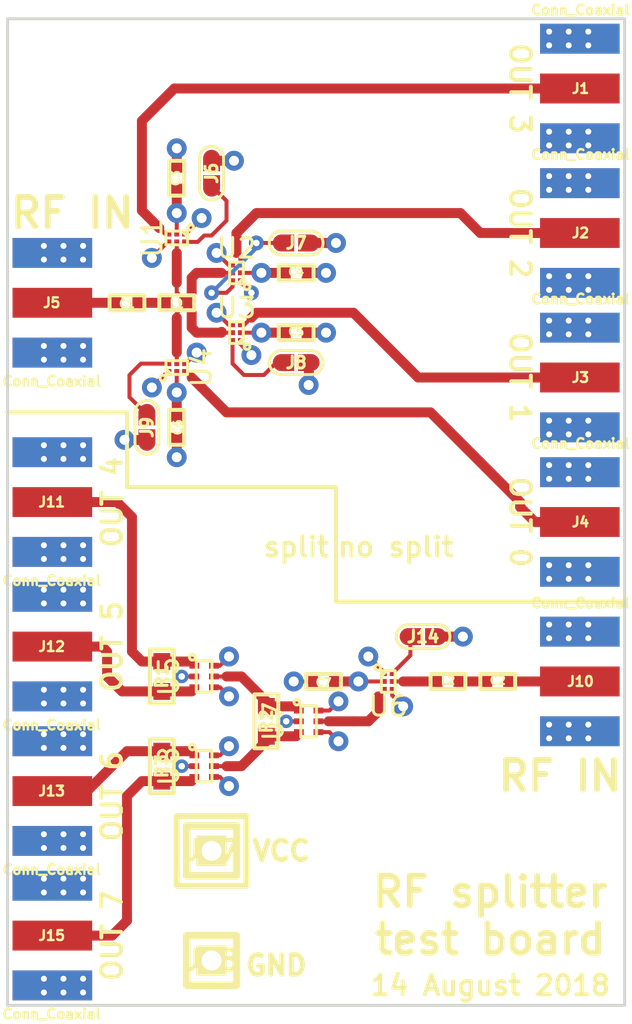
<source format=kicad_pcb>
(kicad_pcb (version 4) (host pcbnew 4.0.7-e2-6376~61~ubuntu18.04.1)

  (general
    (links 240)
    (no_connects 20)
    (area 111.684999 140.640999 143.331001 191.083001)
    (thickness 1.6)
    (drawings 33)
    (tracks 259)
    (zones 0)
    (modules 37)
    (nets 25)
  )

  (page A4)
  (title_block
    (title "RF splitter test board")
    (date 2018-08-14)
    (company "Matthew Winchester")
  )

  (layers
    (0 F.Cu signal)
    (1 C2.Cu power hide)
    (2 C3.Cu power hide)
    (31 B.Cu signal)
    (32 B.Adhes user)
    (33 F.Adhes user)
    (34 B.Paste user)
    (35 F.Paste user)
    (36 B.SilkS user)
    (37 F.SilkS user)
    (38 B.Mask user)
    (39 F.Mask user)
    (40 Dwgs.User user)
    (41 Cmts.User user)
    (42 Eco1.User user)
    (43 Eco2.User user)
    (44 Edge.Cuts user)
    (45 Margin user)
    (46 B.CrtYd user)
    (47 F.CrtYd user)
    (48 B.Fab user)
    (49 F.Fab user)
  )

  (setup
    (last_trace_width 0.508)
    (user_trace_width 0.508)
    (trace_clearance 0.1524)
    (zone_clearance 0.254)
    (zone_45_only no)
    (trace_min 0.2032)
    (segment_width 0.2)
    (edge_width 0.15)
    (via_size 0.762)
    (via_drill 0.3302)
    (via_min_size 0.6858)
    (via_min_drill 0.3302)
    (user_via 0.69 0.3302)
    (user_via 1.016 0.508)
    (uvia_size 0.3)
    (uvia_drill 0.1)
    (uvias_allowed no)
    (uvia_min_size 0.2)
    (uvia_min_drill 0.1)
    (pcb_text_width 0.3)
    (pcb_text_size 1.5 1.5)
    (mod_edge_width 0.15)
    (mod_text_size 1 1)
    (mod_text_width 0.15)
    (pad_size 1.524 1.524)
    (pad_drill 0.762)
    (pad_to_mask_clearance 0.2)
    (aux_axis_origin 0 0)
    (visible_elements FFFCFF7F)
    (pcbplotparams
      (layerselection 0x00030_80000001)
      (usegerberextensions false)
      (excludeedgelayer true)
      (linewidth 0.100000)
      (plotframeref false)
      (viasonmask false)
      (mode 1)
      (useauxorigin false)
      (hpglpennumber 1)
      (hpglpenspeed 20)
      (hpglpendiameter 15)
      (hpglpenoverlay 2)
      (psnegative false)
      (psa4output false)
      (plotreference true)
      (plotvalue true)
      (plotinvisibletext false)
      (padsonsilk false)
      (subtractmaskfromsilk false)
      (outputformat 1)
      (mirror false)
      (drillshape 1)
      (scaleselection 1)
      (outputdirectory ""))
  )

  (net 0 "")
  (net 1 "Net-(C1-Pad2)")
  (net 2 "Net-(C1-Pad1)")
  (net 3 "Net-(C2-Pad2)")
  (net 4 "Net-(C2-Pad1)")
  (net 5 "Net-(J1-Pad1)")
  (net 6 GND)
  (net 7 "Net-(J2-Pad1)")
  (net 8 "Net-(J3-Pad1)")
  (net 9 "Net-(J4-Pad1)")
  (net 10 "Net-(J6-Pad1)")
  (net 11 VCC)
  (net 12 "Net-(J7-Pad1)")
  (net 13 "Net-(J8-Pad1)")
  (net 14 "Net-(J9-Pad1)")
  (net 15 "Net-(J11-Pad1)")
  (net 16 "Net-(J12-Pad1)")
  (net 17 "Net-(J13-Pad1)")
  (net 18 "Net-(J14-Pad1)")
  (net 19 "Net-(J15-Pad1)")
  (net 20 /RFIN_1)
  (net 21 /RFIN_2)
  (net 22 "Net-(R2-Pad2)")
  (net 23 "Net-(R2-Pad1)")
  (net 24 "Net-(U6-Pad3)")

  (net_class Default "This is the default net class."
    (clearance 0.1524)
    (trace_width 0.2032)
    (via_dia 0.762)
    (via_drill 0.3302)
    (uvia_dia 0.3)
    (uvia_drill 0.1)
    (add_net /RFIN_1)
    (add_net /RFIN_2)
    (add_net GND)
    (add_net "Net-(C1-Pad1)")
    (add_net "Net-(C1-Pad2)")
    (add_net "Net-(C2-Pad1)")
    (add_net "Net-(C2-Pad2)")
    (add_net "Net-(J1-Pad1)")
    (add_net "Net-(J11-Pad1)")
    (add_net "Net-(J12-Pad1)")
    (add_net "Net-(J13-Pad1)")
    (add_net "Net-(J14-Pad1)")
    (add_net "Net-(J15-Pad1)")
    (add_net "Net-(J2-Pad1)")
    (add_net "Net-(J3-Pad1)")
    (add_net "Net-(J4-Pad1)")
    (add_net "Net-(J6-Pad1)")
    (add_net "Net-(J7-Pad1)")
    (add_net "Net-(J8-Pad1)")
    (add_net "Net-(J9-Pad1)")
    (add_net "Net-(R2-Pad1)")
    (add_net "Net-(R2-Pad2)")
    (add_net "Net-(U6-Pad3)")
    (add_net VCC)
  )

  (module gsg-modules:HEADER-1x1 (layer F.Cu) (tedit 4F8A5E1C) (tstamp 5B736740)
    (at 122.174 188.722)
    (tags CONN)
    (path /5B7370E7)
    (fp_text reference J18 (at 0 0) (layer F.SilkS)
      (effects (font (size 1.016 1.016) (thickness 0.2032)))
    )
    (fp_text value TEST_1P (at 0 0) (layer F.SilkS) hide
      (effects (font (size 1.016 1.016) (thickness 0.2032)))
    )
    (fp_line (start -1.27 -1.27) (end 1.27 -1.27) (layer F.SilkS) (width 0.381))
    (fp_line (start 1.27 -1.27) (end 1.27 1.27) (layer F.SilkS) (width 0.381))
    (fp_line (start 1.27 1.27) (end -1.27 1.27) (layer F.SilkS) (width 0.381))
    (fp_line (start -1.27 -1.27) (end -1.27 1.27) (layer F.SilkS) (width 0.381))
    (pad 1 thru_hole rect (at 0 0) (size 1.524 1.524) (drill 1.016) (layers *.Cu *.Mask F.SilkS)
      (net 6 GND))
  )

  (module gsg-modules:HEADER-1x1 (layer F.Cu) (tedit 4F8A5E1C) (tstamp 5B73673B)
    (at 122.174 183.134)
    (tags CONN)
    (path /5B737181)
    (fp_text reference J17 (at 0 0) (layer F.SilkS)
      (effects (font (size 1.016 1.016) (thickness 0.2032)))
    )
    (fp_text value TEST_1P (at 0 0) (layer F.SilkS) hide
      (effects (font (size 1.016 1.016) (thickness 0.2032)))
    )
    (fp_line (start -1.27 -1.27) (end 1.27 -1.27) (layer F.SilkS) (width 0.381))
    (fp_line (start 1.27 -1.27) (end 1.27 1.27) (layer F.SilkS) (width 0.381))
    (fp_line (start 1.27 1.27) (end -1.27 1.27) (layer F.SilkS) (width 0.381))
    (fp_line (start -1.27 -1.27) (end -1.27 1.27) (layer F.SilkS) (width 0.381))
    (pad 1 thru_hole rect (at 0 0) (size 1.524 1.524) (drill 1.016) (layers *.Cu *.Mask F.SilkS)
      (net 11 VCC))
  )

  (module gsg-modules:0603 (layer F.Cu) (tedit 5605D54C) (tstamp 5B73657C)
    (at 119.634 178.816 90)
    (path /5B733F07)
    (fp_text reference R3 (at 0 0 90) (layer F.SilkS)
      (effects (font (size 0.6096 0.6096) (thickness 0.1524)))
    )
    (fp_text value 100 (at 0 0 90) (layer F.SilkS) hide
      (effects (font (size 0.6096 0.6096) (thickness 0.1524)))
    )
    (fp_line (start 1.3716 -0.6096) (end -1.3716 -0.6096) (layer F.SilkS) (width 0.2032))
    (fp_line (start -1.3716 -0.6096) (end -1.3716 0.6096) (layer F.SilkS) (width 0.2032))
    (fp_line (start -1.3716 0.6096) (end 1.3716 0.6096) (layer F.SilkS) (width 0.2032))
    (fp_line (start 1.3716 0.6096) (end 1.3716 -0.6096) (layer F.SilkS) (width 0.2032))
    (pad 2 smd rect (at 0.762 0 90) (size 0.8636 0.8636) (layers F.Cu F.Paste F.Mask)
      (net 17 "Net-(J13-Pad1)"))
    (pad 1 smd rect (at -0.762 0 90) (size 0.8636 0.8636) (layers F.Cu F.Paste F.Mask)
      (net 19 "Net-(J15-Pad1)"))
  )

  (module gsg-modules:0603 (layer F.Cu) (tedit 5605D54C) (tstamp 5B736577)
    (at 124.968 176.53 90)
    (path /5B733AF6)
    (fp_text reference R2 (at 0 0 90) (layer F.SilkS)
      (effects (font (size 0.6096 0.6096) (thickness 0.1524)))
    )
    (fp_text value 100 (at 0 0 90) (layer F.SilkS) hide
      (effects (font (size 0.6096 0.6096) (thickness 0.1524)))
    )
    (fp_line (start 1.3716 -0.6096) (end -1.3716 -0.6096) (layer F.SilkS) (width 0.2032))
    (fp_line (start -1.3716 -0.6096) (end -1.3716 0.6096) (layer F.SilkS) (width 0.2032))
    (fp_line (start -1.3716 0.6096) (end 1.3716 0.6096) (layer F.SilkS) (width 0.2032))
    (fp_line (start 1.3716 0.6096) (end 1.3716 -0.6096) (layer F.SilkS) (width 0.2032))
    (pad 2 smd rect (at 0.762 0 90) (size 0.8636 0.8636) (layers F.Cu F.Paste F.Mask)
      (net 22 "Net-(R2-Pad2)"))
    (pad 1 smd rect (at -0.762 0 90) (size 0.8636 0.8636) (layers F.Cu F.Paste F.Mask)
      (net 23 "Net-(R2-Pad1)"))
  )

  (module gsg-modules:0603 (layer F.Cu) (tedit 5605D54C) (tstamp 5B736572)
    (at 119.634 174.244 90)
    (path /5B733DB7)
    (fp_text reference R1 (at 0 0 90) (layer F.SilkS)
      (effects (font (size 0.6096 0.6096) (thickness 0.1524)))
    )
    (fp_text value 100 (at 0 0 90) (layer F.SilkS) hide
      (effects (font (size 0.6096 0.6096) (thickness 0.1524)))
    )
    (fp_line (start 1.3716 -0.6096) (end -1.3716 -0.6096) (layer F.SilkS) (width 0.2032))
    (fp_line (start -1.3716 -0.6096) (end -1.3716 0.6096) (layer F.SilkS) (width 0.2032))
    (fp_line (start -1.3716 0.6096) (end 1.3716 0.6096) (layer F.SilkS) (width 0.2032))
    (fp_line (start 1.3716 0.6096) (end 1.3716 -0.6096) (layer F.SilkS) (width 0.2032))
    (pad 2 smd rect (at 0.762 0 90) (size 0.8636 0.8636) (layers F.Cu F.Paste F.Mask)
      (net 15 "Net-(J11-Pad1)"))
    (pad 1 smd rect (at -0.762 0 90) (size 0.8636 0.8636) (layers F.Cu F.Paste F.Mask)
      (net 16 "Net-(J12-Pad1)"))
  )

  (module gsg-modules:0402 (layer F.Cu) (tedit 4FB6CFE4) (tstamp 5B736194)
    (at 127.889 174.498)
    (path /5B7360B0)
    (fp_text reference C7 (at 0 0.0508) (layer F.SilkS)
      (effects (font (size 0.4064 0.4064) (thickness 0.1016)))
    )
    (fp_text value 1nF (at 0 0.0508) (layer F.SilkS) hide
      (effects (font (size 0.4064 0.4064) (thickness 0.1016)))
    )
    (fp_line (start 0.889 -0.381) (end 0.889 0.381) (layer F.SilkS) (width 0.2032))
    (fp_line (start 0.889 0.381) (end -0.889 0.381) (layer F.SilkS) (width 0.2032))
    (fp_line (start -0.889 0.381) (end -0.889 -0.381) (layer F.SilkS) (width 0.2032))
    (fp_line (start -0.889 -0.381) (end 0.889 -0.381) (layer F.SilkS) (width 0.2032))
    (pad 2 smd rect (at 0.5334 0) (size 0.508 0.5588) (layers F.Cu F.Paste F.Mask)
      (net 11 VCC))
    (pad 1 smd rect (at -0.5334 0) (size 0.508 0.5588) (layers F.Cu F.Paste F.Mask)
      (net 6 GND))
  )

  (module gsg-modules:0402 (layer F.Cu) (tedit 4FB6CFE4) (tstamp 5B73618A)
    (at 120.396 161.544 90)
    (path /5B737528)
    (fp_text reference C6 (at 0 0.0508 90) (layer F.SilkS)
      (effects (font (size 0.4064 0.4064) (thickness 0.1016)))
    )
    (fp_text value 1nF (at 0 0.0508 90) (layer F.SilkS) hide
      (effects (font (size 0.4064 0.4064) (thickness 0.1016)))
    )
    (fp_line (start 0.889 -0.381) (end 0.889 0.381) (layer F.SilkS) (width 0.2032))
    (fp_line (start 0.889 0.381) (end -0.889 0.381) (layer F.SilkS) (width 0.2032))
    (fp_line (start -0.889 0.381) (end -0.889 -0.381) (layer F.SilkS) (width 0.2032))
    (fp_line (start -0.889 -0.381) (end 0.889 -0.381) (layer F.SilkS) (width 0.2032))
    (pad 2 smd rect (at 0.5334 0 90) (size 0.508 0.5588) (layers F.Cu F.Paste F.Mask)
      (net 11 VCC))
    (pad 1 smd rect (at -0.5334 0 90) (size 0.508 0.5588) (layers F.Cu F.Paste F.Mask)
      (net 6 GND))
  )

  (module gsg-modules:0402 (layer F.Cu) (tedit 4FB6CFE4) (tstamp 5B736180)
    (at 126.492 156.718 180)
    (path /5B7370E2)
    (fp_text reference C5 (at 0 0.0508 180) (layer F.SilkS)
      (effects (font (size 0.4064 0.4064) (thickness 0.1016)))
    )
    (fp_text value 1nF (at 0 0.0508 180) (layer F.SilkS) hide
      (effects (font (size 0.4064 0.4064) (thickness 0.1016)))
    )
    (fp_line (start 0.889 -0.381) (end 0.889 0.381) (layer F.SilkS) (width 0.2032))
    (fp_line (start 0.889 0.381) (end -0.889 0.381) (layer F.SilkS) (width 0.2032))
    (fp_line (start -0.889 0.381) (end -0.889 -0.381) (layer F.SilkS) (width 0.2032))
    (fp_line (start -0.889 -0.381) (end 0.889 -0.381) (layer F.SilkS) (width 0.2032))
    (pad 2 smd rect (at 0.5334 0 180) (size 0.508 0.5588) (layers F.Cu F.Paste F.Mask)
      (net 11 VCC))
    (pad 1 smd rect (at -0.5334 0 180) (size 0.508 0.5588) (layers F.Cu F.Paste F.Mask)
      (net 6 GND))
  )

  (module gsg-modules:0402 (layer F.Cu) (tedit 4FB6CFE4) (tstamp 5B736176)
    (at 126.492 153.67 180)
    (path /5B736FC3)
    (fp_text reference C4 (at 0 0.0508 180) (layer F.SilkS)
      (effects (font (size 0.4064 0.4064) (thickness 0.1016)))
    )
    (fp_text value 1nF (at 0 0.0508 180) (layer F.SilkS) hide
      (effects (font (size 0.4064 0.4064) (thickness 0.1016)))
    )
    (fp_line (start 0.889 -0.381) (end 0.889 0.381) (layer F.SilkS) (width 0.2032))
    (fp_line (start 0.889 0.381) (end -0.889 0.381) (layer F.SilkS) (width 0.2032))
    (fp_line (start -0.889 0.381) (end -0.889 -0.381) (layer F.SilkS) (width 0.2032))
    (fp_line (start -0.889 -0.381) (end 0.889 -0.381) (layer F.SilkS) (width 0.2032))
    (pad 2 smd rect (at 0.5334 0 180) (size 0.508 0.5588) (layers F.Cu F.Paste F.Mask)
      (net 11 VCC))
    (pad 1 smd rect (at -0.5334 0 180) (size 0.508 0.5588) (layers F.Cu F.Paste F.Mask)
      (net 6 GND))
  )

  (module gsg-modules:0402 (layer F.Cu) (tedit 4FB6CFE4) (tstamp 5B73616C)
    (at 120.396 148.844 270)
    (path /5B736C20)
    (fp_text reference C3 (at 0 0.0508 270) (layer F.SilkS)
      (effects (font (size 0.4064 0.4064) (thickness 0.1016)))
    )
    (fp_text value 1nF (at 0 0.0508 270) (layer F.SilkS) hide
      (effects (font (size 0.4064 0.4064) (thickness 0.1016)))
    )
    (fp_line (start 0.889 -0.381) (end 0.889 0.381) (layer F.SilkS) (width 0.2032))
    (fp_line (start 0.889 0.381) (end -0.889 0.381) (layer F.SilkS) (width 0.2032))
    (fp_line (start -0.889 0.381) (end -0.889 -0.381) (layer F.SilkS) (width 0.2032))
    (fp_line (start -0.889 -0.381) (end 0.889 -0.381) (layer F.SilkS) (width 0.2032))
    (pad 2 smd rect (at 0.5334 0 270) (size 0.508 0.5588) (layers F.Cu F.Paste F.Mask)
      (net 11 VCC))
    (pad 1 smd rect (at -0.5334 0 270) (size 0.508 0.5588) (layers F.Cu F.Paste F.Mask)
      (net 6 GND))
  )

  (module gsg-modules:HHM2293A1 (layer F.Cu) (tedit 5B73364C) (tstamp 5B7353A7)
    (at 121.793 178.816 270)
    (path /5B7344AC)
    (fp_text reference U8 (at 0 1.8 270) (layer F.SilkS)
      (effects (font (size 1 1) (thickness 0.15)))
    )
    (fp_text value HHM2293A1 (at 0 -1.54 270) (layer F.Fab)
      (effects (font (size 1 1) (thickness 0.15)))
    )
    (fp_circle (center -0.98 0.6) (end -0.94 0.54) (layer F.SilkS) (width 0.15))
    (fp_line (start 0.8 -0.4) (end 0.8 0.4) (layer F.SilkS) (width 0.15))
    (fp_line (start -0.8 0.4) (end 0.8 0.4) (layer F.SilkS) (width 0.15))
    (fp_line (start -0.8 -0.4) (end -0.8 0.4) (layer F.SilkS) (width 0.15))
    (fp_line (start -0.8 -0.4) (end 0.8 -0.4) (layer F.SilkS) (width 0.15))
    (pad 6 smd rect (at -0.55 -0.5 270) (size 0.3 0.5) (layers F.Cu F.Paste F.Mask)
      (net 6 GND))
    (pad 5 smd rect (at 0 -0.5 270) (size 0.3 0.5) (layers F.Cu F.Paste F.Mask)
      (net 23 "Net-(R2-Pad1)"))
    (pad 4 smd rect (at 0.55 -0.5 270) (size 0.3 0.5) (layers F.Cu F.Paste F.Mask)
      (net 6 GND))
    (pad 3 smd rect (at 0.55 0.5 270) (size 0.3 0.5) (layers F.Cu F.Paste F.Mask)
      (net 19 "Net-(J15-Pad1)"))
    (pad 2 smd rect (at 0 0.5 270) (size 0.3 0.5) (layers F.Cu F.Paste F.Mask)
      (net 6 GND))
    (pad 1 smd rect (at -0.55 0.5 270) (size 0.3 0.5) (layers F.Cu F.Paste F.Mask)
      (net 17 "Net-(J13-Pad1)"))
  )

  (module gsg-modules:HHM2293A1 (layer F.Cu) (tedit 5B73364C) (tstamp 5B735398)
    (at 127.127 176.53 270)
    (path /5B734E2D)
    (fp_text reference U7 (at 0 1.8 270) (layer F.SilkS)
      (effects (font (size 1 1) (thickness 0.15)))
    )
    (fp_text value HHM2293A1 (at 0 -1.54 270) (layer F.Fab)
      (effects (font (size 1 1) (thickness 0.15)))
    )
    (fp_circle (center -0.98 0.6) (end -0.94 0.54) (layer F.SilkS) (width 0.15))
    (fp_line (start 0.8 -0.4) (end 0.8 0.4) (layer F.SilkS) (width 0.15))
    (fp_line (start -0.8 0.4) (end 0.8 0.4) (layer F.SilkS) (width 0.15))
    (fp_line (start -0.8 -0.4) (end -0.8 0.4) (layer F.SilkS) (width 0.15))
    (fp_line (start -0.8 -0.4) (end 0.8 -0.4) (layer F.SilkS) (width 0.15))
    (pad 6 smd rect (at -0.55 -0.5 270) (size 0.3 0.5) (layers F.Cu F.Paste F.Mask)
      (net 6 GND))
    (pad 5 smd rect (at 0 -0.5 270) (size 0.3 0.5) (layers F.Cu F.Paste F.Mask)
      (net 24 "Net-(U6-Pad3)"))
    (pad 4 smd rect (at 0.55 -0.5 270) (size 0.3 0.5) (layers F.Cu F.Paste F.Mask)
      (net 6 GND))
    (pad 3 smd rect (at 0.55 0.5 270) (size 0.3 0.5) (layers F.Cu F.Paste F.Mask)
      (net 23 "Net-(R2-Pad1)"))
    (pad 2 smd rect (at 0 0.5 270) (size 0.3 0.5) (layers F.Cu F.Paste F.Mask)
      (net 6 GND))
    (pad 1 smd rect (at -0.55 0.5 270) (size 0.3 0.5) (layers F.Cu F.Paste F.Mask)
      (net 22 "Net-(R2-Pad2)"))
  )

  (module gsg-modules:TSNP-6-2 (layer F.Cu) (tedit 5B7368D5) (tstamp 5B735389)
    (at 131.191 174.498 180)
    (path /5B733D7E)
    (fp_text reference U6 (at 0 -1.26 180) (layer F.SilkS)
      (effects (font (size 1 1) (thickness 0.15)))
    )
    (fp_text value BGA7H1N6 (at 0 1.33 180) (layer F.Fab)
      (effects (font (size 1 1) (thickness 0.15)))
    )
    (fp_line (start 0.35 0.27) (end 0.07 0.55) (layer F.SilkS) (width 0.15))
    (fp_circle (center 0.54 0.71) (end 0.61 0.73) (layer F.SilkS) (width 0.15))
    (fp_line (start 0.35 -0.55) (end 0.35 0.55) (layer F.SilkS) (width 0.15))
    (fp_line (start 0.35 0.55) (end -0.35 0.55) (layer F.SilkS) (width 0.15))
    (fp_line (start -0.35 0.55) (end -0.35 -0.55) (layer F.SilkS) (width 0.15))
    (fp_line (start -0.35 -0.55) (end 0.35 -0.55) (layer F.SilkS) (width 0.15))
    (pad 6 smd rect (at -0.2 0.4 180) (size 0.25 0.25) (layers F.Cu F.Paste F.Mask)
      (net 18 "Net-(J14-Pad1)"))
    (pad 5 smd rect (at -0.2 0 180) (size 0.25 0.25) (layers F.Cu F.Paste F.Mask)
      (net 21 /RFIN_2))
    (pad 4 smd rect (at -0.2 -0.4 180) (size 0.25 0.25) (layers F.Cu F.Paste F.Mask)
      (net 6 GND))
    (pad 3 smd rect (at 0.2 -0.4 180) (size 0.25 0.25) (layers F.Cu F.Paste F.Mask)
      (net 24 "Net-(U6-Pad3)"))
    (pad 1 smd rect (at 0.2 0.4 180) (size 0.25 0.25) (layers F.Cu F.Paste F.Mask)
      (net 6 GND))
    (pad 2 smd rect (at 0.2 0 180) (size 0.25 0.25) (layers F.Cu F.Paste F.Mask)
      (net 11 VCC))
  )

  (module gsg-modules:HHM2293A1 (layer F.Cu) (tedit 5B73364C) (tstamp 5B73537A)
    (at 121.793 174.244 270)
    (path /5B735989)
    (fp_text reference U5 (at 0 1.8 270) (layer F.SilkS)
      (effects (font (size 1 1) (thickness 0.15)))
    )
    (fp_text value HHM2293A1 (at 0 -1.54 270) (layer F.Fab)
      (effects (font (size 1 1) (thickness 0.15)))
    )
    (fp_circle (center -0.98 0.6) (end -0.94 0.54) (layer F.SilkS) (width 0.15))
    (fp_line (start 0.8 -0.4) (end 0.8 0.4) (layer F.SilkS) (width 0.15))
    (fp_line (start -0.8 0.4) (end 0.8 0.4) (layer F.SilkS) (width 0.15))
    (fp_line (start -0.8 -0.4) (end -0.8 0.4) (layer F.SilkS) (width 0.15))
    (fp_line (start -0.8 -0.4) (end 0.8 -0.4) (layer F.SilkS) (width 0.15))
    (pad 6 smd rect (at -0.55 -0.5 270) (size 0.3 0.5) (layers F.Cu F.Paste F.Mask)
      (net 6 GND))
    (pad 5 smd rect (at 0 -0.5 270) (size 0.3 0.5) (layers F.Cu F.Paste F.Mask)
      (net 22 "Net-(R2-Pad2)"))
    (pad 4 smd rect (at 0.55 -0.5 270) (size 0.3 0.5) (layers F.Cu F.Paste F.Mask)
      (net 6 GND))
    (pad 3 smd rect (at 0.55 0.5 270) (size 0.3 0.5) (layers F.Cu F.Paste F.Mask)
      (net 16 "Net-(J12-Pad1)"))
    (pad 2 smd rect (at 0 0.5 270) (size 0.3 0.5) (layers F.Cu F.Paste F.Mask)
      (net 6 GND))
    (pad 1 smd rect (at -0.55 0.5 270) (size 0.3 0.5) (layers F.Cu F.Paste F.Mask)
      (net 15 "Net-(J11-Pad1)"))
  )

  (module gsg-modules:TSNP-6-2 (layer F.Cu) (tedit 5B7368D5) (tstamp 5B73536B)
    (at 120.396 158.496 270)
    (path /5B73326D)
    (fp_text reference U4 (at 0 -1.26 270) (layer F.SilkS)
      (effects (font (size 1 1) (thickness 0.15)))
    )
    (fp_text value BGA7H1N6 (at 0 1.33 270) (layer F.Fab)
      (effects (font (size 1 1) (thickness 0.15)))
    )
    (fp_line (start 0.35 0.27) (end 0.07 0.55) (layer F.SilkS) (width 0.15))
    (fp_circle (center 0.54 0.71) (end 0.61 0.73) (layer F.SilkS) (width 0.15))
    (fp_line (start 0.35 -0.55) (end 0.35 0.55) (layer F.SilkS) (width 0.15))
    (fp_line (start 0.35 0.55) (end -0.35 0.55) (layer F.SilkS) (width 0.15))
    (fp_line (start -0.35 0.55) (end -0.35 -0.55) (layer F.SilkS) (width 0.15))
    (fp_line (start -0.35 -0.55) (end 0.35 -0.55) (layer F.SilkS) (width 0.15))
    (pad 6 smd rect (at -0.2 0.4 270) (size 0.25 0.25) (layers F.Cu F.Paste F.Mask)
      (net 14 "Net-(J9-Pad1)"))
    (pad 5 smd rect (at -0.2 0 270) (size 0.25 0.25) (layers F.Cu F.Paste F.Mask)
      (net 20 /RFIN_1))
    (pad 4 smd rect (at -0.2 -0.4 270) (size 0.25 0.25) (layers F.Cu F.Paste F.Mask)
      (net 6 GND))
    (pad 3 smd rect (at 0.2 -0.4 270) (size 0.25 0.25) (layers F.Cu F.Paste F.Mask)
      (net 9 "Net-(J4-Pad1)"))
    (pad 1 smd rect (at 0.2 0.4 270) (size 0.25 0.25) (layers F.Cu F.Paste F.Mask)
      (net 6 GND))
    (pad 2 smd rect (at 0.2 0 270) (size 0.25 0.25) (layers F.Cu F.Paste F.Mask)
      (net 11 VCC))
  )

  (module gsg-modules:TSNP-6-2 (layer F.Cu) (tedit 5B7368D5) (tstamp 5B73535C)
    (at 123.444 156.718)
    (path /5B733234)
    (fp_text reference U3 (at 0 -1.26) (layer F.SilkS)
      (effects (font (size 1 1) (thickness 0.15)))
    )
    (fp_text value BGA7H1N6 (at 0 1.33) (layer F.Fab)
      (effects (font (size 1 1) (thickness 0.15)))
    )
    (fp_line (start 0.35 0.27) (end 0.07 0.55) (layer F.SilkS) (width 0.15))
    (fp_circle (center 0.54 0.71) (end 0.61 0.73) (layer F.SilkS) (width 0.15))
    (fp_line (start 0.35 -0.55) (end 0.35 0.55) (layer F.SilkS) (width 0.15))
    (fp_line (start 0.35 0.55) (end -0.35 0.55) (layer F.SilkS) (width 0.15))
    (fp_line (start -0.35 0.55) (end -0.35 -0.55) (layer F.SilkS) (width 0.15))
    (fp_line (start -0.35 -0.55) (end 0.35 -0.55) (layer F.SilkS) (width 0.15))
    (pad 6 smd rect (at -0.2 0.4) (size 0.25 0.25) (layers F.Cu F.Paste F.Mask)
      (net 13 "Net-(J8-Pad1)"))
    (pad 5 smd rect (at -0.2 0) (size 0.25 0.25) (layers F.Cu F.Paste F.Mask)
      (net 20 /RFIN_1))
    (pad 4 smd rect (at -0.2 -0.4) (size 0.25 0.25) (layers F.Cu F.Paste F.Mask)
      (net 6 GND))
    (pad 3 smd rect (at 0.2 -0.4) (size 0.25 0.25) (layers F.Cu F.Paste F.Mask)
      (net 8 "Net-(J3-Pad1)"))
    (pad 1 smd rect (at 0.2 0.4) (size 0.25 0.25) (layers F.Cu F.Paste F.Mask)
      (net 6 GND))
    (pad 2 smd rect (at 0.2 0) (size 0.25 0.25) (layers F.Cu F.Paste F.Mask)
      (net 11 VCC))
  )

  (module gsg-modules:TSNP-6-2 (layer F.Cu) (tedit 5B7368D5) (tstamp 5B73534D)
    (at 123.444 153.67)
    (path /5B732E7F)
    (fp_text reference U2 (at 0 -1.26) (layer F.SilkS)
      (effects (font (size 1 1) (thickness 0.15)))
    )
    (fp_text value BGA7H1N6 (at 0 1.33) (layer F.Fab)
      (effects (font (size 1 1) (thickness 0.15)))
    )
    (fp_line (start 0.35 0.27) (end 0.07 0.55) (layer F.SilkS) (width 0.15))
    (fp_circle (center 0.54 0.71) (end 0.61 0.73) (layer F.SilkS) (width 0.15))
    (fp_line (start 0.35 -0.55) (end 0.35 0.55) (layer F.SilkS) (width 0.15))
    (fp_line (start 0.35 0.55) (end -0.35 0.55) (layer F.SilkS) (width 0.15))
    (fp_line (start -0.35 0.55) (end -0.35 -0.55) (layer F.SilkS) (width 0.15))
    (fp_line (start -0.35 -0.55) (end 0.35 -0.55) (layer F.SilkS) (width 0.15))
    (pad 6 smd rect (at -0.2 0.4) (size 0.25 0.25) (layers F.Cu F.Paste F.Mask)
      (net 12 "Net-(J7-Pad1)"))
    (pad 5 smd rect (at -0.2 0) (size 0.25 0.25) (layers F.Cu F.Paste F.Mask)
      (net 20 /RFIN_1))
    (pad 4 smd rect (at -0.2 -0.4) (size 0.25 0.25) (layers F.Cu F.Paste F.Mask)
      (net 6 GND))
    (pad 3 smd rect (at 0.2 -0.4) (size 0.25 0.25) (layers F.Cu F.Paste F.Mask)
      (net 7 "Net-(J2-Pad1)"))
    (pad 1 smd rect (at 0.2 0.4) (size 0.25 0.25) (layers F.Cu F.Paste F.Mask)
      (net 6 GND))
    (pad 2 smd rect (at 0.2 0) (size 0.25 0.25) (layers F.Cu F.Paste F.Mask)
      (net 11 VCC))
  )

  (module gsg-modules:TSNP-6-2 (layer F.Cu) (tedit 5B7368D5) (tstamp 5B73533E)
    (at 120.396 151.892 90)
    (path /5B734782)
    (fp_text reference U1 (at 0 -1.26 90) (layer F.SilkS)
      (effects (font (size 1 1) (thickness 0.15)))
    )
    (fp_text value BGA7H1N6 (at 0 1.33 90) (layer F.Fab)
      (effects (font (size 1 1) (thickness 0.15)))
    )
    (fp_line (start 0.35 0.27) (end 0.07 0.55) (layer F.SilkS) (width 0.15))
    (fp_circle (center 0.54 0.71) (end 0.61 0.73) (layer F.SilkS) (width 0.15))
    (fp_line (start 0.35 -0.55) (end 0.35 0.55) (layer F.SilkS) (width 0.15))
    (fp_line (start 0.35 0.55) (end -0.35 0.55) (layer F.SilkS) (width 0.15))
    (fp_line (start -0.35 0.55) (end -0.35 -0.55) (layer F.SilkS) (width 0.15))
    (fp_line (start -0.35 -0.55) (end 0.35 -0.55) (layer F.SilkS) (width 0.15))
    (pad 6 smd rect (at -0.2 0.4 90) (size 0.25 0.25) (layers F.Cu F.Paste F.Mask)
      (net 10 "Net-(J6-Pad1)"))
    (pad 5 smd rect (at -0.2 0 90) (size 0.25 0.25) (layers F.Cu F.Paste F.Mask)
      (net 20 /RFIN_1))
    (pad 4 smd rect (at -0.2 -0.4 90) (size 0.25 0.25) (layers F.Cu F.Paste F.Mask)
      (net 6 GND))
    (pad 3 smd rect (at 0.2 -0.4 90) (size 0.25 0.25) (layers F.Cu F.Paste F.Mask)
      (net 5 "Net-(J1-Pad1)"))
    (pad 1 smd rect (at 0.2 0.4 90) (size 0.25 0.25) (layers F.Cu F.Paste F.Mask)
      (net 6 GND))
    (pad 2 smd rect (at 0.2 0 90) (size 0.25 0.25) (layers F.Cu F.Paste F.Mask)
      (net 11 VCC))
  )

  (module gsg-modules:0402 (layer F.Cu) (tedit 4FB6CFE4) (tstamp 5B735311)
    (at 134.239 174.498 180)
    (path /5B734F68)
    (fp_text reference L2 (at 0 0.0508 180) (layer F.SilkS)
      (effects (font (size 0.4064 0.4064) (thickness 0.1016)))
    )
    (fp_text value 3.8nH (at 0 0.0508 180) (layer F.SilkS) hide
      (effects (font (size 0.4064 0.4064) (thickness 0.1016)))
    )
    (fp_line (start 0.889 -0.381) (end 0.889 0.381) (layer F.SilkS) (width 0.2032))
    (fp_line (start 0.889 0.381) (end -0.889 0.381) (layer F.SilkS) (width 0.2032))
    (fp_line (start -0.889 0.381) (end -0.889 -0.381) (layer F.SilkS) (width 0.2032))
    (fp_line (start -0.889 -0.381) (end 0.889 -0.381) (layer F.SilkS) (width 0.2032))
    (pad 2 smd rect (at 0.5334 0 180) (size 0.508 0.5588) (layers F.Cu F.Paste F.Mask)
      (net 21 /RFIN_2))
    (pad 1 smd rect (at -0.5334 0 180) (size 0.508 0.5588) (layers F.Cu F.Paste F.Mask)
      (net 3 "Net-(C2-Pad2)"))
  )

  (module gsg-modules:0402 (layer F.Cu) (tedit 4FB6CFE4) (tstamp 5B735307)
    (at 120.396 155.194)
    (path /5B73453D)
    (fp_text reference L1 (at 0 0.0508) (layer F.SilkS)
      (effects (font (size 0.4064 0.4064) (thickness 0.1016)))
    )
    (fp_text value 3.8nH (at 0 0.0508) (layer F.SilkS) hide
      (effects (font (size 0.4064 0.4064) (thickness 0.1016)))
    )
    (fp_line (start 0.889 -0.381) (end 0.889 0.381) (layer F.SilkS) (width 0.2032))
    (fp_line (start 0.889 0.381) (end -0.889 0.381) (layer F.SilkS) (width 0.2032))
    (fp_line (start -0.889 0.381) (end -0.889 -0.381) (layer F.SilkS) (width 0.2032))
    (fp_line (start -0.889 -0.381) (end 0.889 -0.381) (layer F.SilkS) (width 0.2032))
    (pad 2 smd rect (at 0.5334 0) (size 0.508 0.5588) (layers F.Cu F.Paste F.Mask)
      (net 20 /RFIN_1))
    (pad 1 smd rect (at -0.5334 0) (size 0.508 0.5588) (layers F.Cu F.Paste F.Mask)
      (net 1 "Net-(C1-Pad2)"))
  )

  (module gsg-modules:SMA-EDGE (layer F.Cu) (tedit 534AD186) (tstamp 5B7352EF)
    (at 112.014 187.452)
    (path /5B735459)
    (fp_text reference J15 (at 1.99898 0) (layer F.SilkS)
      (effects (font (size 0.50038 0.50038) (thickness 0.12446)))
    )
    (fp_text value Conn_Coaxial (at 1.99898 4.0005) (layer F.SilkS)
      (effects (font (size 0.50038 0.50038) (thickness 0.12446)))
    )
    (pad 1 smd rect (at 2.032 0) (size 4.064 1.524) (layers F.Cu F.Mask)
      (net 19 "Net-(J15-Pad1)"))
    (pad 2 smd rect (at 2.032 -2.54) (size 4.064 1.524) (layers F.Cu F.Mask)
      (net 6 GND))
    (pad 2 smd rect (at 2.032 2.54) (size 4.064 1.524) (layers B.Cu B.Mask)
      (net 6 GND))
    (pad 2 smd rect (at 2.032 -2.54) (size 4.064 1.524) (layers B.Cu B.Mask)
      (net 6 GND))
    (pad 2 smd rect (at 2.032 2.54) (size 4.064 1.524) (layers F.Cu F.Mask)
      (net 6 GND))
    (pad 2 thru_hole circle (at 3.6 -2.2) (size 0.762 0.762) (drill 0.3048) (layers *.Cu *.Mask)
      (net 6 GND))
    (pad 2 thru_hole circle (at 3.6 -2.9) (size 0.762 0.762) (drill 0.3048) (layers *.Cu *.Mask)
      (net 6 GND))
    (pad 2 thru_hole circle (at 2.6 -2.2) (size 0.762 0.762) (drill 0.3048) (layers *.Cu *.Mask)
      (net 6 GND))
    (pad 2 thru_hole circle (at 1.6 -2.2) (size 0.762 0.762) (drill 0.3048) (layers *.Cu *.Mask)
      (net 6 GND))
    (pad 2 thru_hole circle (at 1.6 -2.9) (size 0.762 0.762) (drill 0.3048) (layers *.Cu *.Mask)
      (net 6 GND))
    (pad 2 thru_hole circle (at 2.6 -2.9) (size 0.762 0.762) (drill 0.3048) (layers *.Cu *.Mask)
      (net 6 GND))
    (pad 2 thru_hole circle (at 3.6 2.2) (size 0.762 0.762) (drill 0.3048) (layers *.Cu *.Mask)
      (net 6 GND))
    (pad 2 thru_hole circle (at 2.6 2.2) (size 0.762 0.762) (drill 0.3048) (layers *.Cu *.Mask)
      (net 6 GND))
    (pad 2 thru_hole circle (at 1.6 2.2) (size 0.762 0.762) (drill 0.3048) (layers *.Cu *.Mask)
      (net 6 GND))
    (pad 2 thru_hole circle (at 1.6 2.9) (size 0.762 0.762) (drill 0.3048) (layers *.Cu *.Mask)
      (net 6 GND))
    (pad 2 thru_hole circle (at 2.6 2.9) (size 0.762 0.762) (drill 0.3048) (layers *.Cu *.Mask)
      (net 6 GND))
    (pad 2 thru_hole circle (at 3.6 2.9) (size 0.762 0.762) (drill 0.3048) (layers *.Cu *.Mask)
      (net 6 GND))
  )

  (module gsg-modules:0603-JUMPER (layer F.Cu) (tedit 5605DA26) (tstamp 5B7352DA)
    (at 132.969 172.212)
    (path /5B733DAF)
    (fp_text reference J14 (at 0 0) (layer F.SilkS)
      (effects (font (size 0.6096 0.6096) (thickness 0.1524)))
    )
    (fp_text value TEST_2P (at 0 0) (layer F.SilkS) hide
      (effects (font (size 0.6096 0.6096) (thickness 0.1524)))
    )
    (fp_line (start -0.762 0.6096) (end 0.762 0.6096) (layer F.SilkS) (width 0.15))
    (fp_line (start 0.762 -0.6096) (end -0.762 -0.6096) (layer F.SilkS) (width 0.15))
    (fp_arc (start 0.762 0) (end 0.762 -0.6096) (angle 180) (layer F.SilkS) (width 0.15))
    (fp_arc (start -0.762 0) (end -0.762 0.6096) (angle 180) (layer F.SilkS) (width 0.15))
    (pad 1 smd oval (at -0.6477 0) (size 1.0922 0.8636) (layers F.Cu F.Mask)
      (net 18 "Net-(J14-Pad1)"))
    (pad 2 smd rect (at 0.3556 0) (size 0.508 0.8636) (layers F.Cu F.Mask)
      (net 11 VCC))
    (pad 1 smd rect (at -0.3556 0) (size 0.508 0.8636) (layers F.Cu F.Mask)
      (net 18 "Net-(J14-Pad1)"))
    (pad 2 smd oval (at 0.6477 0) (size 1.0922 0.8636) (layers F.Cu F.Mask)
      (net 11 VCC))
  )

  (module gsg-modules:SMA-EDGE (layer F.Cu) (tedit 534AD186) (tstamp 5B7352CE)
    (at 112.014 180.086)
    (path /5B7353D5)
    (fp_text reference J13 (at 1.99898 0) (layer F.SilkS)
      (effects (font (size 0.50038 0.50038) (thickness 0.12446)))
    )
    (fp_text value Conn_Coaxial (at 1.99898 4.0005) (layer F.SilkS)
      (effects (font (size 0.50038 0.50038) (thickness 0.12446)))
    )
    (pad 1 smd rect (at 2.032 0) (size 4.064 1.524) (layers F.Cu F.Mask)
      (net 17 "Net-(J13-Pad1)"))
    (pad 2 smd rect (at 2.032 -2.54) (size 4.064 1.524) (layers F.Cu F.Mask)
      (net 6 GND))
    (pad 2 smd rect (at 2.032 2.54) (size 4.064 1.524) (layers B.Cu B.Mask)
      (net 6 GND))
    (pad 2 smd rect (at 2.032 -2.54) (size 4.064 1.524) (layers B.Cu B.Mask)
      (net 6 GND))
    (pad 2 smd rect (at 2.032 2.54) (size 4.064 1.524) (layers F.Cu F.Mask)
      (net 6 GND))
    (pad 2 thru_hole circle (at 3.6 -2.2) (size 0.762 0.762) (drill 0.3048) (layers *.Cu *.Mask)
      (net 6 GND))
    (pad 2 thru_hole circle (at 3.6 -2.9) (size 0.762 0.762) (drill 0.3048) (layers *.Cu *.Mask)
      (net 6 GND))
    (pad 2 thru_hole circle (at 2.6 -2.2) (size 0.762 0.762) (drill 0.3048) (layers *.Cu *.Mask)
      (net 6 GND))
    (pad 2 thru_hole circle (at 1.6 -2.2) (size 0.762 0.762) (drill 0.3048) (layers *.Cu *.Mask)
      (net 6 GND))
    (pad 2 thru_hole circle (at 1.6 -2.9) (size 0.762 0.762) (drill 0.3048) (layers *.Cu *.Mask)
      (net 6 GND))
    (pad 2 thru_hole circle (at 2.6 -2.9) (size 0.762 0.762) (drill 0.3048) (layers *.Cu *.Mask)
      (net 6 GND))
    (pad 2 thru_hole circle (at 3.6 2.2) (size 0.762 0.762) (drill 0.3048) (layers *.Cu *.Mask)
      (net 6 GND))
    (pad 2 thru_hole circle (at 2.6 2.2) (size 0.762 0.762) (drill 0.3048) (layers *.Cu *.Mask)
      (net 6 GND))
    (pad 2 thru_hole circle (at 1.6 2.2) (size 0.762 0.762) (drill 0.3048) (layers *.Cu *.Mask)
      (net 6 GND))
    (pad 2 thru_hole circle (at 1.6 2.9) (size 0.762 0.762) (drill 0.3048) (layers *.Cu *.Mask)
      (net 6 GND))
    (pad 2 thru_hole circle (at 2.6 2.9) (size 0.762 0.762) (drill 0.3048) (layers *.Cu *.Mask)
      (net 6 GND))
    (pad 2 thru_hole circle (at 3.6 2.9) (size 0.762 0.762) (drill 0.3048) (layers *.Cu *.Mask)
      (net 6 GND))
  )

  (module gsg-modules:SMA-EDGE (layer F.Cu) (tedit 534AD186) (tstamp 5B7352B9)
    (at 112.014 172.72)
    (path /5B7359AA)
    (fp_text reference J12 (at 1.99898 0) (layer F.SilkS)
      (effects (font (size 0.50038 0.50038) (thickness 0.12446)))
    )
    (fp_text value Conn_Coaxial (at 1.99898 4.0005) (layer F.SilkS)
      (effects (font (size 0.50038 0.50038) (thickness 0.12446)))
    )
    (pad 1 smd rect (at 2.032 0) (size 4.064 1.524) (layers F.Cu F.Mask)
      (net 16 "Net-(J12-Pad1)"))
    (pad 2 smd rect (at 2.032 -2.54) (size 4.064 1.524) (layers F.Cu F.Mask)
      (net 6 GND))
    (pad 2 smd rect (at 2.032 2.54) (size 4.064 1.524) (layers B.Cu B.Mask)
      (net 6 GND))
    (pad 2 smd rect (at 2.032 -2.54) (size 4.064 1.524) (layers B.Cu B.Mask)
      (net 6 GND))
    (pad 2 smd rect (at 2.032 2.54) (size 4.064 1.524) (layers F.Cu F.Mask)
      (net 6 GND))
    (pad 2 thru_hole circle (at 3.6 -2.2) (size 0.762 0.762) (drill 0.3048) (layers *.Cu *.Mask)
      (net 6 GND))
    (pad 2 thru_hole circle (at 3.6 -2.9) (size 0.762 0.762) (drill 0.3048) (layers *.Cu *.Mask)
      (net 6 GND))
    (pad 2 thru_hole circle (at 2.6 -2.2) (size 0.762 0.762) (drill 0.3048) (layers *.Cu *.Mask)
      (net 6 GND))
    (pad 2 thru_hole circle (at 1.6 -2.2) (size 0.762 0.762) (drill 0.3048) (layers *.Cu *.Mask)
      (net 6 GND))
    (pad 2 thru_hole circle (at 1.6 -2.9) (size 0.762 0.762) (drill 0.3048) (layers *.Cu *.Mask)
      (net 6 GND))
    (pad 2 thru_hole circle (at 2.6 -2.9) (size 0.762 0.762) (drill 0.3048) (layers *.Cu *.Mask)
      (net 6 GND))
    (pad 2 thru_hole circle (at 3.6 2.2) (size 0.762 0.762) (drill 0.3048) (layers *.Cu *.Mask)
      (net 6 GND))
    (pad 2 thru_hole circle (at 2.6 2.2) (size 0.762 0.762) (drill 0.3048) (layers *.Cu *.Mask)
      (net 6 GND))
    (pad 2 thru_hole circle (at 1.6 2.2) (size 0.762 0.762) (drill 0.3048) (layers *.Cu *.Mask)
      (net 6 GND))
    (pad 2 thru_hole circle (at 1.6 2.9) (size 0.762 0.762) (drill 0.3048) (layers *.Cu *.Mask)
      (net 6 GND))
    (pad 2 thru_hole circle (at 2.6 2.9) (size 0.762 0.762) (drill 0.3048) (layers *.Cu *.Mask)
      (net 6 GND))
    (pad 2 thru_hole circle (at 3.6 2.9) (size 0.762 0.762) (drill 0.3048) (layers *.Cu *.Mask)
      (net 6 GND))
  )

  (module gsg-modules:SMA-EDGE (layer F.Cu) (tedit 534AD186) (tstamp 5B7352A4)
    (at 112.014 165.354)
    (path /5B7359A4)
    (fp_text reference J11 (at 1.99898 0) (layer F.SilkS)
      (effects (font (size 0.50038 0.50038) (thickness 0.12446)))
    )
    (fp_text value Conn_Coaxial (at 1.99898 4.0005) (layer F.SilkS)
      (effects (font (size 0.50038 0.50038) (thickness 0.12446)))
    )
    (pad 1 smd rect (at 2.032 0) (size 4.064 1.524) (layers F.Cu F.Mask)
      (net 15 "Net-(J11-Pad1)"))
    (pad 2 smd rect (at 2.032 -2.54) (size 4.064 1.524) (layers F.Cu F.Mask)
      (net 6 GND))
    (pad 2 smd rect (at 2.032 2.54) (size 4.064 1.524) (layers B.Cu B.Mask)
      (net 6 GND))
    (pad 2 smd rect (at 2.032 -2.54) (size 4.064 1.524) (layers B.Cu B.Mask)
      (net 6 GND))
    (pad 2 smd rect (at 2.032 2.54) (size 4.064 1.524) (layers F.Cu F.Mask)
      (net 6 GND))
    (pad 2 thru_hole circle (at 3.6 -2.2) (size 0.762 0.762) (drill 0.3048) (layers *.Cu *.Mask)
      (net 6 GND))
    (pad 2 thru_hole circle (at 3.6 -2.9) (size 0.762 0.762) (drill 0.3048) (layers *.Cu *.Mask)
      (net 6 GND))
    (pad 2 thru_hole circle (at 2.6 -2.2) (size 0.762 0.762) (drill 0.3048) (layers *.Cu *.Mask)
      (net 6 GND))
    (pad 2 thru_hole circle (at 1.6 -2.2) (size 0.762 0.762) (drill 0.3048) (layers *.Cu *.Mask)
      (net 6 GND))
    (pad 2 thru_hole circle (at 1.6 -2.9) (size 0.762 0.762) (drill 0.3048) (layers *.Cu *.Mask)
      (net 6 GND))
    (pad 2 thru_hole circle (at 2.6 -2.9) (size 0.762 0.762) (drill 0.3048) (layers *.Cu *.Mask)
      (net 6 GND))
    (pad 2 thru_hole circle (at 3.6 2.2) (size 0.762 0.762) (drill 0.3048) (layers *.Cu *.Mask)
      (net 6 GND))
    (pad 2 thru_hole circle (at 2.6 2.2) (size 0.762 0.762) (drill 0.3048) (layers *.Cu *.Mask)
      (net 6 GND))
    (pad 2 thru_hole circle (at 1.6 2.2) (size 0.762 0.762) (drill 0.3048) (layers *.Cu *.Mask)
      (net 6 GND))
    (pad 2 thru_hole circle (at 1.6 2.9) (size 0.762 0.762) (drill 0.3048) (layers *.Cu *.Mask)
      (net 6 GND))
    (pad 2 thru_hole circle (at 2.6 2.9) (size 0.762 0.762) (drill 0.3048) (layers *.Cu *.Mask)
      (net 6 GND))
    (pad 2 thru_hole circle (at 3.6 2.9) (size 0.762 0.762) (drill 0.3048) (layers *.Cu *.Mask)
      (net 6 GND))
  )

  (module gsg-modules:SMA-EDGE (layer F.Cu) (tedit 534AD186) (tstamp 5B73528F)
    (at 143.002 174.498 180)
    (path /5B734F53)
    (fp_text reference J10 (at 1.99898 0 180) (layer F.SilkS)
      (effects (font (size 0.50038 0.50038) (thickness 0.12446)))
    )
    (fp_text value Conn_Coaxial (at 1.99898 4.0005 180) (layer F.SilkS)
      (effects (font (size 0.50038 0.50038) (thickness 0.12446)))
    )
    (pad 1 smd rect (at 2.032 0 180) (size 4.064 1.524) (layers F.Cu F.Mask)
      (net 4 "Net-(C2-Pad1)"))
    (pad 2 smd rect (at 2.032 -2.54 180) (size 4.064 1.524) (layers F.Cu F.Mask)
      (net 6 GND))
    (pad 2 smd rect (at 2.032 2.54 180) (size 4.064 1.524) (layers B.Cu B.Mask)
      (net 6 GND))
    (pad 2 smd rect (at 2.032 -2.54 180) (size 4.064 1.524) (layers B.Cu B.Mask)
      (net 6 GND))
    (pad 2 smd rect (at 2.032 2.54 180) (size 4.064 1.524) (layers F.Cu F.Mask)
      (net 6 GND))
    (pad 2 thru_hole circle (at 3.6 -2.2 180) (size 0.762 0.762) (drill 0.3048) (layers *.Cu *.Mask)
      (net 6 GND))
    (pad 2 thru_hole circle (at 3.6 -2.9 180) (size 0.762 0.762) (drill 0.3048) (layers *.Cu *.Mask)
      (net 6 GND))
    (pad 2 thru_hole circle (at 2.6 -2.2 180) (size 0.762 0.762) (drill 0.3048) (layers *.Cu *.Mask)
      (net 6 GND))
    (pad 2 thru_hole circle (at 1.6 -2.2 180) (size 0.762 0.762) (drill 0.3048) (layers *.Cu *.Mask)
      (net 6 GND))
    (pad 2 thru_hole circle (at 1.6 -2.9 180) (size 0.762 0.762) (drill 0.3048) (layers *.Cu *.Mask)
      (net 6 GND))
    (pad 2 thru_hole circle (at 2.6 -2.9 180) (size 0.762 0.762) (drill 0.3048) (layers *.Cu *.Mask)
      (net 6 GND))
    (pad 2 thru_hole circle (at 3.6 2.2 180) (size 0.762 0.762) (drill 0.3048) (layers *.Cu *.Mask)
      (net 6 GND))
    (pad 2 thru_hole circle (at 2.6 2.2 180) (size 0.762 0.762) (drill 0.3048) (layers *.Cu *.Mask)
      (net 6 GND))
    (pad 2 thru_hole circle (at 1.6 2.2 180) (size 0.762 0.762) (drill 0.3048) (layers *.Cu *.Mask)
      (net 6 GND))
    (pad 2 thru_hole circle (at 1.6 2.9 180) (size 0.762 0.762) (drill 0.3048) (layers *.Cu *.Mask)
      (net 6 GND))
    (pad 2 thru_hole circle (at 2.6 2.9 180) (size 0.762 0.762) (drill 0.3048) (layers *.Cu *.Mask)
      (net 6 GND))
    (pad 2 thru_hole circle (at 3.6 2.9 180) (size 0.762 0.762) (drill 0.3048) (layers *.Cu *.Mask)
      (net 6 GND))
  )

  (module gsg-modules:0603-JUMPER (layer F.Cu) (tedit 5605DA26) (tstamp 5B73527A)
    (at 118.872 161.544 270)
    (path /5B733298)
    (fp_text reference J9 (at 0 0 270) (layer F.SilkS)
      (effects (font (size 0.6096 0.6096) (thickness 0.1524)))
    )
    (fp_text value TEST_2P (at 0 0 270) (layer F.SilkS) hide
      (effects (font (size 0.6096 0.6096) (thickness 0.1524)))
    )
    (fp_line (start -0.762 0.6096) (end 0.762 0.6096) (layer F.SilkS) (width 0.15))
    (fp_line (start 0.762 -0.6096) (end -0.762 -0.6096) (layer F.SilkS) (width 0.15))
    (fp_arc (start 0.762 0) (end 0.762 -0.6096) (angle 180) (layer F.SilkS) (width 0.15))
    (fp_arc (start -0.762 0) (end -0.762 0.6096) (angle 180) (layer F.SilkS) (width 0.15))
    (pad 1 smd oval (at -0.6477 0 270) (size 1.0922 0.8636) (layers F.Cu F.Mask)
      (net 14 "Net-(J9-Pad1)"))
    (pad 2 smd rect (at 0.3556 0 270) (size 0.508 0.8636) (layers F.Cu F.Mask)
      (net 11 VCC))
    (pad 1 smd rect (at -0.3556 0 270) (size 0.508 0.8636) (layers F.Cu F.Mask)
      (net 14 "Net-(J9-Pad1)"))
    (pad 2 smd oval (at 0.6477 0 270) (size 1.0922 0.8636) (layers F.Cu F.Mask)
      (net 11 VCC))
  )

  (module gsg-modules:0603-JUMPER (layer F.Cu) (tedit 5605DA26) (tstamp 5B73526E)
    (at 126.492 158.242)
    (path /5B73325F)
    (fp_text reference J8 (at 0 0) (layer F.SilkS)
      (effects (font (size 0.6096 0.6096) (thickness 0.1524)))
    )
    (fp_text value TEST_2P (at 0 0) (layer F.SilkS) hide
      (effects (font (size 0.6096 0.6096) (thickness 0.1524)))
    )
    (fp_line (start -0.762 0.6096) (end 0.762 0.6096) (layer F.SilkS) (width 0.15))
    (fp_line (start 0.762 -0.6096) (end -0.762 -0.6096) (layer F.SilkS) (width 0.15))
    (fp_arc (start 0.762 0) (end 0.762 -0.6096) (angle 180) (layer F.SilkS) (width 0.15))
    (fp_arc (start -0.762 0) (end -0.762 0.6096) (angle 180) (layer F.SilkS) (width 0.15))
    (pad 1 smd oval (at -0.6477 0) (size 1.0922 0.8636) (layers F.Cu F.Mask)
      (net 13 "Net-(J8-Pad1)"))
    (pad 2 smd rect (at 0.3556 0) (size 0.508 0.8636) (layers F.Cu F.Mask)
      (net 11 VCC))
    (pad 1 smd rect (at -0.3556 0) (size 0.508 0.8636) (layers F.Cu F.Mask)
      (net 13 "Net-(J8-Pad1)"))
    (pad 2 smd oval (at 0.6477 0) (size 1.0922 0.8636) (layers F.Cu F.Mask)
      (net 11 VCC))
  )

  (module gsg-modules:0603-JUMPER (layer F.Cu) (tedit 5605DA26) (tstamp 5B735262)
    (at 126.492 152.146)
    (path /5B732EAA)
    (fp_text reference J7 (at 0 0) (layer F.SilkS)
      (effects (font (size 0.6096 0.6096) (thickness 0.1524)))
    )
    (fp_text value TEST_2P (at 0 0) (layer F.SilkS) hide
      (effects (font (size 0.6096 0.6096) (thickness 0.1524)))
    )
    (fp_line (start -0.762 0.6096) (end 0.762 0.6096) (layer F.SilkS) (width 0.15))
    (fp_line (start 0.762 -0.6096) (end -0.762 -0.6096) (layer F.SilkS) (width 0.15))
    (fp_arc (start 0.762 0) (end 0.762 -0.6096) (angle 180) (layer F.SilkS) (width 0.15))
    (fp_arc (start -0.762 0) (end -0.762 0.6096) (angle 180) (layer F.SilkS) (width 0.15))
    (pad 1 smd oval (at -0.6477 0) (size 1.0922 0.8636) (layers F.Cu F.Mask)
      (net 12 "Net-(J7-Pad1)"))
    (pad 2 smd rect (at 0.3556 0) (size 0.508 0.8636) (layers F.Cu F.Mask)
      (net 11 VCC))
    (pad 1 smd rect (at -0.3556 0) (size 0.508 0.8636) (layers F.Cu F.Mask)
      (net 12 "Net-(J7-Pad1)"))
    (pad 2 smd oval (at 0.6477 0) (size 1.0922 0.8636) (layers F.Cu F.Mask)
      (net 11 VCC))
  )

  (module gsg-modules:0603-JUMPER (layer F.Cu) (tedit 5605DA26) (tstamp 5B735256)
    (at 122.174 148.59 90)
    (path /5B7359E3)
    (fp_text reference J6 (at 0 0 90) (layer F.SilkS)
      (effects (font (size 0.6096 0.6096) (thickness 0.1524)))
    )
    (fp_text value TEST_2P (at 0 0 90) (layer F.SilkS) hide
      (effects (font (size 0.6096 0.6096) (thickness 0.1524)))
    )
    (fp_line (start -0.762 0.6096) (end 0.762 0.6096) (layer F.SilkS) (width 0.15))
    (fp_line (start 0.762 -0.6096) (end -0.762 -0.6096) (layer F.SilkS) (width 0.15))
    (fp_arc (start 0.762 0) (end 0.762 -0.6096) (angle 180) (layer F.SilkS) (width 0.15))
    (fp_arc (start -0.762 0) (end -0.762 0.6096) (angle 180) (layer F.SilkS) (width 0.15))
    (pad 1 smd oval (at -0.6477 0 90) (size 1.0922 0.8636) (layers F.Cu F.Mask)
      (net 10 "Net-(J6-Pad1)"))
    (pad 2 smd rect (at 0.3556 0 90) (size 0.508 0.8636) (layers F.Cu F.Mask)
      (net 11 VCC))
    (pad 1 smd rect (at -0.3556 0 90) (size 0.508 0.8636) (layers F.Cu F.Mask)
      (net 10 "Net-(J6-Pad1)"))
    (pad 2 smd oval (at 0.6477 0 90) (size 1.0922 0.8636) (layers F.Cu F.Mask)
      (net 11 VCC))
  )

  (module gsg-modules:SMA-EDGE (layer F.Cu) (tedit 534AD186) (tstamp 5B73524A)
    (at 112.014 155.194)
    (path /5B73589C)
    (fp_text reference J5 (at 1.99898 0) (layer F.SilkS)
      (effects (font (size 0.50038 0.50038) (thickness 0.12446)))
    )
    (fp_text value Conn_Coaxial (at 1.99898 4.0005) (layer F.SilkS)
      (effects (font (size 0.50038 0.50038) (thickness 0.12446)))
    )
    (pad 1 smd rect (at 2.032 0) (size 4.064 1.524) (layers F.Cu F.Mask)
      (net 2 "Net-(C1-Pad1)"))
    (pad 2 smd rect (at 2.032 -2.54) (size 4.064 1.524) (layers F.Cu F.Mask)
      (net 6 GND))
    (pad 2 smd rect (at 2.032 2.54) (size 4.064 1.524) (layers B.Cu B.Mask)
      (net 6 GND))
    (pad 2 smd rect (at 2.032 -2.54) (size 4.064 1.524) (layers B.Cu B.Mask)
      (net 6 GND))
    (pad 2 smd rect (at 2.032 2.54) (size 4.064 1.524) (layers F.Cu F.Mask)
      (net 6 GND))
    (pad 2 thru_hole circle (at 3.6 -2.2) (size 0.762 0.762) (drill 0.3048) (layers *.Cu *.Mask)
      (net 6 GND))
    (pad 2 thru_hole circle (at 3.6 -2.9) (size 0.762 0.762) (drill 0.3048) (layers *.Cu *.Mask)
      (net 6 GND))
    (pad 2 thru_hole circle (at 2.6 -2.2) (size 0.762 0.762) (drill 0.3048) (layers *.Cu *.Mask)
      (net 6 GND))
    (pad 2 thru_hole circle (at 1.6 -2.2) (size 0.762 0.762) (drill 0.3048) (layers *.Cu *.Mask)
      (net 6 GND))
    (pad 2 thru_hole circle (at 1.6 -2.9) (size 0.762 0.762) (drill 0.3048) (layers *.Cu *.Mask)
      (net 6 GND))
    (pad 2 thru_hole circle (at 2.6 -2.9) (size 0.762 0.762) (drill 0.3048) (layers *.Cu *.Mask)
      (net 6 GND))
    (pad 2 thru_hole circle (at 3.6 2.2) (size 0.762 0.762) (drill 0.3048) (layers *.Cu *.Mask)
      (net 6 GND))
    (pad 2 thru_hole circle (at 2.6 2.2) (size 0.762 0.762) (drill 0.3048) (layers *.Cu *.Mask)
      (net 6 GND))
    (pad 2 thru_hole circle (at 1.6 2.2) (size 0.762 0.762) (drill 0.3048) (layers *.Cu *.Mask)
      (net 6 GND))
    (pad 2 thru_hole circle (at 1.6 2.9) (size 0.762 0.762) (drill 0.3048) (layers *.Cu *.Mask)
      (net 6 GND))
    (pad 2 thru_hole circle (at 2.6 2.9) (size 0.762 0.762) (drill 0.3048) (layers *.Cu *.Mask)
      (net 6 GND))
    (pad 2 thru_hole circle (at 3.6 2.9) (size 0.762 0.762) (drill 0.3048) (layers *.Cu *.Mask)
      (net 6 GND))
  )

  (module gsg-modules:SMA-EDGE (layer F.Cu) (tedit 534AD186) (tstamp 5B735235)
    (at 143.002 166.37 180)
    (path /5B733273)
    (fp_text reference J4 (at 1.99898 0 180) (layer F.SilkS)
      (effects (font (size 0.50038 0.50038) (thickness 0.12446)))
    )
    (fp_text value Conn_Coaxial (at 1.99898 4.0005 180) (layer F.SilkS)
      (effects (font (size 0.50038 0.50038) (thickness 0.12446)))
    )
    (pad 1 smd rect (at 2.032 0 180) (size 4.064 1.524) (layers F.Cu F.Mask)
      (net 9 "Net-(J4-Pad1)"))
    (pad 2 smd rect (at 2.032 -2.54 180) (size 4.064 1.524) (layers F.Cu F.Mask)
      (net 6 GND))
    (pad 2 smd rect (at 2.032 2.54 180) (size 4.064 1.524) (layers B.Cu B.Mask)
      (net 6 GND))
    (pad 2 smd rect (at 2.032 -2.54 180) (size 4.064 1.524) (layers B.Cu B.Mask)
      (net 6 GND))
    (pad 2 smd rect (at 2.032 2.54 180) (size 4.064 1.524) (layers F.Cu F.Mask)
      (net 6 GND))
    (pad 2 thru_hole circle (at 3.6 -2.2 180) (size 0.762 0.762) (drill 0.3048) (layers *.Cu *.Mask)
      (net 6 GND))
    (pad 2 thru_hole circle (at 3.6 -2.9 180) (size 0.762 0.762) (drill 0.3048) (layers *.Cu *.Mask)
      (net 6 GND))
    (pad 2 thru_hole circle (at 2.6 -2.2 180) (size 0.762 0.762) (drill 0.3048) (layers *.Cu *.Mask)
      (net 6 GND))
    (pad 2 thru_hole circle (at 1.6 -2.2 180) (size 0.762 0.762) (drill 0.3048) (layers *.Cu *.Mask)
      (net 6 GND))
    (pad 2 thru_hole circle (at 1.6 -2.9 180) (size 0.762 0.762) (drill 0.3048) (layers *.Cu *.Mask)
      (net 6 GND))
    (pad 2 thru_hole circle (at 2.6 -2.9 180) (size 0.762 0.762) (drill 0.3048) (layers *.Cu *.Mask)
      (net 6 GND))
    (pad 2 thru_hole circle (at 3.6 2.2 180) (size 0.762 0.762) (drill 0.3048) (layers *.Cu *.Mask)
      (net 6 GND))
    (pad 2 thru_hole circle (at 2.6 2.2 180) (size 0.762 0.762) (drill 0.3048) (layers *.Cu *.Mask)
      (net 6 GND))
    (pad 2 thru_hole circle (at 1.6 2.2 180) (size 0.762 0.762) (drill 0.3048) (layers *.Cu *.Mask)
      (net 6 GND))
    (pad 2 thru_hole circle (at 1.6 2.9 180) (size 0.762 0.762) (drill 0.3048) (layers *.Cu *.Mask)
      (net 6 GND))
    (pad 2 thru_hole circle (at 2.6 2.9 180) (size 0.762 0.762) (drill 0.3048) (layers *.Cu *.Mask)
      (net 6 GND))
    (pad 2 thru_hole circle (at 3.6 2.9 180) (size 0.762 0.762) (drill 0.3048) (layers *.Cu *.Mask)
      (net 6 GND))
  )

  (module gsg-modules:SMA-EDGE (layer F.Cu) (tedit 534AD186) (tstamp 5B735220)
    (at 143.002 159.004 180)
    (path /5B73323A)
    (fp_text reference J3 (at 1.99898 0 180) (layer F.SilkS)
      (effects (font (size 0.50038 0.50038) (thickness 0.12446)))
    )
    (fp_text value Conn_Coaxial (at 1.99898 4.0005 180) (layer F.SilkS)
      (effects (font (size 0.50038 0.50038) (thickness 0.12446)))
    )
    (pad 1 smd rect (at 2.032 0 180) (size 4.064 1.524) (layers F.Cu F.Mask)
      (net 8 "Net-(J3-Pad1)"))
    (pad 2 smd rect (at 2.032 -2.54 180) (size 4.064 1.524) (layers F.Cu F.Mask)
      (net 6 GND))
    (pad 2 smd rect (at 2.032 2.54 180) (size 4.064 1.524) (layers B.Cu B.Mask)
      (net 6 GND))
    (pad 2 smd rect (at 2.032 -2.54 180) (size 4.064 1.524) (layers B.Cu B.Mask)
      (net 6 GND))
    (pad 2 smd rect (at 2.032 2.54 180) (size 4.064 1.524) (layers F.Cu F.Mask)
      (net 6 GND))
    (pad 2 thru_hole circle (at 3.6 -2.2 180) (size 0.762 0.762) (drill 0.3048) (layers *.Cu *.Mask)
      (net 6 GND))
    (pad 2 thru_hole circle (at 3.6 -2.9 180) (size 0.762 0.762) (drill 0.3048) (layers *.Cu *.Mask)
      (net 6 GND))
    (pad 2 thru_hole circle (at 2.6 -2.2 180) (size 0.762 0.762) (drill 0.3048) (layers *.Cu *.Mask)
      (net 6 GND))
    (pad 2 thru_hole circle (at 1.6 -2.2 180) (size 0.762 0.762) (drill 0.3048) (layers *.Cu *.Mask)
      (net 6 GND))
    (pad 2 thru_hole circle (at 1.6 -2.9 180) (size 0.762 0.762) (drill 0.3048) (layers *.Cu *.Mask)
      (net 6 GND))
    (pad 2 thru_hole circle (at 2.6 -2.9 180) (size 0.762 0.762) (drill 0.3048) (layers *.Cu *.Mask)
      (net 6 GND))
    (pad 2 thru_hole circle (at 3.6 2.2 180) (size 0.762 0.762) (drill 0.3048) (layers *.Cu *.Mask)
      (net 6 GND))
    (pad 2 thru_hole circle (at 2.6 2.2 180) (size 0.762 0.762) (drill 0.3048) (layers *.Cu *.Mask)
      (net 6 GND))
    (pad 2 thru_hole circle (at 1.6 2.2 180) (size 0.762 0.762) (drill 0.3048) (layers *.Cu *.Mask)
      (net 6 GND))
    (pad 2 thru_hole circle (at 1.6 2.9 180) (size 0.762 0.762) (drill 0.3048) (layers *.Cu *.Mask)
      (net 6 GND))
    (pad 2 thru_hole circle (at 2.6 2.9 180) (size 0.762 0.762) (drill 0.3048) (layers *.Cu *.Mask)
      (net 6 GND))
    (pad 2 thru_hole circle (at 3.6 2.9 180) (size 0.762 0.762) (drill 0.3048) (layers *.Cu *.Mask)
      (net 6 GND))
  )

  (module gsg-modules:SMA-EDGE (layer F.Cu) (tedit 534AD186) (tstamp 5B73520B)
    (at 143.002 151.638 180)
    (path /5B732E85)
    (fp_text reference J2 (at 1.99898 0 180) (layer F.SilkS)
      (effects (font (size 0.50038 0.50038) (thickness 0.12446)))
    )
    (fp_text value Conn_Coaxial (at 1.99898 4.0005 180) (layer F.SilkS)
      (effects (font (size 0.50038 0.50038) (thickness 0.12446)))
    )
    (pad 1 smd rect (at 2.032 0 180) (size 4.064 1.524) (layers F.Cu F.Mask)
      (net 7 "Net-(J2-Pad1)"))
    (pad 2 smd rect (at 2.032 -2.54 180) (size 4.064 1.524) (layers F.Cu F.Mask)
      (net 6 GND))
    (pad 2 smd rect (at 2.032 2.54 180) (size 4.064 1.524) (layers B.Cu B.Mask)
      (net 6 GND))
    (pad 2 smd rect (at 2.032 -2.54 180) (size 4.064 1.524) (layers B.Cu B.Mask)
      (net 6 GND))
    (pad 2 smd rect (at 2.032 2.54 180) (size 4.064 1.524) (layers F.Cu F.Mask)
      (net 6 GND))
    (pad 2 thru_hole circle (at 3.6 -2.2 180) (size 0.762 0.762) (drill 0.3048) (layers *.Cu *.Mask)
      (net 6 GND))
    (pad 2 thru_hole circle (at 3.6 -2.9 180) (size 0.762 0.762) (drill 0.3048) (layers *.Cu *.Mask)
      (net 6 GND))
    (pad 2 thru_hole circle (at 2.6 -2.2 180) (size 0.762 0.762) (drill 0.3048) (layers *.Cu *.Mask)
      (net 6 GND))
    (pad 2 thru_hole circle (at 1.6 -2.2 180) (size 0.762 0.762) (drill 0.3048) (layers *.Cu *.Mask)
      (net 6 GND))
    (pad 2 thru_hole circle (at 1.6 -2.9 180) (size 0.762 0.762) (drill 0.3048) (layers *.Cu *.Mask)
      (net 6 GND))
    (pad 2 thru_hole circle (at 2.6 -2.9 180) (size 0.762 0.762) (drill 0.3048) (layers *.Cu *.Mask)
      (net 6 GND))
    (pad 2 thru_hole circle (at 3.6 2.2 180) (size 0.762 0.762) (drill 0.3048) (layers *.Cu *.Mask)
      (net 6 GND))
    (pad 2 thru_hole circle (at 2.6 2.2 180) (size 0.762 0.762) (drill 0.3048) (layers *.Cu *.Mask)
      (net 6 GND))
    (pad 2 thru_hole circle (at 1.6 2.2 180) (size 0.762 0.762) (drill 0.3048) (layers *.Cu *.Mask)
      (net 6 GND))
    (pad 2 thru_hole circle (at 1.6 2.9 180) (size 0.762 0.762) (drill 0.3048) (layers *.Cu *.Mask)
      (net 6 GND))
    (pad 2 thru_hole circle (at 2.6 2.9 180) (size 0.762 0.762) (drill 0.3048) (layers *.Cu *.Mask)
      (net 6 GND))
    (pad 2 thru_hole circle (at 3.6 2.9 180) (size 0.762 0.762) (drill 0.3048) (layers *.Cu *.Mask)
      (net 6 GND))
  )

  (module gsg-modules:SMA-EDGE (layer F.Cu) (tedit 534AD186) (tstamp 5B7351F6)
    (at 143.002 144.272 180)
    (path /5B734CF2)
    (fp_text reference J1 (at 1.99898 0 180) (layer F.SilkS)
      (effects (font (size 0.50038 0.50038) (thickness 0.12446)))
    )
    (fp_text value Conn_Coaxial (at 1.99898 4.0005 180) (layer F.SilkS)
      (effects (font (size 0.50038 0.50038) (thickness 0.12446)))
    )
    (pad 1 smd rect (at 2.032 0 180) (size 4.064 1.524) (layers F.Cu F.Mask)
      (net 5 "Net-(J1-Pad1)"))
    (pad 2 smd rect (at 2.032 -2.54 180) (size 4.064 1.524) (layers F.Cu F.Mask)
      (net 6 GND))
    (pad 2 smd rect (at 2.032 2.54 180) (size 4.064 1.524) (layers B.Cu B.Mask)
      (net 6 GND))
    (pad 2 smd rect (at 2.032 -2.54 180) (size 4.064 1.524) (layers B.Cu B.Mask)
      (net 6 GND))
    (pad 2 smd rect (at 2.032 2.54 180) (size 4.064 1.524) (layers F.Cu F.Mask)
      (net 6 GND))
    (pad 2 thru_hole circle (at 3.6 -2.2 180) (size 0.762 0.762) (drill 0.3048) (layers *.Cu *.Mask)
      (net 6 GND))
    (pad 2 thru_hole circle (at 3.6 -2.9 180) (size 0.762 0.762) (drill 0.3048) (layers *.Cu *.Mask)
      (net 6 GND))
    (pad 2 thru_hole circle (at 2.6 -2.2 180) (size 0.762 0.762) (drill 0.3048) (layers *.Cu *.Mask)
      (net 6 GND))
    (pad 2 thru_hole circle (at 1.6 -2.2 180) (size 0.762 0.762) (drill 0.3048) (layers *.Cu *.Mask)
      (net 6 GND))
    (pad 2 thru_hole circle (at 1.6 -2.9 180) (size 0.762 0.762) (drill 0.3048) (layers *.Cu *.Mask)
      (net 6 GND))
    (pad 2 thru_hole circle (at 2.6 -2.9 180) (size 0.762 0.762) (drill 0.3048) (layers *.Cu *.Mask)
      (net 6 GND))
    (pad 2 thru_hole circle (at 3.6 2.2 180) (size 0.762 0.762) (drill 0.3048) (layers *.Cu *.Mask)
      (net 6 GND))
    (pad 2 thru_hole circle (at 2.6 2.2 180) (size 0.762 0.762) (drill 0.3048) (layers *.Cu *.Mask)
      (net 6 GND))
    (pad 2 thru_hole circle (at 1.6 2.2 180) (size 0.762 0.762) (drill 0.3048) (layers *.Cu *.Mask)
      (net 6 GND))
    (pad 2 thru_hole circle (at 1.6 2.9 180) (size 0.762 0.762) (drill 0.3048) (layers *.Cu *.Mask)
      (net 6 GND))
    (pad 2 thru_hole circle (at 2.6 2.9 180) (size 0.762 0.762) (drill 0.3048) (layers *.Cu *.Mask)
      (net 6 GND))
    (pad 2 thru_hole circle (at 3.6 2.9 180) (size 0.762 0.762) (drill 0.3048) (layers *.Cu *.Mask)
      (net 6 GND))
  )

  (module gsg-modules:0402 (layer F.Cu) (tedit 4FB6CFE4) (tstamp 5B7351E1)
    (at 136.779 174.498 180)
    (path /5B734F62)
    (fp_text reference C2 (at 0 0.0508 180) (layer F.SilkS)
      (effects (font (size 0.4064 0.4064) (thickness 0.1016)))
    )
    (fp_text value 1nF (at 0 0.0508 180) (layer F.SilkS) hide
      (effects (font (size 0.4064 0.4064) (thickness 0.1016)))
    )
    (fp_line (start 0.889 -0.381) (end 0.889 0.381) (layer F.SilkS) (width 0.2032))
    (fp_line (start 0.889 0.381) (end -0.889 0.381) (layer F.SilkS) (width 0.2032))
    (fp_line (start -0.889 0.381) (end -0.889 -0.381) (layer F.SilkS) (width 0.2032))
    (fp_line (start -0.889 -0.381) (end 0.889 -0.381) (layer F.SilkS) (width 0.2032))
    (pad 2 smd rect (at 0.5334 0 180) (size 0.508 0.5588) (layers F.Cu F.Paste F.Mask)
      (net 3 "Net-(C2-Pad2)"))
    (pad 1 smd rect (at -0.5334 0 180) (size 0.508 0.5588) (layers F.Cu F.Paste F.Mask)
      (net 4 "Net-(C2-Pad1)"))
  )

  (module gsg-modules:0402 (layer F.Cu) (tedit 4FB6CFE4) (tstamp 5B7351D7)
    (at 117.856 155.194)
    (path /5B7344E0)
    (fp_text reference C1 (at 0 0.0508) (layer F.SilkS)
      (effects (font (size 0.4064 0.4064) (thickness 0.1016)))
    )
    (fp_text value 1nF (at 0 0.0508) (layer F.SilkS) hide
      (effects (font (size 0.4064 0.4064) (thickness 0.1016)))
    )
    (fp_line (start 0.889 -0.381) (end 0.889 0.381) (layer F.SilkS) (width 0.2032))
    (fp_line (start 0.889 0.381) (end -0.889 0.381) (layer F.SilkS) (width 0.2032))
    (fp_line (start -0.889 0.381) (end -0.889 -0.381) (layer F.SilkS) (width 0.2032))
    (fp_line (start -0.889 -0.381) (end 0.889 -0.381) (layer F.SilkS) (width 0.2032))
    (pad 2 smd rect (at 0.5334 0) (size 0.508 0.5588) (layers F.Cu F.Paste F.Mask)
      (net 1 "Net-(C1-Pad2)"))
    (pad 1 smd rect (at -0.5334 0) (size 0.508 0.5588) (layers F.Cu F.Paste F.Mask)
      (net 2 "Net-(C1-Pad1)"))
  )

  (gr_line (start 128.524 170.434) (end 143.256 170.434) (angle 90) (layer F.SilkS) (width 0.2))
  (gr_line (start 128.524 164.592) (end 128.524 170.434) (angle 90) (layer F.SilkS) (width 0.2))
  (gr_line (start 117.856 164.592) (end 128.524 164.592) (angle 90) (layer F.SilkS) (width 0.2))
  (gr_line (start 117.856 160.782) (end 117.856 164.592) (angle 90) (layer F.SilkS) (width 0.2))
  (gr_line (start 111.76 160.782) (end 117.856 160.782) (angle 90) (layer F.SilkS) (width 0.2))
  (gr_text "OUT 7" (at 117.094 187.452 90) (layer F.SilkS)
    (effects (font (size 1 1) (thickness 0.2)))
  )
  (gr_text "OUT 6" (at 117.094 180.34 90) (layer F.SilkS)
    (effects (font (size 1 1) (thickness 0.2)))
  )
  (gr_text "OUT 5" (at 117.094 172.72 90) (layer F.SilkS)
    (effects (font (size 1 1) (thickness 0.2)))
  )
  (gr_line (start 120.396 181.356) (end 123.952 181.356) (angle 90) (layer F.SilkS) (width 0.3))
  (gr_line (start 120.396 184.912) (end 120.396 181.356) (angle 90) (layer F.SilkS) (width 0.3))
  (gr_line (start 123.952 184.912) (end 120.396 184.912) (angle 90) (layer F.SilkS) (width 0.3))
  (gr_line (start 123.952 181.356) (end 123.952 184.912) (angle 90) (layer F.SilkS) (width 0.3))
  (gr_text "OUT 4" (at 117.094 165.354 90) (layer F.SilkS)
    (effects (font (size 1 1) (thickness 0.2)))
  )
  (gr_text "OUT 0" (at 137.922 166.37 270) (layer F.SilkS)
    (effects (font (size 1 1) (thickness 0.2)))
  )
  (gr_text "OUT 1" (at 137.922 159.004 270) (layer F.SilkS)
    (effects (font (size 1 1) (thickness 0.2)))
  )
  (gr_text "OUT 2" (at 137.922 151.638 270) (layer F.SilkS)
    (effects (font (size 1 1) (thickness 0.2)))
  )
  (gr_text "OUT 3" (at 137.922 144.272 270) (layer F.SilkS)
    (effects (font (size 1 1) (thickness 0.2)))
  )
  (gr_text "no split" (at 131.572 167.64) (layer F.SilkS)
    (effects (font (size 1 1) (thickness 0.2)))
  )
  (gr_text split (at 126.492 167.64) (layer F.SilkS)
    (effects (font (size 1 1) (thickness 0.2)))
  )
  (gr_text "RF IN" (at 115.062 150.622) (layer F.SilkS)
    (effects (font (size 1.5 1.5) (thickness 0.3)))
  )
  (gr_text "RF IN" (at 139.954 179.324) (layer F.SilkS)
    (effects (font (size 1.5 1.5) (thickness 0.3)))
  )
  (gr_line (start 116.84 160.782) (end 111.76 160.782) (angle 90) (layer F.SilkS) (width 0.2))
  (gr_line (start 128.524 170.434) (end 128.524 164.592) (angle 90) (layer F.SilkS) (width 0.2))
  (gr_line (start 143.256 170.434) (end 128.524 170.434) (angle 90) (layer F.SilkS) (width 0.2))
  (gr_text "14 August 2018" (at 136.398 189.992) (layer F.SilkS)
    (effects (font (size 1 1) (thickness 0.2)))
  )
  (gr_text GND (at 125.476 188.976) (layer F.SilkS)
    (effects (font (size 1 1) (thickness 0.25)))
  )
  (gr_text VCC (at 125.73 183.134) (layer F.SilkS)
    (effects (font (size 1 1) (thickness 0.25)))
  )
  (gr_text "RF splitter\ntest board" (at 136.398 186.436) (layer F.SilkS)
    (effects (font (size 1.5 1.5) (thickness 0.3)))
  )
  (gr_line (start 111.76 191.008) (end 111.76 190.754) (angle 90) (layer Edge.Cuts) (width 0.15))
  (gr_line (start 143.256 191.008) (end 111.76 191.008) (angle 90) (layer Edge.Cuts) (width 0.15))
  (gr_line (start 143.256 140.716) (end 143.256 191.008) (angle 90) (layer Edge.Cuts) (width 0.15))
  (gr_line (start 111.76 140.716) (end 143.256 140.716) (angle 90) (layer Edge.Cuts) (width 0.15))
  (gr_line (start 111.76 191.008) (end 111.76 140.716) (angle 90) (layer Edge.Cuts) (width 0.15))

  (segment (start 118.3894 155.194) (end 119.8626 155.194) (width 0.508) (layer F.Cu) (net 1))
  (segment (start 114.046 155.194) (end 117.3226 155.194) (width 0.508) (layer F.Cu) (net 2))
  (segment (start 136.2456 174.498) (end 134.7724 174.498) (width 0.508) (layer F.Cu) (net 3))
  (segment (start 140.843 174.498) (end 137.3124 174.498) (width 0.508) (layer F.Cu) (net 4))
  (segment (start 140.97 144.272) (end 120.269 144.272) (width 0.508) (layer F.Cu) (net 5))
  (segment (start 120.269 144.272) (end 118.618 145.923) (width 0.508) (layer F.Cu) (net 5) (tstamp 5B7359B2))
  (segment (start 118.618 145.923) (end 118.618 150.495) (width 0.508) (layer F.Cu) (net 5) (tstamp 5B7359B7))
  (segment (start 118.618 150.495) (end 119.507 151.384) (width 0.508) (layer F.Cu) (net 5) (tstamp 5B7359B8))
  (segment (start 140.97 144.272) (end 137.414 144.272) (width 0.2032) (layer F.Cu) (net 5))
  (segment (start 119.996 151.692) (end 119.815 151.692) (width 0.2032) (layer F.Cu) (net 5))
  (segment (start 120.269 144.272) (end 137.414 144.272) (width 0.2032) (layer F.Cu) (net 5) (tstamp 5B736EE6))
  (segment (start 137.414 144.272) (end 137.922 144.272) (width 0.2032) (layer F.Cu) (net 5) (tstamp 5B735968))
  (segment (start 118.618 145.923) (end 120.269 144.272) (width 0.2032) (layer F.Cu) (net 5) (tstamp 5B736EE5))
  (segment (start 118.618 150.495) (end 118.618 145.923) (width 0.2032) (layer F.Cu) (net 5) (tstamp 5B736EE3))
  (segment (start 119.815 151.692) (end 119.507 151.384) (width 0.2032) (layer F.Cu) (net 5) (tstamp 5B736EE2))
  (segment (start 119.507 151.384) (end 118.618 150.495) (width 0.2032) (layer F.Cu) (net 5) (tstamp 5B7359C0))
  (segment (start 121.293 174.244) (end 120.65 174.244) (width 0.2032) (layer F.Cu) (net 6))
  (via (at 120.65 174.244) (size 0.69) (drill 0.3302) (layers F.Cu B.Cu) (net 6))
  (segment (start 121.293 178.816) (end 120.65 178.816) (width 0.2032) (layer F.Cu) (net 6))
  (via (at 120.65 178.816) (size 0.69) (drill 0.3302) (layers F.Cu B.Cu) (net 6))
  (segment (start 126.627 176.53) (end 125.984 176.53) (width 0.2032) (layer F.Cu) (net 6))
  (via (at 125.984 176.53) (size 0.69) (drill 0.3302) (layers F.Cu B.Cu) (net 6))
  (segment (start 123.644 157.118) (end 123.644 157.299) (width 0.2032) (layer F.Cu) (net 6))
  (via (at 124.206 157.861) (size 1.016) (drill 0.508) (layers F.Cu B.Cu) (net 6))
  (segment (start 123.644 157.299) (end 124.206 157.861) (width 0.2032) (layer F.Cu) (net 6) (tstamp 5B736EA4))
  (segment (start 120.396 148.3106) (end 120.396 147.32) (width 0.508) (layer F.Cu) (net 6))
  (via (at 120.396 147.32) (size 1.016) (drill 0.508) (layers F.Cu B.Cu) (net 6))
  (segment (start 122.293 179.366) (end 122.597 179.366) (width 0.2032) (layer F.Cu) (net 6))
  (via (at 123.063 179.832) (size 1.016) (drill 0.508) (layers F.Cu B.Cu) (net 6))
  (segment (start 122.597 179.366) (end 123.063 179.832) (width 0.2032) (layer F.Cu) (net 6) (tstamp 5B736459))
  (segment (start 122.293 178.266) (end 122.597 178.266) (width 0.2032) (layer F.Cu) (net 6))
  (via (at 123.063 177.8) (size 1.016) (drill 0.508) (layers F.Cu B.Cu) (net 6))
  (segment (start 122.597 178.266) (end 123.063 177.8) (width 0.2032) (layer F.Cu) (net 6) (tstamp 5B736455))
  (segment (start 122.293 173.694) (end 122.597 173.694) (width 0.2032) (layer F.Cu) (net 6))
  (via (at 123.063 173.228) (size 1.016) (drill 0.508) (layers F.Cu B.Cu) (net 6))
  (segment (start 122.597 173.694) (end 123.063 173.228) (width 0.2032) (layer F.Cu) (net 6) (tstamp 5B7363EE))
  (segment (start 122.293 174.794) (end 122.597 174.794) (width 0.2032) (layer F.Cu) (net 6))
  (via (at 123.063 175.26) (size 1.016) (drill 0.508) (layers F.Cu B.Cu) (net 6))
  (segment (start 122.597 174.794) (end 123.063 175.26) (width 0.2032) (layer F.Cu) (net 6) (tstamp 5B7363EA))
  (segment (start 127.3556 174.498) (end 126.365 174.498) (width 0.2032) (layer F.Cu) (net 6))
  (via (at 126.365 174.498) (size 1.016) (drill 0.508) (layers F.Cu B.Cu) (net 6))
  (segment (start 127.627 177.08) (end 128.185 177.08) (width 0.2032) (layer F.Cu) (net 6))
  (via (at 128.651 177.546) (size 1.016) (drill 0.508) (layers F.Cu B.Cu) (net 6))
  (segment (start 128.185 177.08) (end 128.651 177.546) (width 0.2032) (layer F.Cu) (net 6) (tstamp 5B736363))
  (segment (start 127.627 175.98) (end 128.185 175.98) (width 0.2032) (layer F.Cu) (net 6))
  (via (at 128.651 175.514) (size 1.016) (drill 0.508) (layers F.Cu B.Cu) (net 6))
  (segment (start 128.185 175.98) (end 128.651 175.514) (width 0.2032) (layer F.Cu) (net 6) (tstamp 5B73635E))
  (segment (start 131.391 174.898) (end 131.391 175.206) (width 0.2032) (layer F.Cu) (net 6))
  (via (at 131.953 175.768) (size 1.016) (drill 0.508) (layers F.Cu B.Cu) (net 6))
  (segment (start 131.391 175.206) (end 131.953 175.768) (width 0.2032) (layer F.Cu) (net 6) (tstamp 5B73632F))
  (segment (start 130.991 174.098) (end 130.991 174.044) (width 0.2032) (layer F.Cu) (net 6))
  (segment (start 130.991 174.044) (end 130.175 173.228) (width 0.2032) (layer F.Cu) (net 6) (tstamp 5B73632B))
  (via (at 130.175 173.228) (size 1.016) (drill 0.508) (layers F.Cu B.Cu) (net 6))
  (segment (start 119.996 152.092) (end 119.942 152.092) (width 0.2032) (layer F.Cu) (net 6))
  (segment (start 119.942 152.092) (end 119.126 152.908) (width 0.2032) (layer F.Cu) (net 6) (tstamp 5B7362D1))
  (via (at 119.126 152.908) (size 1.016) (drill 0.508) (layers F.Cu B.Cu) (net 6))
  (segment (start 120.796 151.692) (end 120.85 151.692) (width 0.2032) (layer F.Cu) (net 6))
  (segment (start 120.85 151.692) (end 121.666 150.876) (width 0.2032) (layer F.Cu) (net 6) (tstamp 5B7362CC))
  (via (at 121.666 150.876) (size 1.016) (drill 0.508) (layers F.Cu B.Cu) (net 6))
  (segment (start 123.244 153.27) (end 123.044 153.27) (width 0.2032) (layer F.Cu) (net 6))
  (via (at 122.428 152.654) (size 1.016) (drill 0.508) (layers F.Cu B.Cu) (net 6))
  (segment (start 123.044 153.27) (end 122.428 152.654) (width 0.2032) (layer F.Cu) (net 6) (tstamp 5B736293))
  (segment (start 127.0254 153.67) (end 128.016 153.67) (width 0.508) (layer F.Cu) (net 6))
  (via (at 128.016 153.67) (size 1.016) (drill 0.508) (layers F.Cu B.Cu) (net 6))
  (segment (start 127.0254 156.718) (end 128.016 156.718) (width 0.508) (layer F.Cu) (net 6))
  (via (at 128.016 156.718) (size 1.016) (drill 0.508) (layers F.Cu B.Cu) (net 6))
  (segment (start 123.644 154.07) (end 123.644 154.124) (width 0.2032) (layer F.Cu) (net 6))
  (segment (start 123.644 154.124) (end 124.206 154.686) (width 0.2032) (layer F.Cu) (net 6) (tstamp 5B736280))
  (via (at 124.206 154.686) (size 0.762) (drill 0.3302) (layers F.Cu B.Cu) (net 6))
  (segment (start 123.244 156.318) (end 123.044 156.318) (width 0.2032) (layer F.Cu) (net 6))
  (via (at 122.428 155.702) (size 1.016) (drill 0.508) (layers F.Cu B.Cu) (net 6))
  (segment (start 123.044 156.318) (end 122.428 155.702) (width 0.2032) (layer F.Cu) (net 6) (tstamp 5B736226))
  (segment (start 120.396 162.0774) (end 120.396 163.068) (width 0.508) (layer F.Cu) (net 6))
  (via (at 120.396 163.068) (size 1.016) (drill 0.508) (layers F.Cu B.Cu) (net 6))
  (segment (start 120.796 158.296) (end 120.85 158.296) (width 0.2032) (layer F.Cu) (net 6))
  (segment (start 120.85 158.296) (end 121.412 157.734) (width 0.2032) (layer F.Cu) (net 6) (tstamp 5B7358A5))
  (via (at 121.412 157.734) (size 1.016) (drill 0.508) (layers F.Cu B.Cu) (net 6))
  (segment (start 119.996 158.696) (end 119.942 158.696) (width 0.2032) (layer F.Cu) (net 6))
  (segment (start 119.942 158.696) (end 119.126 159.512) (width 0.2032) (layer F.Cu) (net 6) (tstamp 5B735777))
  (via (at 119.126 159.512) (size 1.016) (drill 0.508) (layers F.Cu B.Cu) (net 6))
  (segment (start 140.97 151.638) (end 135.89 151.638) (width 0.508) (layer F.Cu) (net 7))
  (segment (start 135.89 151.638) (end 134.874 150.622) (width 0.508) (layer F.Cu) (net 7) (tstamp 5B7359D0))
  (segment (start 134.874 150.622) (end 124.46 150.622) (width 0.508) (layer F.Cu) (net 7) (tstamp 5B7359D1))
  (segment (start 124.46 150.622) (end 123.444 151.638) (width 0.508) (layer F.Cu) (net 7) (tstamp 5B7359D2))
  (segment (start 123.444 151.638) (end 123.444 152.654) (width 0.508) (layer F.Cu) (net 7) (tstamp 5B7359D4))
  (segment (start 123.644 153.27) (end 123.644 152.854) (width 0.2032) (layer F.Cu) (net 7))
  (segment (start 134.874 150.622) (end 135.89 151.638) (width 0.2032) (layer F.Cu) (net 7) (tstamp 5B735976))
  (segment (start 124.46 150.622) (end 134.874 150.622) (width 0.2032) (layer F.Cu) (net 7) (tstamp 5B735974))
  (segment (start 123.444 151.638) (end 124.46 150.622) (width 0.2032) (layer F.Cu) (net 7) (tstamp 5B735973))
  (segment (start 123.444 152.654) (end 123.444 151.638) (width 0.2032) (layer F.Cu) (net 7) (tstamp 5B735972))
  (segment (start 123.644 152.854) (end 123.444 152.654) (width 0.2032) (layer F.Cu) (net 7) (tstamp 5B735971))
  (segment (start 140.97 159.004) (end 132.715 159.004) (width 0.508) (layer F.Cu) (net 8))
  (segment (start 132.715 159.004) (end 129.413 155.702) (width 0.508) (layer F.Cu) (net 8) (tstamp 5B7359DE))
  (segment (start 129.413 155.702) (end 124.46 155.702) (width 0.508) (layer F.Cu) (net 8) (tstamp 5B7359E0))
  (segment (start 124.46 155.702) (end 124.206 155.956) (width 0.508) (layer F.Cu) (net 8) (tstamp 5B7359E1))
  (segment (start 136.144 159.004) (end 140.97 159.004) (width 0.2032) (layer F.Cu) (net 8))
  (segment (start 126.873 155.702) (end 129.413 155.702) (width 0.2032) (layer F.Cu) (net 8))
  (segment (start 132.715 159.004) (end 136.144 159.004) (width 0.2032) (layer F.Cu) (net 8) (tstamp 5B736ED4))
  (segment (start 136.144 159.004) (end 137.922 159.004) (width 0.2032) (layer F.Cu) (net 8) (tstamp 5B73597C))
  (segment (start 129.413 155.702) (end 132.715 159.004) (width 0.2032) (layer F.Cu) (net 8) (tstamp 5B736ED2))
  (segment (start 123.644 156.318) (end 123.844 156.318) (width 0.2032) (layer F.Cu) (net 8))
  (segment (start 124.46 155.702) (end 126.873 155.702) (width 0.2032) (layer F.Cu) (net 8) (tstamp 5B736285))
  (segment (start 126.873 155.702) (end 127.762 155.702) (width 0.2032) (layer F.Cu) (net 8) (tstamp 5B736ED0))
  (segment (start 123.844 156.318) (end 124.206 155.956) (width 0.2032) (layer F.Cu) (net 8) (tstamp 5B736284))
  (segment (start 124.206 155.956) (end 124.46 155.702) (width 0.2032) (layer F.Cu) (net 8) (tstamp 5B7359E8))
  (segment (start 140.97 166.37) (end 138.684 166.37) (width 0.508) (layer F.Cu) (net 9))
  (segment (start 138.684 166.37) (end 137.922 165.608) (width 0.508) (layer F.Cu) (net 9) (tstamp 5B735A95))
  (segment (start 137.922 165.608) (end 137.922 165.354) (width 0.508) (layer F.Cu) (net 9) (tstamp 5B735A98))
  (segment (start 120.85 158.696) (end 121.158 159.004) (width 0.2032) (layer F.Cu) (net 9) (tstamp 5B736ECB))
  (segment (start 121.666 159.512) (end 121.158 159.004) (width 0.508) (layer F.Cu) (net 9) (tstamp 5B735A88))
  (segment (start 137.922 165.354) (end 133.35 160.782) (width 0.508) (layer F.Cu) (net 9) (tstamp 5B735A80))
  (segment (start 133.35 160.782) (end 122.936 160.782) (width 0.508) (layer F.Cu) (net 9) (tstamp 5B735A83))
  (segment (start 122.936 160.782) (end 121.666 159.512) (width 0.508) (layer F.Cu) (net 9) (tstamp 5B735A85))
  (segment (start 120.796 158.696) (end 120.85 158.696) (width 0.2032) (layer F.Cu) (net 9))
  (segment (start 120.796 152.092) (end 121.466 152.092) (width 0.2032) (layer F.Cu) (net 10))
  (segment (start 122.936 149.9997) (end 122.174 149.2377) (width 0.2032) (layer F.Cu) (net 10) (tstamp 5B736E72))
  (segment (start 122.936 151.003) (end 122.936 149.9997) (width 0.2032) (layer F.Cu) (net 10) (tstamp 5B736E71))
  (segment (start 122.174 151.765) (end 122.936 151.003) (width 0.2032) (layer F.Cu) (net 10) (tstamp 5B736E70))
  (segment (start 121.793 151.765) (end 122.174 151.765) (width 0.2032) (layer F.Cu) (net 10) (tstamp 5B736E6F))
  (segment (start 121.466 152.092) (end 121.793 151.765) (width 0.2032) (layer F.Cu) (net 10) (tstamp 5B736E6E))
  (segment (start 118.872 162.1917) (end 117.7417 162.1917) (width 0.508) (layer F.Cu) (net 11))
  (via (at 117.729 162.179) (size 1.016) (drill 0.508) (layers F.Cu B.Cu) (net 11))
  (segment (start 117.7417 162.1917) (end 117.729 162.179) (width 0.508) (layer F.Cu) (net 11) (tstamp 5B736EC7))
  (segment (start 127.1397 158.242) (end 127.1397 159.3723) (width 0.508) (layer F.Cu) (net 11))
  (via (at 127.127 159.385) (size 1.016) (drill 0.508) (layers F.Cu B.Cu) (net 11))
  (segment (start 127.1397 159.3723) (end 127.127 159.385) (width 0.508) (layer F.Cu) (net 11) (tstamp 5B736EAF))
  (segment (start 127.1397 152.146) (end 128.524 152.146) (width 0.508) (layer F.Cu) (net 11))
  (via (at 128.524 152.146) (size 1.016) (drill 0.508) (layers F.Cu B.Cu) (net 11))
  (segment (start 122.1867 147.955) (end 123.317 147.955) (width 0.508) (layer F.Cu) (net 11))
  (segment (start 123.3043 147.9423) (end 123.317 147.955) (width 0.2032) (layer F.Cu) (net 11) (tstamp 5B736E75))
  (via (at 123.317 147.955) (size 1.016) (drill 0.508) (layers F.Cu B.Cu) (net 11))
  (segment (start 123.3043 147.9423) (end 122.174 147.9423) (width 0.2032) (layer F.Cu) (net 11))
  (segment (start 133.6167 172.212) (end 135.001 172.212) (width 0.508) (layer F.Cu) (net 11))
  (via (at 135.001 172.212) (size 1.016) (drill 0.508) (layers F.Cu B.Cu) (net 11))
  (segment (start 128.4224 174.498) (end 129.667 174.498) (width 0.508) (layer F.Cu) (net 11))
  (via (at 129.667 174.498) (size 1.016) (drill 0.508) (layers F.Cu B.Cu) (net 11))
  (segment (start 129.667 174.498) (end 130.991 174.498) (width 0.2032) (layer F.Cu) (net 11))
  (segment (start 120.396 149.3774) (end 120.396 150.622) (width 0.508) (layer F.Cu) (net 11))
  (via (at 120.396 150.622) (size 1.016) (drill 0.508) (layers F.Cu B.Cu) (net 11))
  (segment (start 120.396 150.622) (end 120.396 151.692) (width 0.2032) (layer F.Cu) (net 11))
  (segment (start 125.9586 153.67) (end 124.714 153.67) (width 0.508) (layer F.Cu) (net 11))
  (via (at 124.714 153.67) (size 1.016) (drill 0.508) (layers F.Cu B.Cu) (net 11))
  (segment (start 124.714 153.67) (end 123.644 153.67) (width 0.2032) (layer F.Cu) (net 11))
  (segment (start 125.9586 156.718) (end 124.714 156.718) (width 0.508) (layer F.Cu) (net 11))
  (via (at 124.714 156.718) (size 1.016) (drill 0.508) (layers F.Cu B.Cu) (net 11))
  (segment (start 124.714 156.718) (end 123.644 156.718) (width 0.2032) (layer F.Cu) (net 11))
  (segment (start 120.396 161.0106) (end 120.396 159.766) (width 0.508) (layer F.Cu) (net 11))
  (via (at 120.396 159.766) (size 1.016) (drill 0.508) (layers F.Cu B.Cu) (net 11))
  (segment (start 120.396 159.766) (end 120.396 158.696) (width 0.2032) (layer F.Cu) (net 11))
  (segment (start 123.244 154.07) (end 123.244 154.378) (width 0.2032) (layer F.Cu) (net 12))
  (segment (start 124.46 152.146) (end 125.8443 152.146) (width 0.2032) (layer F.Cu) (net 12) (tstamp 5B735A50))
  (via (at 124.46 152.146) (size 0.762) (drill 0.3302) (layers F.Cu B.Cu) (net 12))
  (segment (start 124.46 152.4) (end 124.46 152.146) (width 0.2032) (layer B.Cu) (net 12) (tstamp 5B735A4C))
  (segment (start 122.174 154.686) (end 124.46 152.4) (width 0.2032) (layer B.Cu) (net 12) (tstamp 5B735A4B))
  (via (at 122.174 154.686) (size 0.762) (drill 0.3302) (layers F.Cu B.Cu) (net 12))
  (segment (start 122.936 154.686) (end 122.174 154.686) (width 0.2032) (layer F.Cu) (net 12) (tstamp 5B735A46))
  (segment (start 123.244 154.378) (end 122.936 154.686) (width 0.2032) (layer F.Cu) (net 12) (tstamp 5B735A42))
  (segment (start 123.244 157.118) (end 123.244 158.296) (width 0.2032) (layer F.Cu) (net 13))
  (segment (start 124.841 158.877) (end 125.476 158.242) (width 0.2032) (layer F.Cu) (net 13) (tstamp 5B736EAA))
  (segment (start 123.825 158.877) (end 124.841 158.877) (width 0.2032) (layer F.Cu) (net 13) (tstamp 5B736EA9))
  (segment (start 123.244 158.296) (end 123.825 158.877) (width 0.2032) (layer F.Cu) (net 13) (tstamp 5B736EA8))
  (segment (start 125.476 158.242) (end 125.8443 158.242) (width 0.2032) (layer F.Cu) (net 13) (tstamp 5B736EAB))
  (segment (start 119.996 158.296) (end 118.564 158.296) (width 0.2032) (layer F.Cu) (net 14))
  (segment (start 117.983 160.0073) (end 118.872 160.8963) (width 0.2032) (layer F.Cu) (net 14) (tstamp 5B736EC2))
  (segment (start 117.983 158.877) (end 117.983 160.0073) (width 0.2032) (layer F.Cu) (net 14) (tstamp 5B736EC1))
  (segment (start 118.564 158.296) (end 117.983 158.877) (width 0.2032) (layer F.Cu) (net 14) (tstamp 5B736EC0))
  (segment (start 119.634 173.482) (end 118.618 173.482) (width 0.508) (layer F.Cu) (net 15))
  (segment (start 117.348 165.354) (end 114.046 165.354) (width 0.508) (layer F.Cu) (net 15) (tstamp 5B736642))
  (segment (start 118.11 166.116) (end 117.348 165.354) (width 0.508) (layer F.Cu) (net 15) (tstamp 5B736641))
  (segment (start 118.11 172.974) (end 118.11 166.116) (width 0.508) (layer F.Cu) (net 15) (tstamp 5B73663E))
  (segment (start 118.618 173.482) (end 118.11 172.974) (width 0.508) (layer F.Cu) (net 15) (tstamp 5B73663D))
  (segment (start 119.634 173.482) (end 121.158 173.482) (width 0.508) (layer F.Cu) (net 15))
  (segment (start 121.293 173.694) (end 121.293 173.617) (width 0.2032) (layer F.Cu) (net 15))
  (segment (start 121.293 173.617) (end 121.158 173.482) (width 0.2032) (layer F.Cu) (net 15) (tstamp 5B7365CC))
  (segment (start 121.293 173.694) (end 121.243 173.694) (width 0.2032) (layer F.Cu) (net 15))
  (segment (start 119.634 175.006) (end 117.602 175.006) (width 0.508) (layer F.Cu) (net 16))
  (segment (start 116.586 172.72) (end 114.046 172.72) (width 0.508) (layer F.Cu) (net 16) (tstamp 5B73663A))
  (segment (start 116.84 172.974) (end 116.586 172.72) (width 0.508) (layer F.Cu) (net 16) (tstamp 5B736639))
  (segment (start 116.84 174.244) (end 116.84 172.974) (width 0.508) (layer F.Cu) (net 16) (tstamp 5B736637))
  (segment (start 117.602 175.006) (end 116.84 174.244) (width 0.508) (layer F.Cu) (net 16) (tstamp 5B736634))
  (segment (start 119.634 175.006) (end 121.158 175.006) (width 0.508) (layer F.Cu) (net 16))
  (segment (start 121.293 174.794) (end 121.293 174.871) (width 0.2032) (layer F.Cu) (net 16))
  (segment (start 121.293 174.871) (end 121.158 175.006) (width 0.2032) (layer F.Cu) (net 16) (tstamp 5B7365D0))
  (segment (start 121.293 174.794) (end 121.243 174.794) (width 0.2032) (layer F.Cu) (net 16))
  (segment (start 114.046 180.086) (end 115.824 180.086) (width 0.508) (layer F.Cu) (net 17))
  (segment (start 115.824 180.086) (end 117.856 178.054) (width 0.508) (layer F.Cu) (net 17) (tstamp 5B736618))
  (segment (start 117.856 178.054) (end 119.634 178.054) (width 0.508) (layer F.Cu) (net 17) (tstamp 5B73661A))
  (segment (start 121.158 178.054) (end 119.634 178.054) (width 0.508) (layer F.Cu) (net 17))
  (segment (start 121.293 178.266) (end 121.293 178.189) (width 0.2032) (layer F.Cu) (net 17))
  (segment (start 121.293 178.189) (end 121.158 178.054) (width 0.2032) (layer F.Cu) (net 17) (tstamp 5B7365C4))
  (segment (start 121.293 178.266) (end 121.243 178.266) (width 0.2032) (layer F.Cu) (net 17))
  (segment (start 132.3213 172.212) (end 132.3213 173.1677) (width 0.2032) (layer F.Cu) (net 18))
  (segment (start 132.3213 173.1677) (end 131.391 174.098) (width 0.2032) (layer F.Cu) (net 18) (tstamp 5B736DA1))
  (segment (start 119.634 179.578) (end 118.618 179.578) (width 0.508) (layer F.Cu) (net 19))
  (segment (start 117.094 187.452) (end 114.046 187.452) (width 0.508) (layer F.Cu) (net 19) (tstamp 5B736628))
  (segment (start 117.856 186.69) (end 117.094 187.452) (width 0.508) (layer F.Cu) (net 19) (tstamp 5B736627))
  (segment (start 117.856 180.34) (end 117.856 186.69) (width 0.508) (layer F.Cu) (net 19) (tstamp 5B736623))
  (segment (start 118.618 179.578) (end 117.856 180.34) (width 0.508) (layer F.Cu) (net 19) (tstamp 5B736622))
  (segment (start 121.158 179.578) (end 119.634 179.578) (width 0.508) (layer F.Cu) (net 19))
  (segment (start 121.293 179.366) (end 121.293 179.443) (width 0.2032) (layer F.Cu) (net 19))
  (segment (start 121.293 179.443) (end 121.158 179.578) (width 0.2032) (layer F.Cu) (net 19) (tstamp 5B7365C8))
  (segment (start 121.293 179.366) (end 121.243 179.366) (width 0.2032) (layer F.Cu) (net 19))
  (segment (start 121.666 153.67) (end 122.682 153.67) (width 0.508) (layer F.Cu) (net 20))
  (segment (start 120.396 155.956) (end 120.396 157.734) (width 0.508) (layer F.Cu) (net 20))
  (segment (start 121.158 155.702) (end 121.158 156.464) (width 0.508) (layer F.Cu) (net 20))
  (segment (start 121.158 156.464) (end 121.412 156.718) (width 0.508) (layer F.Cu) (net 20) (tstamp 5B735A20))
  (segment (start 121.412 156.718) (end 122.644 156.718) (width 0.508) (layer F.Cu) (net 20) (tstamp 5B735A21))
  (segment (start 122.644 156.718) (end 122.684788 156.677212) (width 0.508) (layer F.Cu) (net 20) (tstamp 5B735A22))
  (segment (start 122.684788 156.677212) (end 122.684788 156.718) (width 0.508) (layer F.Cu) (net 20) (tstamp 5B735A24))
  (segment (start 121.412 153.67) (end 121.666 153.67) (width 0.508) (layer F.Cu) (net 20))
  (segment (start 121.158 154.686) (end 121.158 153.924) (width 0.508) (layer F.Cu) (net 20))
  (segment (start 121.158 153.924) (end 121.412 153.67) (width 0.508) (layer F.Cu) (net 20) (tstamp 5B735A0F))
  (segment (start 120.396 152.654) (end 120.396 154.178) (width 0.508) (layer F.Cu) (net 20))
  (segment (start 123.244 153.67) (end 122.682 153.67) (width 0.2032) (layer F.Cu) (net 20))
  (segment (start 121.158 154.686) (end 121.158 154.94) (width 0.2032) (layer F.Cu) (net 20) (tstamp 5B73576E))
  (segment (start 121.412 153.67) (end 121.158 153.924) (width 0.2032) (layer F.Cu) (net 20) (tstamp 5B73576C))
  (segment (start 121.158 154.94) (end 120.9294 155.1686) (width 0.2032) (layer F.Cu) (net 20) (tstamp 5B73576F))
  (segment (start 120.9294 155.1686) (end 120.9294 155.194) (width 0.2032) (layer F.Cu) (net 20) (tstamp 5B735770))
  (segment (start 123.244 156.718) (end 122.684788 156.718) (width 0.2032) (layer F.Cu) (net 20))
  (segment (start 122.684788 156.718) (end 121.412 156.718) (width 0.2032) (layer F.Cu) (net 20) (tstamp 5B735A25))
  (segment (start 121.158 155.702) (end 121.158 155.4226) (width 0.2032) (layer F.Cu) (net 20) (tstamp 5B735A1E))
  (segment (start 121.412 156.718) (end 121.158 156.464) (width 0.2032) (layer F.Cu) (net 20) (tstamp 5B735767))
  (segment (start 121.158 155.4226) (end 120.9294 155.194) (width 0.2032) (layer F.Cu) (net 20) (tstamp 5B735769))
  (segment (start 120.396 158.296) (end 120.396 157.734) (width 0.2032) (layer F.Cu) (net 20))
  (segment (start 120.396 155.956) (end 120.396 155.7274) (width 0.2032) (layer F.Cu) (net 20) (tstamp 5B735A27))
  (segment (start 120.396 155.7274) (end 120.9294 155.194) (width 0.2032) (layer F.Cu) (net 20) (tstamp 5B735764))
  (segment (start 120.396 152.092) (end 120.396 152.654) (width 0.2032) (layer F.Cu) (net 20))
  (segment (start 120.396 154.178) (end 120.396 154.6606) (width 0.2032) (layer F.Cu) (net 20) (tstamp 5B735A07))
  (segment (start 120.396 154.6606) (end 120.9294 155.194) (width 0.2032) (layer F.Cu) (net 20) (tstamp 5B735760))
  (segment (start 133.7056 174.498) (end 131.953 174.498) (width 0.508) (layer F.Cu) (net 21))
  (segment (start 131.391 174.498) (end 131.953 174.498) (width 0.2032) (layer F.Cu) (net 21))
  (segment (start 123.698 174.244) (end 122.936 174.244) (width 0.508) (layer F.Cu) (net 22))
  (segment (start 124.968 175.768) (end 124.968 175.514) (width 0.508) (layer F.Cu) (net 22))
  (segment (start 124.968 175.514) (end 123.698 174.244) (width 0.508) (layer F.Cu) (net 22) (tstamp 5B7365EA))
  (segment (start 124.968 175.768) (end 125.984 175.768) (width 0.508) (layer F.Cu) (net 22))
  (segment (start 125.984 175.768) (end 126.492 175.768) (width 0.508) (layer F.Cu) (net 22) (tstamp 5B7365D4))
  (segment (start 124.968 175.514) (end 123.698 174.244) (width 0.2032) (layer F.Cu) (net 22) (tstamp 5B7365BA))
  (segment (start 122.936 174.244) (end 122.293 174.244) (width 0.2032) (layer F.Cu) (net 22) (tstamp 5B7365EF))
  (segment (start 126.627 175.98) (end 126.627 175.903) (width 0.2032) (layer F.Cu) (net 22))
  (segment (start 126.627 175.903) (end 126.492 175.768) (width 0.2032) (layer F.Cu) (net 22) (tstamp 5B736593))
  (segment (start 126.627 175.98) (end 126.577 175.98) (width 0.2032) (layer F.Cu) (net 22))
  (segment (start 123.698 178.816) (end 122.936 178.816) (width 0.508) (layer F.Cu) (net 23))
  (segment (start 124.968 177.292) (end 124.968 177.546) (width 0.508) (layer F.Cu) (net 23))
  (segment (start 124.968 177.546) (end 123.698 178.816) (width 0.508) (layer F.Cu) (net 23) (tstamp 5B7365DF))
  (segment (start 124.968 177.292) (end 126.492 177.292) (width 0.508) (layer F.Cu) (net 23))
  (segment (start 124.968 177.546) (end 123.698 178.816) (width 0.2032) (layer F.Cu) (net 23) (tstamp 5B7365BF))
  (segment (start 122.936 178.816) (end 122.293 178.816) (width 0.2032) (layer F.Cu) (net 23) (tstamp 5B7365E7))
  (segment (start 126.627 177.08) (end 126.627 177.157) (width 0.2032) (layer F.Cu) (net 23))
  (segment (start 126.627 177.157) (end 126.492 177.292) (width 0.2032) (layer F.Cu) (net 23) (tstamp 5B736597))
  (segment (start 126.627 177.08) (end 126.577 177.08) (width 0.2032) (layer F.Cu) (net 23))
  (segment (start 129.413 176.53) (end 130.175 176.53) (width 0.508) (layer F.Cu) (net 24))
  (segment (start 130.175 176.53) (end 130.683 176.022) (width 0.508) (layer F.Cu) (net 24) (tstamp 5B7363CF))
  (segment (start 130.683 176.022) (end 130.683 175.26) (width 0.508) (layer F.Cu) (net 24) (tstamp 5B7363D0))
  (segment (start 128.143 176.53) (end 129.413 176.53) (width 0.508) (layer F.Cu) (net 24))
  (segment (start 130.991 174.898) (end 130.991 174.952) (width 0.2032) (layer F.Cu) (net 24))
  (segment (start 130.991 174.952) (end 130.683 175.26) (width 0.2032) (layer F.Cu) (net 24) (tstamp 5B736358))
  (segment (start 130.683 176.022) (end 130.175 176.53) (width 0.2032) (layer F.Cu) (net 24) (tstamp 5B73635A))
  (segment (start 130.683 175.26) (end 130.683 176.022) (width 0.2032) (layer F.Cu) (net 24) (tstamp 5B736359))
  (segment (start 128.143 176.53) (end 127.627 176.53) (width 0.2032) (layer F.Cu) (net 24) (tstamp 5B7363C9))

  (zone (net 6) (net_name GND) (layer C2.Cu) (tstamp 5B736141) (hatch edge 0.508)
    (connect_pads (clearance 0.254))
    (min_thickness 0.254)
    (fill yes (arc_segments 16) (thermal_gap 0.508) (thermal_bridge_width 0.508))
    (polygon
      (pts
        (xy 111.76 140.716) (xy 143.256 140.716) (xy 143.256 191.008) (xy 111.76 191.008)
      )
    )
    (filled_polygon
      (pts
        (xy 138.372668 141.255488) (xy 138.406435 141.658265) (xy 138.440958 141.741611) (xy 138.372668 141.955488) (xy 138.406435 142.358265)
        (xy 138.495609 142.573552) (xy 138.698491 142.595904) (xy 138.988037 142.306358) (xy 139.260312 142.393293) (xy 138.878096 142.775509)
        (xy 138.900448 142.978391) (xy 139.285488 143.101332) (xy 139.688265 143.067565) (xy 139.902201 142.978951) (xy 140.285488 143.101332)
        (xy 140.688265 143.067565) (xy 140.902201 142.978951) (xy 141.285488 143.101332) (xy 141.688265 143.067565) (xy 141.903552 142.978391)
        (xy 141.925904 142.775509) (xy 141.531133 142.380738) (xy 141.688265 142.367565) (xy 141.821841 142.312236) (xy 142.105509 142.595904)
        (xy 142.308391 142.573552) (xy 142.431332 142.188512) (xy 142.397565 141.785735) (xy 142.363042 141.702389) (xy 142.431332 141.488512)
        (xy 142.404797 141.172) (xy 142.8 141.172) (xy 142.8 190.552) (xy 116.616675 190.552) (xy 116.643332 190.468512)
        (xy 116.609565 190.065735) (xy 116.575042 189.982389) (xy 116.643332 189.768512) (xy 116.609565 189.365735) (xy 116.520391 189.150448)
        (xy 116.317509 189.128096) (xy 116.027963 189.417642) (xy 115.755688 189.330707) (xy 116.078645 189.00775) (xy 120.777 189.00775)
        (xy 120.777 189.61031) (xy 120.873673 189.843699) (xy 121.052302 190.022327) (xy 121.285691 190.119) (xy 121.88825 190.119)
        (xy 122.047 189.96025) (xy 122.047 188.849) (xy 122.301 188.849) (xy 122.301 189.96025) (xy 122.45975 190.119)
        (xy 123.062309 190.119) (xy 123.295698 190.022327) (xy 123.474327 189.843699) (xy 123.571 189.61031) (xy 123.571 189.00775)
        (xy 123.41225 188.849) (xy 122.301 188.849) (xy 122.047 188.849) (xy 120.93575 188.849) (xy 120.777 189.00775)
        (xy 116.078645 189.00775) (xy 116.137904 188.948491) (xy 116.115552 188.745609) (xy 115.730512 188.622668) (xy 115.327735 188.656435)
        (xy 115.113799 188.745049) (xy 114.730512 188.622668) (xy 114.327735 188.656435) (xy 114.113799 188.745049) (xy 113.730512 188.622668)
        (xy 113.327735 188.656435) (xy 113.112448 188.745609) (xy 113.090096 188.948491) (xy 113.484867 189.343262) (xy 113.327735 189.356435)
        (xy 113.194159 189.411764) (xy 112.910491 189.128096) (xy 112.707609 189.150448) (xy 112.584668 189.535488) (xy 112.618435 189.938265)
        (xy 112.652958 190.021611) (xy 112.584668 190.235488) (xy 112.611203 190.552) (xy 112.216 190.552) (xy 112.216 187.83369)
        (xy 120.777 187.83369) (xy 120.777 188.43625) (xy 120.93575 188.595) (xy 122.047 188.595) (xy 122.047 187.48375)
        (xy 122.301 187.48375) (xy 122.301 188.595) (xy 123.41225 188.595) (xy 123.571 188.43625) (xy 123.571 187.83369)
        (xy 123.474327 187.600301) (xy 123.295698 187.421673) (xy 123.062309 187.325) (xy 122.45975 187.325) (xy 122.301 187.48375)
        (xy 122.047 187.48375) (xy 121.88825 187.325) (xy 121.285691 187.325) (xy 121.052302 187.421673) (xy 120.873673 187.600301)
        (xy 120.777 187.83369) (xy 112.216 187.83369) (xy 112.216 182.169488) (xy 112.584668 182.169488) (xy 112.618435 182.572265)
        (xy 112.652958 182.655611) (xy 112.584668 182.869488) (xy 112.618435 183.272265) (xy 112.707609 183.487552) (xy 112.910491 183.509904)
        (xy 113.200037 183.220358) (xy 113.472312 183.307293) (xy 113.149233 183.630372) (xy 113.112448 183.645609) (xy 113.10978 183.669825)
        (xy 113.090096 183.689509) (xy 113.098854 183.769) (xy 113.090096 183.848491) (xy 113.10978 183.868175) (xy 113.112448 183.892391)
        (xy 113.144103 183.902498) (xy 113.484867 184.243262) (xy 113.327735 184.256435) (xy 113.194159 184.311764) (xy 112.910491 184.028096)
        (xy 112.707609 184.050448) (xy 112.584668 184.435488) (xy 112.618435 184.838265) (xy 112.652958 184.921611) (xy 112.584668 185.135488)
        (xy 112.618435 185.538265) (xy 112.707609 185.753552) (xy 112.910491 185.775904) (xy 113.200037 185.486358) (xy 113.472312 185.573293)
        (xy 113.090096 185.955509) (xy 113.112448 186.158391) (xy 113.497488 186.281332) (xy 113.900265 186.247565) (xy 114.114201 186.158951)
        (xy 114.497488 186.281332) (xy 114.900265 186.247565) (xy 115.114201 186.158951) (xy 115.497488 186.281332) (xy 115.900265 186.247565)
        (xy 116.115552 186.158391) (xy 116.137904 185.955509) (xy 115.743133 185.560738) (xy 115.900265 185.547565) (xy 116.033841 185.492236)
        (xy 116.317509 185.775904) (xy 116.520391 185.753552) (xy 116.643332 185.368512) (xy 116.609565 184.965735) (xy 116.575042 184.882389)
        (xy 116.643332 184.668512) (xy 116.609565 184.265735) (xy 116.520391 184.050448) (xy 116.317509 184.028096) (xy 116.027963 184.317642)
        (xy 115.755688 184.230707) (xy 116.078767 183.907628) (xy 116.115552 183.892391) (xy 116.11822 183.868175) (xy 116.137904 183.848491)
        (xy 116.129146 183.769) (xy 116.137904 183.689509) (xy 116.11822 183.669825) (xy 116.115552 183.645609) (xy 116.083897 183.635502)
        (xy 115.743133 183.294738) (xy 115.900265 183.281565) (xy 116.033841 183.226236) (xy 116.317509 183.509904) (xy 116.520391 183.487552)
        (xy 116.643332 183.102512) (xy 116.609565 182.699735) (xy 116.575042 182.616389) (xy 116.643332 182.402512) (xy 116.640775 182.372)
        (xy 121.023536 182.372) (xy 121.023536 183.896) (xy 121.050103 184.03719) (xy 121.133546 184.166865) (xy 121.260866 184.253859)
        (xy 121.412 184.284464) (xy 122.936 184.284464) (xy 123.07719 184.257897) (xy 123.206865 184.174454) (xy 123.293859 184.047134)
        (xy 123.324464 183.896) (xy 123.324464 182.372) (xy 123.297897 182.23081) (xy 123.214454 182.101135) (xy 123.087134 182.014141)
        (xy 122.936 181.983536) (xy 121.412 181.983536) (xy 121.27081 182.010103) (xy 121.141135 182.093546) (xy 121.054141 182.220866)
        (xy 121.023536 182.372) (xy 116.640775 182.372) (xy 116.609565 181.999735) (xy 116.520391 181.784448) (xy 116.317509 181.762096)
        (xy 116.027963 182.051642) (xy 115.755688 181.964707) (xy 116.137904 181.582491) (xy 116.115552 181.379609) (xy 115.730512 181.256668)
        (xy 115.327735 181.290435) (xy 115.113799 181.379049) (xy 114.730512 181.256668) (xy 114.327735 181.290435) (xy 114.113799 181.379049)
        (xy 113.730512 181.256668) (xy 113.327735 181.290435) (xy 113.112448 181.379609) (xy 113.090096 181.582491) (xy 113.484867 181.977262)
        (xy 113.327735 181.990435) (xy 113.194159 182.045764) (xy 112.910491 181.762096) (xy 112.707609 181.784448) (xy 112.584668 182.169488)
        (xy 112.216 182.169488) (xy 112.216 174.803488) (xy 112.584668 174.803488) (xy 112.618435 175.206265) (xy 112.652958 175.289611)
        (xy 112.584668 175.503488) (xy 112.618435 175.906265) (xy 112.707609 176.121552) (xy 112.910491 176.143904) (xy 113.200037 175.854358)
        (xy 113.472312 175.941293) (xy 113.149233 176.264372) (xy 113.112448 176.279609) (xy 113.10978 176.303825) (xy 113.090096 176.323509)
        (xy 113.098854 176.403) (xy 113.090096 176.482491) (xy 113.10978 176.502175) (xy 113.112448 176.526391) (xy 113.144103 176.536498)
        (xy 113.484867 176.877262) (xy 113.327735 176.890435) (xy 113.194159 176.945764) (xy 112.910491 176.662096) (xy 112.707609 176.684448)
        (xy 112.584668 177.069488) (xy 112.618435 177.472265) (xy 112.652958 177.555611) (xy 112.584668 177.769488) (xy 112.618435 178.172265)
        (xy 112.707609 178.387552) (xy 112.910491 178.409904) (xy 113.200037 178.120358) (xy 113.472312 178.207293) (xy 113.090096 178.589509)
        (xy 113.112448 178.792391) (xy 113.497488 178.915332) (xy 113.900265 178.881565) (xy 114.114201 178.792951) (xy 114.497488 178.915332)
        (xy 114.900265 178.881565) (xy 115.114201 178.792951) (xy 115.497488 178.915332) (xy 115.900265 178.881565) (xy 116.115552 178.792391)
        (xy 116.137904 178.589509) (xy 115.743133 178.194738) (xy 115.900265 178.181565) (xy 116.033841 178.126236) (xy 116.317509 178.409904)
        (xy 116.520391 178.387552) (xy 116.643332 178.002512) (xy 116.609565 177.599735) (xy 116.575042 177.516389) (xy 116.643332 177.302512)
        (xy 116.609565 176.899735) (xy 116.520391 176.684448) (xy 116.317509 176.662096) (xy 116.027963 176.951642) (xy 115.755688 176.864707)
        (xy 116.038907 176.581488) (xy 138.372668 176.581488) (xy 138.406435 176.984265) (xy 138.440958 177.067611) (xy 138.372668 177.281488)
        (xy 138.406435 177.684265) (xy 138.495609 177.899552) (xy 138.698491 177.921904) (xy 138.988037 177.632358) (xy 139.260312 177.719293)
        (xy 138.878096 178.101509) (xy 138.900448 178.304391) (xy 139.285488 178.427332) (xy 139.688265 178.393565) (xy 139.902201 178.304951)
        (xy 140.285488 178.427332) (xy 140.688265 178.393565) (xy 140.902201 178.304951) (xy 141.285488 178.427332) (xy 141.688265 178.393565)
        (xy 141.903552 178.304391) (xy 141.925904 178.101509) (xy 141.531133 177.706738) (xy 141.688265 177.693565) (xy 141.821841 177.638236)
        (xy 142.105509 177.921904) (xy 142.308391 177.899552) (xy 142.431332 177.514512) (xy 142.397565 177.111735) (xy 142.363042 177.028389)
        (xy 142.431332 176.814512) (xy 142.397565 176.411735) (xy 142.308391 176.196448) (xy 142.105509 176.174096) (xy 141.815963 176.463642)
        (xy 141.543688 176.376707) (xy 141.925904 175.994491) (xy 141.903552 175.791609) (xy 141.518512 175.668668) (xy 141.115735 175.702435)
        (xy 140.901799 175.791049) (xy 140.518512 175.668668) (xy 140.115735 175.702435) (xy 139.901799 175.791049) (xy 139.518512 175.668668)
        (xy 139.115735 175.702435) (xy 138.900448 175.791609) (xy 138.878096 175.994491) (xy 139.272867 176.389262) (xy 139.115735 176.402435)
        (xy 138.982159 176.457764) (xy 138.698491 176.174096) (xy 138.495609 176.196448) (xy 138.372668 176.581488) (xy 116.038907 176.581488)
        (xy 116.078767 176.541628) (xy 116.115552 176.526391) (xy 116.11822 176.502175) (xy 116.137904 176.482491) (xy 116.129146 176.403)
        (xy 116.137904 176.323509) (xy 116.11822 176.303825) (xy 116.115552 176.279609) (xy 116.083897 176.269502) (xy 115.743133 175.928738)
        (xy 115.900265 175.915565) (xy 116.033841 175.860236) (xy 116.317509 176.143904) (xy 116.520391 176.121552) (xy 116.643332 175.736512)
        (xy 116.609565 175.333735) (xy 116.575042 175.250389) (xy 116.643332 175.036512) (xy 116.612946 174.674057) (xy 128.777846 174.674057)
        (xy 128.912903 175.00092) (xy 129.162764 175.251218) (xy 129.489391 175.386846) (xy 129.843057 175.387154) (xy 130.16992 175.252097)
        (xy 130.420218 175.002236) (xy 130.555846 174.675609) (xy 130.556154 174.321943) (xy 130.421097 173.99508) (xy 130.171236 173.744782)
        (xy 129.844609 173.609154) (xy 129.490943 173.608846) (xy 129.16408 173.743903) (xy 128.913782 173.993764) (xy 128.778154 174.320391)
        (xy 128.777846 174.674057) (xy 116.612946 174.674057) (xy 116.609565 174.633735) (xy 116.520391 174.418448) (xy 116.317509 174.396096)
        (xy 116.027963 174.685642) (xy 115.755688 174.598707) (xy 116.137904 174.216491) (xy 116.115552 174.013609) (xy 115.730512 173.890668)
        (xy 115.327735 173.924435) (xy 115.113799 174.013049) (xy 114.730512 173.890668) (xy 114.327735 173.924435) (xy 114.113799 174.013049)
        (xy 113.730512 173.890668) (xy 113.327735 173.924435) (xy 113.112448 174.013609) (xy 113.090096 174.216491) (xy 113.484867 174.611262)
        (xy 113.327735 174.624435) (xy 113.194159 174.679764) (xy 112.910491 174.396096) (xy 112.707609 174.418448) (xy 112.584668 174.803488)
        (xy 112.216 174.803488) (xy 112.216 172.388057) (xy 134.111846 172.388057) (xy 134.246903 172.71492) (xy 134.496764 172.965218)
        (xy 134.823391 173.100846) (xy 135.177057 173.101154) (xy 135.50392 172.966097) (xy 135.754218 172.716236) (xy 135.889846 172.389609)
        (xy 135.890154 172.035943) (xy 135.755097 171.70908) (xy 135.527903 171.481488) (xy 138.372668 171.481488) (xy 138.406435 171.884265)
        (xy 138.440958 171.967611) (xy 138.372668 172.181488) (xy 138.406435 172.584265) (xy 138.495609 172.799552) (xy 138.698491 172.821904)
        (xy 138.988037 172.532358) (xy 139.260312 172.619293) (xy 138.878096 173.001509) (xy 138.900448 173.204391) (xy 139.285488 173.327332)
        (xy 139.688265 173.293565) (xy 139.902201 173.204951) (xy 140.285488 173.327332) (xy 140.688265 173.293565) (xy 140.902201 173.204951)
        (xy 141.285488 173.327332) (xy 141.688265 173.293565) (xy 141.903552 173.204391) (xy 141.925904 173.001509) (xy 141.531133 172.606738)
        (xy 141.688265 172.593565) (xy 141.821841 172.538236) (xy 142.105509 172.821904) (xy 142.308391 172.799552) (xy 142.431332 172.414512)
        (xy 142.397565 172.011735) (xy 142.363042 171.928389) (xy 142.431332 171.714512) (xy 142.397565 171.311735) (xy 142.308391 171.096448)
        (xy 142.105509 171.074096) (xy 141.815963 171.363642) (xy 141.543688 171.276707) (xy 141.925904 170.894491) (xy 141.903552 170.691609)
        (xy 141.518512 170.568668) (xy 141.115735 170.602435) (xy 140.901799 170.691049) (xy 140.518512 170.568668) (xy 140.115735 170.602435)
        (xy 139.901799 170.691049) (xy 139.518512 170.568668) (xy 139.115735 170.602435) (xy 138.900448 170.691609) (xy 138.878096 170.894491)
        (xy 139.272867 171.289262) (xy 139.115735 171.302435) (xy 138.982159 171.357764) (xy 138.698491 171.074096) (xy 138.495609 171.096448)
        (xy 138.372668 171.481488) (xy 135.527903 171.481488) (xy 135.505236 171.458782) (xy 135.178609 171.323154) (xy 134.824943 171.322846)
        (xy 134.49808 171.457903) (xy 134.247782 171.707764) (xy 134.112154 172.034391) (xy 134.111846 172.388057) (xy 112.216 172.388057)
        (xy 112.216 167.437488) (xy 112.584668 167.437488) (xy 112.618435 167.840265) (xy 112.652958 167.923611) (xy 112.584668 168.137488)
        (xy 112.618435 168.540265) (xy 112.707609 168.755552) (xy 112.910491 168.777904) (xy 113.200037 168.488358) (xy 113.472312 168.575293)
        (xy 113.149233 168.898372) (xy 113.112448 168.913609) (xy 113.10978 168.937825) (xy 113.090096 168.957509) (xy 113.098854 169.037)
        (xy 113.090096 169.116491) (xy 113.10978 169.136175) (xy 113.112448 169.160391) (xy 113.144103 169.170498) (xy 113.484867 169.511262)
        (xy 113.327735 169.524435) (xy 113.194159 169.579764) (xy 112.910491 169.296096) (xy 112.707609 169.318448) (xy 112.584668 169.703488)
        (xy 112.618435 170.106265) (xy 112.652958 170.189611) (xy 112.584668 170.403488) (xy 112.618435 170.806265) (xy 112.707609 171.021552)
        (xy 112.910491 171.043904) (xy 113.200037 170.754358) (xy 113.472312 170.841293) (xy 113.090096 171.223509) (xy 113.112448 171.426391)
        (xy 113.497488 171.549332) (xy 113.900265 171.515565) (xy 114.114201 171.426951) (xy 114.497488 171.549332) (xy 114.900265 171.515565)
        (xy 115.114201 171.426951) (xy 115.497488 171.549332) (xy 115.900265 171.515565) (xy 116.115552 171.426391) (xy 116.137904 171.223509)
        (xy 115.743133 170.828738) (xy 115.900265 170.815565) (xy 116.033841 170.760236) (xy 116.317509 171.043904) (xy 116.520391 171.021552)
        (xy 116.643332 170.636512) (xy 116.609565 170.233735) (xy 116.575042 170.150389) (xy 116.643332 169.936512) (xy 116.609565 169.533735)
        (xy 116.520391 169.318448) (xy 116.317509 169.296096) (xy 116.027963 169.585642) (xy 115.755688 169.498707) (xy 116.078767 169.175628)
        (xy 116.115552 169.160391) (xy 116.11822 169.136175) (xy 116.137904 169.116491) (xy 116.129146 169.037) (xy 116.137904 168.957509)
        (xy 116.11822 168.937825) (xy 116.115552 168.913609) (xy 116.083897 168.903502) (xy 115.743133 168.562738) (xy 115.900265 168.549565)
        (xy 116.033841 168.494236) (xy 116.317509 168.777904) (xy 116.520391 168.755552) (xy 116.616838 168.453488) (xy 138.372668 168.453488)
        (xy 138.406435 168.856265) (xy 138.440958 168.939611) (xy 138.372668 169.153488) (xy 138.406435 169.556265) (xy 138.495609 169.771552)
        (xy 138.698491 169.793904) (xy 138.988037 169.504358) (xy 139.260312 169.591293) (xy 138.878096 169.973509) (xy 138.900448 170.176391)
        (xy 139.285488 170.299332) (xy 139.688265 170.265565) (xy 139.902201 170.176951) (xy 140.285488 170.299332) (xy 140.688265 170.265565)
        (xy 140.902201 170.176951) (xy 141.285488 170.299332) (xy 141.688265 170.265565) (xy 141.903552 170.176391) (xy 141.925904 169.973509)
        (xy 141.531133 169.578738) (xy 141.688265 169.565565) (xy 141.821841 169.510236) (xy 142.105509 169.793904) (xy 142.308391 169.771552)
        (xy 142.431332 169.386512) (xy 142.397565 168.983735) (xy 142.363042 168.900389) (xy 142.431332 168.686512) (xy 142.397565 168.283735)
        (xy 142.308391 168.068448) (xy 142.105509 168.046096) (xy 141.815963 168.335642) (xy 141.543688 168.248707) (xy 141.925904 167.866491)
        (xy 141.903552 167.663609) (xy 141.518512 167.540668) (xy 141.115735 167.574435) (xy 140.901799 167.663049) (xy 140.518512 167.540668)
        (xy 140.115735 167.574435) (xy 139.901799 167.663049) (xy 139.518512 167.540668) (xy 139.115735 167.574435) (xy 138.900448 167.663609)
        (xy 138.878096 167.866491) (xy 139.272867 168.261262) (xy 139.115735 168.274435) (xy 138.982159 168.329764) (xy 138.698491 168.046096)
        (xy 138.495609 168.068448) (xy 138.372668 168.453488) (xy 116.616838 168.453488) (xy 116.643332 168.370512) (xy 116.609565 167.967735)
        (xy 116.575042 167.884389) (xy 116.643332 167.670512) (xy 116.609565 167.267735) (xy 116.520391 167.052448) (xy 116.317509 167.030096)
        (xy 116.027963 167.319642) (xy 115.755688 167.232707) (xy 116.137904 166.850491) (xy 116.115552 166.647609) (xy 115.730512 166.524668)
        (xy 115.327735 166.558435) (xy 115.113799 166.647049) (xy 114.730512 166.524668) (xy 114.327735 166.558435) (xy 114.113799 166.647049)
        (xy 113.730512 166.524668) (xy 113.327735 166.558435) (xy 113.112448 166.647609) (xy 113.090096 166.850491) (xy 113.484867 167.245262)
        (xy 113.327735 167.258435) (xy 113.194159 167.313764) (xy 112.910491 167.030096) (xy 112.707609 167.052448) (xy 112.584668 167.437488)
        (xy 112.216 167.437488) (xy 112.216 162.337488) (xy 112.584668 162.337488) (xy 112.618435 162.740265) (xy 112.652958 162.823611)
        (xy 112.584668 163.037488) (xy 112.618435 163.440265) (xy 112.707609 163.655552) (xy 112.910491 163.677904) (xy 113.200037 163.388358)
        (xy 113.472312 163.475293) (xy 113.090096 163.857509) (xy 113.112448 164.060391) (xy 113.497488 164.183332) (xy 113.900265 164.149565)
        (xy 114.114201 164.060951) (xy 114.497488 164.183332) (xy 114.900265 164.149565) (xy 115.114201 164.060951) (xy 115.497488 164.183332)
        (xy 115.900265 164.149565) (xy 116.115552 164.060391) (xy 116.137904 163.857509) (xy 115.743133 163.462738) (xy 115.900265 163.449565)
        (xy 116.033841 163.394236) (xy 116.317509 163.677904) (xy 116.520391 163.655552) (xy 116.643332 163.270512) (xy 116.609565 162.867735)
        (xy 116.575042 162.784389) (xy 116.643332 162.570512) (xy 116.62527 162.355057) (xy 116.839846 162.355057) (xy 116.974903 162.68192)
        (xy 117.224764 162.932218) (xy 117.551391 163.067846) (xy 117.905057 163.068154) (xy 118.23192 162.933097) (xy 118.482218 162.683236)
        (xy 118.617846 162.356609) (xy 118.618154 162.002943) (xy 118.483097 161.67608) (xy 118.233236 161.425782) (xy 117.906609 161.290154)
        (xy 117.552943 161.289846) (xy 117.22608 161.424903) (xy 116.975782 161.674764) (xy 116.840154 162.001391) (xy 116.839846 162.355057)
        (xy 116.62527 162.355057) (xy 116.609565 162.167735) (xy 116.520391 161.952448) (xy 116.317509 161.930096) (xy 116.027963 162.219642)
        (xy 115.755688 162.132707) (xy 116.137904 161.750491) (xy 116.115552 161.547609) (xy 115.730512 161.424668) (xy 115.327735 161.458435)
        (xy 115.113799 161.547049) (xy 114.730512 161.424668) (xy 114.327735 161.458435) (xy 114.113799 161.547049) (xy 113.730512 161.424668)
        (xy 113.327735 161.458435) (xy 113.112448 161.547609) (xy 113.090096 161.750491) (xy 113.484867 162.145262) (xy 113.327735 162.158435)
        (xy 113.194159 162.213764) (xy 112.910491 161.930096) (xy 112.707609 161.952448) (xy 112.584668 162.337488) (xy 112.216 162.337488)
        (xy 112.216 161.087488) (xy 138.372668 161.087488) (xy 138.406435 161.490265) (xy 138.440958 161.573611) (xy 138.372668 161.787488)
        (xy 138.406435 162.190265) (xy 138.495609 162.405552) (xy 138.698491 162.427904) (xy 138.988037 162.138358) (xy 139.260312 162.225293)
        (xy 138.937233 162.548372) (xy 138.900448 162.563609) (xy 138.89778 162.587825) (xy 138.878096 162.607509) (xy 138.886854 162.687)
        (xy 138.878096 162.766491) (xy 138.89778 162.786175) (xy 138.900448 162.810391) (xy 138.932103 162.820498) (xy 139.272867 163.161262)
        (xy 139.115735 163.174435) (xy 138.982159 163.229764) (xy 138.698491 162.946096) (xy 138.495609 162.968448) (xy 138.372668 163.353488)
        (xy 138.406435 163.756265) (xy 138.440958 163.839611) (xy 138.372668 164.053488) (xy 138.406435 164.456265) (xy 138.495609 164.671552)
        (xy 138.698491 164.693904) (xy 138.988037 164.404358) (xy 139.260312 164.491293) (xy 138.878096 164.873509) (xy 138.900448 165.076391)
        (xy 139.285488 165.199332) (xy 139.688265 165.165565) (xy 139.902201 165.076951) (xy 140.285488 165.199332) (xy 140.688265 165.165565)
        (xy 140.902201 165.076951) (xy 141.285488 165.199332) (xy 141.688265 165.165565) (xy 141.903552 165.076391) (xy 141.925904 164.873509)
        (xy 141.531133 164.478738) (xy 141.688265 164.465565) (xy 141.821841 164.410236) (xy 142.105509 164.693904) (xy 142.308391 164.671552)
        (xy 142.431332 164.286512) (xy 142.397565 163.883735) (xy 142.363042 163.800389) (xy 142.431332 163.586512) (xy 142.397565 163.183735)
        (xy 142.308391 162.968448) (xy 142.105509 162.946096) (xy 141.815963 163.235642) (xy 141.543688 163.148707) (xy 141.866767 162.825628)
        (xy 141.903552 162.810391) (xy 141.90622 162.786175) (xy 141.925904 162.766491) (xy 141.917146 162.687) (xy 141.925904 162.607509)
        (xy 141.90622 162.587825) (xy 141.903552 162.563609) (xy 141.871897 162.553502) (xy 141.531133 162.212738) (xy 141.688265 162.199565)
        (xy 141.821841 162.144236) (xy 142.105509 162.427904) (xy 142.308391 162.405552) (xy 142.431332 162.020512) (xy 142.397565 161.617735)
        (xy 142.363042 161.534389) (xy 142.431332 161.320512) (xy 142.397565 160.917735) (xy 142.308391 160.702448) (xy 142.105509 160.680096)
        (xy 141.815963 160.969642) (xy 141.543688 160.882707) (xy 141.925904 160.500491) (xy 141.903552 160.297609) (xy 141.518512 160.174668)
        (xy 141.115735 160.208435) (xy 140.901799 160.297049) (xy 140.518512 160.174668) (xy 140.115735 160.208435) (xy 139.901799 160.297049)
        (xy 139.518512 160.174668) (xy 139.115735 160.208435) (xy 138.900448 160.297609) (xy 138.878096 160.500491) (xy 139.272867 160.895262)
        (xy 139.115735 160.908435) (xy 138.982159 160.963764) (xy 138.698491 160.680096) (xy 138.495609 160.702448) (xy 138.372668 161.087488)
        (xy 112.216 161.087488) (xy 112.216 159.942057) (xy 119.506846 159.942057) (xy 119.641903 160.26892) (xy 119.891764 160.519218)
        (xy 120.218391 160.654846) (xy 120.572057 160.655154) (xy 120.89892 160.520097) (xy 121.149218 160.270236) (xy 121.284846 159.943609)
        (xy 121.285154 159.589943) (xy 121.273219 159.561057) (xy 126.237846 159.561057) (xy 126.372903 159.88792) (xy 126.622764 160.138218)
        (xy 126.949391 160.273846) (xy 127.303057 160.274154) (xy 127.62992 160.139097) (xy 127.880218 159.889236) (xy 128.015846 159.562609)
        (xy 128.016154 159.208943) (xy 127.881097 158.88208) (xy 127.631236 158.631782) (xy 127.304609 158.496154) (xy 126.950943 158.495846)
        (xy 126.62408 158.630903) (xy 126.373782 158.880764) (xy 126.238154 159.207391) (xy 126.237846 159.561057) (xy 121.273219 159.561057)
        (xy 121.150097 159.26308) (xy 120.900236 159.012782) (xy 120.573609 158.877154) (xy 120.219943 158.876846) (xy 119.89308 159.011903)
        (xy 119.642782 159.261764) (xy 119.507154 159.588391) (xy 119.506846 159.942057) (xy 112.216 159.942057) (xy 112.216 157.277488)
        (xy 112.584668 157.277488) (xy 112.618435 157.680265) (xy 112.652958 157.763611) (xy 112.584668 157.977488) (xy 112.618435 158.380265)
        (xy 112.707609 158.595552) (xy 112.910491 158.617904) (xy 113.200037 158.328358) (xy 113.472312 158.415293) (xy 113.090096 158.797509)
        (xy 113.112448 159.000391) (xy 113.497488 159.123332) (xy 113.900265 159.089565) (xy 114.114201 159.000951) (xy 114.497488 159.123332)
        (xy 114.900265 159.089565) (xy 115.114201 159.000951) (xy 115.497488 159.123332) (xy 115.900265 159.089565) (xy 116.115552 159.000391)
        (xy 116.137904 158.797509) (xy 115.743133 158.402738) (xy 115.900265 158.389565) (xy 116.033841 158.334236) (xy 116.317509 158.617904)
        (xy 116.520391 158.595552) (xy 116.643332 158.210512) (xy 116.609565 157.807735) (xy 116.575042 157.724389) (xy 116.643332 157.510512)
        (xy 116.609565 157.107735) (xy 116.521058 156.894057) (xy 123.824846 156.894057) (xy 123.959903 157.22092) (xy 124.209764 157.471218)
        (xy 124.536391 157.606846) (xy 124.890057 157.607154) (xy 125.21692 157.472097) (xy 125.467218 157.222236) (xy 125.602846 156.895609)
        (xy 125.603154 156.541943) (xy 125.468097 156.21508) (xy 125.218236 155.964782) (xy 124.891609 155.829154) (xy 124.537943 155.828846)
        (xy 124.21108 155.963903) (xy 123.960782 156.213764) (xy 123.825154 156.540391) (xy 123.824846 156.894057) (xy 116.521058 156.894057)
        (xy 116.520391 156.892448) (xy 116.317509 156.870096) (xy 116.027963 157.159642) (xy 115.755688 157.072707) (xy 116.137904 156.690491)
        (xy 116.115552 156.487609) (xy 115.730512 156.364668) (xy 115.327735 156.398435) (xy 115.113799 156.487049) (xy 114.730512 156.364668)
        (xy 114.327735 156.398435) (xy 114.113799 156.487049) (xy 113.730512 156.364668) (xy 113.327735 156.398435) (xy 113.112448 156.487609)
        (xy 113.090096 156.690491) (xy 113.484867 157.085262) (xy 113.327735 157.098435) (xy 113.194159 157.153764) (xy 112.910491 156.870096)
        (xy 112.707609 156.892448) (xy 112.584668 157.277488) (xy 112.216 157.277488) (xy 112.216 154.836906) (xy 121.411868 154.836906)
        (xy 121.527632 155.117074) (xy 121.741798 155.331615) (xy 122.021764 155.447867) (xy 122.324906 155.448132) (xy 122.605074 155.332368)
        (xy 122.819615 155.118202) (xy 122.935867 154.838236) (xy 122.936132 154.535094) (xy 122.820368 154.254926) (xy 122.606202 154.040385)
        (xy 122.326236 153.924133) (xy 122.023094 153.923868) (xy 121.742926 154.039632) (xy 121.528385 154.253798) (xy 121.412133 154.533764)
        (xy 121.411868 154.836906) (xy 112.216 154.836906) (xy 112.216 152.177488) (xy 112.584668 152.177488) (xy 112.618435 152.580265)
        (xy 112.652958 152.663611) (xy 112.584668 152.877488) (xy 112.618435 153.280265) (xy 112.707609 153.495552) (xy 112.910491 153.517904)
        (xy 113.200037 153.228358) (xy 113.472312 153.315293) (xy 113.090096 153.697509) (xy 113.112448 153.900391) (xy 113.497488 154.023332)
        (xy 113.900265 153.989565) (xy 114.114201 153.900951) (xy 114.497488 154.023332) (xy 114.900265 153.989565) (xy 115.114201 153.900951)
        (xy 115.497488 154.023332) (xy 115.900265 153.989565) (xy 116.115552 153.900391) (xy 116.137904 153.697509) (xy 115.743133 153.302738)
        (xy 115.900265 153.289565) (xy 116.033841 153.234236) (xy 116.317509 153.517904) (xy 116.520391 153.495552) (xy 116.643332 153.110512)
        (xy 116.609565 152.707735) (xy 116.575042 152.624389) (xy 116.643332 152.410512) (xy 116.633808 152.296906) (xy 123.697868 152.296906)
        (xy 123.813632 152.577074) (xy 124.027798 152.791615) (xy 124.269242 152.891871) (xy 124.21108 152.915903) (xy 123.960782 153.165764)
        (xy 123.825154 153.492391) (xy 123.824846 153.846057) (xy 123.959903 154.17292) (xy 124.209764 154.423218) (xy 124.536391 154.558846)
        (xy 124.890057 154.559154) (xy 125.21692 154.424097) (xy 125.467218 154.174236) (xy 125.602846 153.847609) (xy 125.602955 153.721488)
        (xy 138.372668 153.721488) (xy 138.406435 154.124265) (xy 138.440958 154.207611) (xy 138.372668 154.421488) (xy 138.406435 154.824265)
        (xy 138.495609 155.039552) (xy 138.698491 155.061904) (xy 138.988037 154.772358) (xy 139.260312 154.859293) (xy 138.937233 155.182372)
        (xy 138.900448 155.197609) (xy 138.89778 155.221825) (xy 138.878096 155.241509) (xy 138.886854 155.321) (xy 138.878096 155.400491)
        (xy 138.89778 155.420175) (xy 138.900448 155.444391) (xy 138.932103 155.454498) (xy 139.272867 155.795262) (xy 139.115735 155.808435)
        (xy 138.982159 155.863764) (xy 138.698491 155.580096) (xy 138.495609 155.602448) (xy 138.372668 155.987488) (xy 138.406435 156.390265)
        (xy 138.440958 156.473611) (xy 138.372668 156.687488) (xy 138.406435 157.090265) (xy 138.495609 157.305552) (xy 138.698491 157.327904)
        (xy 138.988037 157.038358) (xy 139.260312 157.125293) (xy 138.878096 157.507509) (xy 138.900448 157.710391) (xy 139.285488 157.833332)
        (xy 139.688265 157.799565) (xy 139.902201 157.710951) (xy 140.285488 157.833332) (xy 140.688265 157.799565) (xy 140.902201 157.710951)
        (xy 141.285488 157.833332) (xy 141.688265 157.799565) (xy 141.903552 157.710391) (xy 141.925904 157.507509) (xy 141.531133 157.112738)
        (xy 141.688265 157.099565) (xy 141.821841 157.044236) (xy 142.105509 157.327904) (xy 142.308391 157.305552) (xy 142.431332 156.920512)
        (xy 142.397565 156.517735) (xy 142.363042 156.434389) (xy 142.431332 156.220512) (xy 142.397565 155.817735) (xy 142.308391 155.602448)
        (xy 142.105509 155.580096) (xy 141.815963 155.869642) (xy 141.543688 155.782707) (xy 141.866767 155.459628) (xy 141.903552 155.444391)
        (xy 141.90622 155.420175) (xy 141.925904 155.400491) (xy 141.917146 155.321) (xy 141.925904 155.241509) (xy 141.90622 155.221825)
        (xy 141.903552 155.197609) (xy 141.871897 155.187502) (xy 141.531133 154.846738) (xy 141.688265 154.833565) (xy 141.821841 154.778236)
        (xy 142.105509 155.061904) (xy 142.308391 155.039552) (xy 142.431332 154.654512) (xy 142.397565 154.251735) (xy 142.363042 154.168389)
        (xy 142.431332 153.954512) (xy 142.397565 153.551735) (xy 142.308391 153.336448) (xy 142.105509 153.314096) (xy 141.815963 153.603642)
        (xy 141.543688 153.516707) (xy 141.925904 153.134491) (xy 141.903552 152.931609) (xy 141.518512 152.808668) (xy 141.115735 152.842435)
        (xy 140.901799 152.931049) (xy 140.518512 152.808668) (xy 140.115735 152.842435) (xy 139.901799 152.931049) (xy 139.518512 152.808668)
        (xy 139.115735 152.842435) (xy 138.900448 152.931609) (xy 138.878096 153.134491) (xy 139.272867 153.529262) (xy 139.115735 153.542435)
        (xy 138.982159 153.597764) (xy 138.698491 153.314096) (xy 138.495609 153.336448) (xy 138.372668 153.721488) (xy 125.602955 153.721488)
        (xy 125.603154 153.493943) (xy 125.468097 153.16708) (xy 125.218236 152.916782) (xy 124.899165 152.784291) (xy 125.105615 152.578202)
        (xy 125.211975 152.322057) (xy 127.634846 152.322057) (xy 127.769903 152.64892) (xy 128.019764 152.899218) (xy 128.346391 153.034846)
        (xy 128.700057 153.035154) (xy 129.02692 152.900097) (xy 129.277218 152.650236) (xy 129.412846 152.323609) (xy 129.413154 151.969943)
        (xy 129.278097 151.64308) (xy 129.028236 151.392782) (xy 128.701609 151.257154) (xy 128.347943 151.256846) (xy 128.02108 151.391903)
        (xy 127.770782 151.641764) (xy 127.635154 151.968391) (xy 127.634846 152.322057) (xy 125.211975 152.322057) (xy 125.221867 152.298236)
        (xy 125.222132 151.995094) (xy 125.106368 151.714926) (xy 124.892202 151.500385) (xy 124.612236 151.384133) (xy 124.309094 151.383868)
        (xy 124.028926 151.499632) (xy 123.814385 151.713798) (xy 123.698133 151.993764) (xy 123.697868 152.296906) (xy 116.633808 152.296906)
        (xy 116.609565 152.007735) (xy 116.520391 151.792448) (xy 116.317509 151.770096) (xy 116.027963 152.059642) (xy 115.755688 151.972707)
        (xy 116.137904 151.590491) (xy 116.115552 151.387609) (xy 115.730512 151.264668) (xy 115.327735 151.298435) (xy 115.113799 151.387049)
        (xy 114.730512 151.264668) (xy 114.327735 151.298435) (xy 114.113799 151.387049) (xy 113.730512 151.264668) (xy 113.327735 151.298435)
        (xy 113.112448 151.387609) (xy 113.090096 151.590491) (xy 113.484867 151.985262) (xy 113.327735 151.998435) (xy 113.194159 152.053764)
        (xy 112.910491 151.770096) (xy 112.707609 151.792448) (xy 112.584668 152.177488) (xy 112.216 152.177488) (xy 112.216 150.798057)
        (xy 119.506846 150.798057) (xy 119.641903 151.12492) (xy 119.891764 151.375218) (xy 120.218391 151.510846) (xy 120.572057 151.511154)
        (xy 120.89892 151.376097) (xy 121.149218 151.126236) (xy 121.284846 150.799609) (xy 121.285154 150.445943) (xy 121.150097 150.11908)
        (xy 120.900236 149.868782) (xy 120.573609 149.733154) (xy 120.219943 149.732846) (xy 119.89308 149.867903) (xy 119.642782 150.117764)
        (xy 119.507154 150.444391) (xy 119.506846 150.798057) (xy 112.216 150.798057) (xy 112.216 148.131057) (xy 122.427846 148.131057)
        (xy 122.562903 148.45792) (xy 122.812764 148.708218) (xy 123.139391 148.843846) (xy 123.493057 148.844154) (xy 123.81992 148.709097)
        (xy 124.070218 148.459236) (xy 124.205846 148.132609) (xy 124.206154 147.778943) (xy 124.071097 147.45208) (xy 123.821236 147.201782)
        (xy 123.494609 147.066154) (xy 123.140943 147.065846) (xy 122.81408 147.200903) (xy 122.563782 147.450764) (xy 122.428154 147.777391)
        (xy 122.427846 148.131057) (xy 112.216 148.131057) (xy 112.216 146.355488) (xy 138.372668 146.355488) (xy 138.406435 146.758265)
        (xy 138.440958 146.841611) (xy 138.372668 147.055488) (xy 138.406435 147.458265) (xy 138.495609 147.673552) (xy 138.698491 147.695904)
        (xy 138.988037 147.406358) (xy 139.260312 147.493293) (xy 138.937233 147.816372) (xy 138.900448 147.831609) (xy 138.89778 147.855825)
        (xy 138.878096 147.875509) (xy 138.886854 147.955) (xy 138.878096 148.034491) (xy 138.89778 148.054175) (xy 138.900448 148.078391)
        (xy 138.932103 148.088498) (xy 139.272867 148.429262) (xy 139.115735 148.442435) (xy 138.982159 148.497764) (xy 138.698491 148.214096)
        (xy 138.495609 148.236448) (xy 138.372668 148.621488) (xy 138.406435 149.024265) (xy 138.440958 149.107611) (xy 138.372668 149.321488)
        (xy 138.406435 149.724265) (xy 138.495609 149.939552) (xy 138.698491 149.961904) (xy 138.988037 149.672358) (xy 139.260312 149.759293)
        (xy 138.878096 150.141509) (xy 138.900448 150.344391) (xy 139.285488 150.467332) (xy 139.688265 150.433565) (xy 139.902201 150.344951)
        (xy 140.285488 150.467332) (xy 140.688265 150.433565) (xy 140.902201 150.344951) (xy 141.285488 150.467332) (xy 141.688265 150.433565)
        (xy 141.903552 150.344391) (xy 141.925904 150.141509) (xy 141.531133 149.746738) (xy 141.688265 149.733565) (xy 141.821841 149.678236)
        (xy 142.105509 149.961904) (xy 142.308391 149.939552) (xy 142.431332 149.554512) (xy 142.397565 149.151735) (xy 142.363042 149.068389)
        (xy 142.431332 148.854512) (xy 142.397565 148.451735) (xy 142.308391 148.236448) (xy 142.105509 148.214096) (xy 141.815963 148.503642)
        (xy 141.543688 148.416707) (xy 141.866767 148.093628) (xy 141.903552 148.078391) (xy 141.90622 148.054175) (xy 141.925904 148.034491)
        (xy 141.917146 147.955) (xy 141.925904 147.875509) (xy 141.90622 147.855825) (xy 141.903552 147.831609) (xy 141.871897 147.821502)
        (xy 141.531133 147.480738) (xy 141.688265 147.467565) (xy 141.821841 147.412236) (xy 142.105509 147.695904) (xy 142.308391 147.673552)
        (xy 142.431332 147.288512) (xy 142.397565 146.885735) (xy 142.363042 146.802389) (xy 142.431332 146.588512) (xy 142.397565 146.185735)
        (xy 142.308391 145.970448) (xy 142.105509 145.948096) (xy 141.815963 146.237642) (xy 141.543688 146.150707) (xy 141.925904 145.768491)
        (xy 141.903552 145.565609) (xy 141.518512 145.442668) (xy 141.115735 145.476435) (xy 140.901799 145.565049) (xy 140.518512 145.442668)
        (xy 140.115735 145.476435) (xy 139.901799 145.565049) (xy 139.518512 145.442668) (xy 139.115735 145.476435) (xy 138.900448 145.565609)
        (xy 138.878096 145.768491) (xy 139.272867 146.163262) (xy 139.115735 146.176435) (xy 138.982159 146.231764) (xy 138.698491 145.948096)
        (xy 138.495609 145.970448) (xy 138.372668 146.355488) (xy 112.216 146.355488) (xy 112.216 141.172) (xy 138.399325 141.172)
      )
    )
  )
  (zone (net 11) (net_name VCC) (layer C3.Cu) (tstamp 5B73647D) (hatch edge 0.508)
    (connect_pads (clearance 0.254))
    (min_thickness 0.254)
    (fill yes (arc_segments 16) (thermal_gap 0.508) (thermal_bridge_width 0.508))
    (polygon
      (pts
        (xy 111.76 140.716) (xy 143.256 140.716) (xy 143.256 191.008) (xy 111.76 191.008)
      )
    )
    (filled_polygon
      (pts
        (xy 138.640133 141.219764) (xy 138.639868 141.522906) (xy 138.722192 141.722144) (xy 138.640133 141.919764) (xy 138.639868 142.222906)
        (xy 138.755632 142.503074) (xy 138.969798 142.717615) (xy 139.249764 142.833867) (xy 139.552906 142.834132) (xy 139.833074 142.718368)
        (xy 139.901932 142.64963) (xy 139.969798 142.717615) (xy 140.249764 142.833867) (xy 140.552906 142.834132) (xy 140.833074 142.718368)
        (xy 140.901932 142.64963) (xy 140.969798 142.717615) (xy 141.249764 142.833867) (xy 141.552906 142.834132) (xy 141.833074 142.718368)
        (xy 142.047615 142.504202) (xy 142.163867 142.224236) (xy 142.164132 141.921094) (xy 142.081808 141.721856) (xy 142.163867 141.524236)
        (xy 142.164132 141.221094) (xy 142.143847 141.172) (xy 142.8 141.172) (xy 142.8 190.552) (xy 116.356034 190.552)
        (xy 116.375867 190.504236) (xy 116.376132 190.201094) (xy 116.293808 190.001856) (xy 116.375867 189.804236) (xy 116.376132 189.501094)
        (xy 116.260368 189.220926) (xy 116.046202 189.006385) (xy 115.766236 188.890133) (xy 115.463094 188.889868) (xy 115.182926 189.005632)
        (xy 115.114068 189.07437) (xy 115.046202 189.006385) (xy 114.766236 188.890133) (xy 114.463094 188.889868) (xy 114.182926 189.005632)
        (xy 114.114068 189.07437) (xy 114.046202 189.006385) (xy 113.766236 188.890133) (xy 113.463094 188.889868) (xy 113.182926 189.005632)
        (xy 112.968385 189.219798) (xy 112.852133 189.499764) (xy 112.851868 189.802906) (xy 112.934192 190.002144) (xy 112.852133 190.199764)
        (xy 112.851868 190.502906) (xy 112.872153 190.552) (xy 112.216 190.552) (xy 112.216 187.96) (xy 121.023536 187.96)
        (xy 121.023536 189.484) (xy 121.050103 189.62519) (xy 121.133546 189.754865) (xy 121.260866 189.841859) (xy 121.412 189.872464)
        (xy 122.936 189.872464) (xy 123.07719 189.845897) (xy 123.206865 189.762454) (xy 123.293859 189.635134) (xy 123.324464 189.484)
        (xy 123.324464 187.96) (xy 123.297897 187.81881) (xy 123.214454 187.689135) (xy 123.087134 187.602141) (xy 122.936 187.571536)
        (xy 121.412 187.571536) (xy 121.27081 187.598103) (xy 121.141135 187.681546) (xy 121.054141 187.808866) (xy 121.023536 187.96)
        (xy 112.216 187.96) (xy 112.216 184.702906) (xy 112.851868 184.702906) (xy 112.934192 184.902144) (xy 112.852133 185.099764)
        (xy 112.851868 185.402906) (xy 112.967632 185.683074) (xy 113.181798 185.897615) (xy 113.461764 186.013867) (xy 113.764906 186.014132)
        (xy 114.045074 185.898368) (xy 114.113932 185.82963) (xy 114.181798 185.897615) (xy 114.461764 186.013867) (xy 114.764906 186.014132)
        (xy 115.045074 185.898368) (xy 115.113932 185.82963) (xy 115.181798 185.897615) (xy 115.461764 186.013867) (xy 115.764906 186.014132)
        (xy 116.045074 185.898368) (xy 116.259615 185.684202) (xy 116.375867 185.404236) (xy 116.376132 185.101094) (xy 116.293808 184.901856)
        (xy 116.375867 184.704236) (xy 116.376132 184.401094) (xy 116.260368 184.120926) (xy 116.046202 183.906385) (xy 115.766236 183.790133)
        (xy 115.463094 183.789868) (xy 115.182926 183.905632) (xy 115.114068 183.97437) (xy 115.046202 183.906385) (xy 114.766236 183.790133)
        (xy 114.463094 183.789868) (xy 114.182926 183.905632) (xy 114.114068 183.97437) (xy 114.046202 183.906385) (xy 113.766236 183.790133)
        (xy 113.463094 183.789868) (xy 113.182926 183.905632) (xy 112.968385 184.119798) (xy 112.852133 184.399764) (xy 112.851868 184.702906)
        (xy 112.216 184.702906) (xy 112.216 182.436906) (xy 112.851868 182.436906) (xy 112.934192 182.636144) (xy 112.852133 182.833764)
        (xy 112.851868 183.136906) (xy 112.967632 183.417074) (xy 113.181798 183.631615) (xy 113.461764 183.747867) (xy 113.764906 183.748132)
        (xy 114.045074 183.632368) (xy 114.113932 183.56363) (xy 114.181798 183.631615) (xy 114.461764 183.747867) (xy 114.764906 183.748132)
        (xy 115.045074 183.632368) (xy 115.113932 183.56363) (xy 115.181798 183.631615) (xy 115.461764 183.747867) (xy 115.764906 183.748132)
        (xy 116.045074 183.632368) (xy 116.258064 183.41975) (xy 120.777 183.41975) (xy 120.777 184.02231) (xy 120.873673 184.255699)
        (xy 121.052302 184.434327) (xy 121.285691 184.531) (xy 121.88825 184.531) (xy 122.047 184.37225) (xy 122.047 183.261)
        (xy 122.301 183.261) (xy 122.301 184.37225) (xy 122.45975 184.531) (xy 123.062309 184.531) (xy 123.295698 184.434327)
        (xy 123.474327 184.255699) (xy 123.571 184.02231) (xy 123.571 183.41975) (xy 123.41225 183.261) (xy 122.301 183.261)
        (xy 122.047 183.261) (xy 120.93575 183.261) (xy 120.777 183.41975) (xy 116.258064 183.41975) (xy 116.259615 183.418202)
        (xy 116.375867 183.138236) (xy 116.376132 182.835094) (xy 116.293808 182.635856) (xy 116.375867 182.438236) (xy 116.376035 182.24569)
        (xy 120.777 182.24569) (xy 120.777 182.84825) (xy 120.93575 183.007) (xy 122.047 183.007) (xy 122.047 181.89575)
        (xy 122.301 181.89575) (xy 122.301 183.007) (xy 123.41225 183.007) (xy 123.571 182.84825) (xy 123.571 182.24569)
        (xy 123.474327 182.012301) (xy 123.295698 181.833673) (xy 123.062309 181.737) (xy 122.45975 181.737) (xy 122.301 181.89575)
        (xy 122.047 181.89575) (xy 121.88825 181.737) (xy 121.285691 181.737) (xy 121.052302 181.833673) (xy 120.873673 182.012301)
        (xy 120.777 182.24569) (xy 116.376035 182.24569) (xy 116.376132 182.135094) (xy 116.260368 181.854926) (xy 116.046202 181.640385)
        (xy 115.766236 181.524133) (xy 115.463094 181.523868) (xy 115.182926 181.639632) (xy 115.114068 181.70837) (xy 115.046202 181.640385)
        (xy 114.766236 181.524133) (xy 114.463094 181.523868) (xy 114.182926 181.639632) (xy 114.114068 181.70837) (xy 114.046202 181.640385)
        (xy 113.766236 181.524133) (xy 113.463094 181.523868) (xy 113.182926 181.639632) (xy 112.968385 181.853798) (xy 112.852133 182.133764)
        (xy 112.851868 182.436906) (xy 112.216 182.436906) (xy 112.216 180.008057) (xy 122.173846 180.008057) (xy 122.308903 180.33492)
        (xy 122.558764 180.585218) (xy 122.885391 180.720846) (xy 123.239057 180.721154) (xy 123.56592 180.586097) (xy 123.816218 180.336236)
        (xy 123.951846 180.009609) (xy 123.952154 179.655943) (xy 123.817097 179.32908) (xy 123.567236 179.078782) (xy 123.240609 178.943154)
        (xy 122.886943 178.942846) (xy 122.56008 179.077903) (xy 122.309782 179.327764) (xy 122.174154 179.654391) (xy 122.173846 180.008057)
        (xy 112.216 180.008057) (xy 112.216 178.959777) (xy 119.923874 178.959777) (xy 120.034168 179.226709) (xy 120.238217 179.431114)
        (xy 120.504956 179.541874) (xy 120.793777 179.542126) (xy 121.060709 179.431832) (xy 121.265114 179.227783) (xy 121.375874 178.961044)
        (xy 121.376126 178.672223) (xy 121.265832 178.405291) (xy 121.061783 178.200886) (xy 120.795044 178.090126) (xy 120.506223 178.089874)
        (xy 120.239291 178.200168) (xy 120.034886 178.404217) (xy 119.924126 178.670956) (xy 119.923874 178.959777) (xy 112.216 178.959777)
        (xy 112.216 177.336906) (xy 112.851868 177.336906) (xy 112.934192 177.536144) (xy 112.852133 177.733764) (xy 112.851868 178.036906)
        (xy 112.967632 178.317074) (xy 113.181798 178.531615) (xy 113.461764 178.647867) (xy 113.764906 178.648132) (xy 114.045074 178.532368)
        (xy 114.113932 178.46363) (xy 114.181798 178.531615) (xy 114.461764 178.647867) (xy 114.764906 178.648132) (xy 115.045074 178.532368)
        (xy 115.113932 178.46363) (xy 115.181798 178.531615) (xy 115.461764 178.647867) (xy 115.764906 178.648132) (xy 116.045074 178.532368)
        (xy 116.259615 178.318202) (xy 116.375867 178.038236) (xy 116.375921 177.976057) (xy 122.173846 177.976057) (xy 122.308903 178.30292)
        (xy 122.558764 178.553218) (xy 122.885391 178.688846) (xy 123.239057 178.689154) (xy 123.56592 178.554097) (xy 123.816218 178.304236)
        (xy 123.951846 177.977609) (xy 123.952068 177.722057) (xy 127.761846 177.722057) (xy 127.896903 178.04892) (xy 128.146764 178.299218)
        (xy 128.473391 178.434846) (xy 128.827057 178.435154) (xy 129.15392 178.300097) (xy 129.404218 178.050236) (xy 129.539846 177.723609)
        (xy 129.540154 177.369943) (xy 129.405097 177.04308) (xy 129.211263 176.848906) (xy 138.639868 176.848906) (xy 138.722192 177.048144)
        (xy 138.640133 177.245764) (xy 138.639868 177.548906) (xy 138.755632 177.829074) (xy 138.969798 178.043615) (xy 139.249764 178.159867)
        (xy 139.552906 178.160132) (xy 139.833074 178.044368) (xy 139.901932 177.97563) (xy 139.969798 178.043615) (xy 140.249764 178.159867)
        (xy 140.552906 178.160132) (xy 140.833074 178.044368) (xy 140.901932 177.97563) (xy 140.969798 178.043615) (xy 141.249764 178.159867)
        (xy 141.552906 178.160132) (xy 141.833074 178.044368) (xy 142.047615 177.830202) (xy 142.163867 177.550236) (xy 142.164132 177.247094)
        (xy 142.081808 177.047856) (xy 142.163867 176.850236) (xy 142.164132 176.547094) (xy 142.048368 176.266926) (xy 141.834202 176.052385)
        (xy 141.554236 175.936133) (xy 141.251094 175.935868) (xy 140.970926 176.051632) (xy 140.902068 176.12037) (xy 140.834202 176.052385)
        (xy 140.554236 175.936133) (xy 140.251094 175.935868) (xy 139.970926 176.051632) (xy 139.902068 176.12037) (xy 139.834202 176.052385)
        (xy 139.554236 175.936133) (xy 139.251094 175.935868) (xy 138.970926 176.051632) (xy 138.756385 176.265798) (xy 138.640133 176.545764)
        (xy 138.639868 176.848906) (xy 129.211263 176.848906) (xy 129.155236 176.792782) (xy 128.828609 176.657154) (xy 128.474943 176.656846)
        (xy 128.14808 176.791903) (xy 127.897782 177.041764) (xy 127.762154 177.368391) (xy 127.761846 177.722057) (xy 123.952068 177.722057)
        (xy 123.952154 177.623943) (xy 123.817097 177.29708) (xy 123.567236 177.046782) (xy 123.240609 176.911154) (xy 122.886943 176.910846)
        (xy 122.56008 177.045903) (xy 122.309782 177.295764) (xy 122.174154 177.622391) (xy 122.173846 177.976057) (xy 116.375921 177.976057)
        (xy 116.376132 177.735094) (xy 116.293808 177.535856) (xy 116.375867 177.338236) (xy 116.376132 177.035094) (xy 116.260368 176.754926)
        (xy 116.179361 176.673777) (xy 125.257874 176.673777) (xy 125.368168 176.940709) (xy 125.572217 177.145114) (xy 125.838956 177.255874)
        (xy 126.127777 177.256126) (xy 126.394709 177.145832) (xy 126.599114 176.941783) (xy 126.709874 176.675044) (xy 126.710126 176.386223)
        (xy 126.599832 176.119291) (xy 126.395783 175.914886) (xy 126.129044 175.804126) (xy 125.840223 175.803874) (xy 125.573291 175.914168)
        (xy 125.368886 176.118217) (xy 125.258126 176.384956) (xy 125.257874 176.673777) (xy 116.179361 176.673777) (xy 116.046202 176.540385)
        (xy 115.766236 176.424133) (xy 115.463094 176.423868) (xy 115.182926 176.539632) (xy 115.114068 176.60837) (xy 115.046202 176.540385)
        (xy 114.766236 176.424133) (xy 114.463094 176.423868) (xy 114.182926 176.539632) (xy 114.114068 176.60837) (xy 114.046202 176.540385)
        (xy 113.766236 176.424133) (xy 113.463094 176.423868) (xy 113.182926 176.539632) (xy 112.968385 176.753798) (xy 112.852133 177.033764)
        (xy 112.851868 177.336906) (xy 112.216 177.336906) (xy 112.216 175.070906) (xy 112.851868 175.070906) (xy 112.934192 175.270144)
        (xy 112.852133 175.467764) (xy 112.851868 175.770906) (xy 112.967632 176.051074) (xy 113.181798 176.265615) (xy 113.461764 176.381867)
        (xy 113.764906 176.382132) (xy 114.045074 176.266368) (xy 114.113932 176.19763) (xy 114.181798 176.265615) (xy 114.461764 176.381867)
        (xy 114.764906 176.382132) (xy 115.045074 176.266368) (xy 115.113932 176.19763) (xy 115.181798 176.265615) (xy 115.461764 176.381867)
        (xy 115.764906 176.382132) (xy 116.045074 176.266368) (xy 116.259615 176.052202) (xy 116.375867 175.772236) (xy 116.376132 175.469094)
        (xy 116.362482 175.436057) (xy 122.173846 175.436057) (xy 122.308903 175.76292) (xy 122.558764 176.013218) (xy 122.885391 176.148846)
        (xy 123.239057 176.149154) (xy 123.56592 176.014097) (xy 123.816218 175.764236) (xy 123.847019 175.690057) (xy 127.761846 175.690057)
        (xy 127.896903 176.01692) (xy 128.146764 176.267218) (xy 128.473391 176.402846) (xy 128.827057 176.403154) (xy 129.15392 176.268097)
        (xy 129.404218 176.018236) (xy 129.435019 175.944057) (xy 131.063846 175.944057) (xy 131.198903 176.27092) (xy 131.448764 176.521218)
        (xy 131.775391 176.656846) (xy 132.129057 176.657154) (xy 132.45592 176.522097) (xy 132.706218 176.272236) (xy 132.841846 175.945609)
        (xy 132.842154 175.591943) (xy 132.707097 175.26508) (xy 132.457236 175.014782) (xy 132.130609 174.879154) (xy 131.776943 174.878846)
        (xy 131.45008 175.013903) (xy 131.199782 175.263764) (xy 131.064154 175.590391) (xy 131.063846 175.944057) (xy 129.435019 175.944057)
        (xy 129.539846 175.691609) (xy 129.540154 175.337943) (xy 129.405097 175.01108) (xy 129.155236 174.760782) (xy 128.828609 174.625154)
        (xy 128.474943 174.624846) (xy 128.14808 174.759903) (xy 127.897782 175.009764) (xy 127.762154 175.336391) (xy 127.761846 175.690057)
        (xy 123.847019 175.690057) (xy 123.951846 175.437609) (xy 123.952154 175.083943) (xy 123.817097 174.75708) (xy 123.734219 174.674057)
        (xy 125.475846 174.674057) (xy 125.610903 175.00092) (xy 125.860764 175.251218) (xy 126.187391 175.386846) (xy 126.541057 175.387154)
        (xy 126.86792 175.252097) (xy 127.118218 175.002236) (xy 127.253846 174.675609) (xy 127.254154 174.321943) (xy 127.119097 173.99508)
        (xy 126.869236 173.744782) (xy 126.542609 173.609154) (xy 126.188943 173.608846) (xy 125.86208 173.743903) (xy 125.611782 173.993764)
        (xy 125.476154 174.320391) (xy 125.475846 174.674057) (xy 123.734219 174.674057) (xy 123.567236 174.506782) (xy 123.240609 174.371154)
        (xy 122.886943 174.370846) (xy 122.56008 174.505903) (xy 122.309782 174.755764) (xy 122.174154 175.082391) (xy 122.173846 175.436057)
        (xy 116.362482 175.436057) (xy 116.293808 175.269856) (xy 116.375867 175.072236) (xy 116.376132 174.769094) (xy 116.260368 174.488926)
        (xy 116.159396 174.387777) (xy 119.923874 174.387777) (xy 120.034168 174.654709) (xy 120.238217 174.859114) (xy 120.504956 174.969874)
        (xy 120.793777 174.970126) (xy 121.060709 174.859832) (xy 121.265114 174.655783) (xy 121.375874 174.389044) (xy 121.376126 174.100223)
        (xy 121.265832 173.833291) (xy 121.061783 173.628886) (xy 120.795044 173.518126) (xy 120.506223 173.517874) (xy 120.239291 173.628168)
        (xy 120.034886 173.832217) (xy 119.924126 174.098956) (xy 119.923874 174.387777) (xy 116.159396 174.387777) (xy 116.046202 174.274385)
        (xy 115.766236 174.158133) (xy 115.463094 174.157868) (xy 115.182926 174.273632) (xy 115.114068 174.34237) (xy 115.046202 174.274385)
        (xy 114.766236 174.158133) (xy 114.463094 174.157868) (xy 114.182926 174.273632) (xy 114.114068 174.34237) (xy 114.046202 174.274385)
        (xy 113.766236 174.158133) (xy 113.463094 174.157868) (xy 113.182926 174.273632) (xy 112.968385 174.487798) (xy 112.852133 174.767764)
        (xy 112.851868 175.070906) (xy 112.216 175.070906) (xy 112.216 173.404057) (xy 122.173846 173.404057) (xy 122.308903 173.73092)
        (xy 122.558764 173.981218) (xy 122.885391 174.116846) (xy 123.239057 174.117154) (xy 123.56592 173.982097) (xy 123.816218 173.732236)
        (xy 123.951846 173.405609) (xy 123.951847 173.404057) (xy 129.285846 173.404057) (xy 129.420903 173.73092) (xy 129.670764 173.981218)
        (xy 129.997391 174.116846) (xy 130.351057 174.117154) (xy 130.67792 173.982097) (xy 130.928218 173.732236) (xy 131.063846 173.405609)
        (xy 131.064154 173.051943) (xy 130.929097 172.72508) (xy 130.679236 172.474782) (xy 130.352609 172.339154) (xy 129.998943 172.338846)
        (xy 129.67208 172.473903) (xy 129.421782 172.723764) (xy 129.286154 173.050391) (xy 129.285846 173.404057) (xy 123.951847 173.404057)
        (xy 123.952154 173.051943) (xy 123.817097 172.72508) (xy 123.567236 172.474782) (xy 123.240609 172.339154) (xy 122.886943 172.338846)
        (xy 122.56008 172.473903) (xy 122.309782 172.723764) (xy 122.174154 173.050391) (xy 122.173846 173.404057) (xy 112.216 173.404057)
        (xy 112.216 171.748906) (xy 138.639868 171.748906) (xy 138.722192 171.948144) (xy 138.640133 172.145764) (xy 138.639868 172.448906)
        (xy 138.755632 172.729074) (xy 138.969798 172.943615) (xy 139.249764 173.059867) (xy 139.552906 173.060132) (xy 139.833074 172.944368)
        (xy 139.901932 172.87563) (xy 139.969798 172.943615) (xy 140.249764 173.059867) (xy 140.552906 173.060132) (xy 140.833074 172.944368)
        (xy 140.901932 172.87563) (xy 140.969798 172.943615) (xy 141.249764 173.059867) (xy 141.552906 173.060132) (xy 141.833074 172.944368)
        (xy 142.047615 172.730202) (xy 142.163867 172.450236) (xy 142.164132 172.147094) (xy 142.081808 171.947856) (xy 142.163867 171.750236)
        (xy 142.164132 171.447094) (xy 142.048368 171.166926) (xy 141.834202 170.952385) (xy 141.554236 170.836133) (xy 141.251094 170.835868)
        (xy 140.970926 170.951632) (xy 140.902068 171.02037) (xy 140.834202 170.952385) (xy 140.554236 170.836133) (xy 140.251094 170.835868)
        (xy 139.970926 170.951632) (xy 139.902068 171.02037) (xy 139.834202 170.952385) (xy 139.554236 170.836133) (xy 139.251094 170.835868)
        (xy 138.970926 170.951632) (xy 138.756385 171.165798) (xy 138.640133 171.445764) (xy 138.639868 171.748906) (xy 112.216 171.748906)
        (xy 112.216 169.970906) (xy 112.851868 169.970906) (xy 112.934192 170.170144) (xy 112.852133 170.367764) (xy 112.851868 170.670906)
        (xy 112.967632 170.951074) (xy 113.181798 171.165615) (xy 113.461764 171.281867) (xy 113.764906 171.282132) (xy 114.045074 171.166368)
        (xy 114.113932 171.09763) (xy 114.181798 171.165615) (xy 114.461764 171.281867) (xy 114.764906 171.282132) (xy 115.045074 171.166368)
        (xy 115.113932 171.09763) (xy 115.181798 171.165615) (xy 115.461764 171.281867) (xy 115.764906 171.282132) (xy 116.045074 171.166368)
        (xy 116.259615 170.952202) (xy 116.375867 170.672236) (xy 116.376132 170.369094) (xy 116.293808 170.169856) (xy 116.375867 169.972236)
        (xy 116.376132 169.669094) (xy 116.260368 169.388926) (xy 116.046202 169.174385) (xy 115.766236 169.058133) (xy 115.463094 169.057868)
        (xy 115.182926 169.173632) (xy 115.114068 169.24237) (xy 115.046202 169.174385) (xy 114.766236 169.058133) (xy 114.463094 169.057868)
        (xy 114.182926 169.173632) (xy 114.114068 169.24237) (xy 114.046202 169.174385) (xy 113.766236 169.058133) (xy 113.463094 169.057868)
        (xy 113.182926 169.173632) (xy 112.968385 169.387798) (xy 112.852133 169.667764) (xy 112.851868 169.970906) (xy 112.216 169.970906)
        (xy 112.216 167.704906) (xy 112.851868 167.704906) (xy 112.934192 167.904144) (xy 112.852133 168.101764) (xy 112.851868 168.404906)
        (xy 112.967632 168.685074) (xy 113.181798 168.899615) (xy 113.461764 169.015867) (xy 113.764906 169.016132) (xy 114.045074 168.900368)
        (xy 114.113932 168.83163) (xy 114.181798 168.899615) (xy 114.461764 169.015867) (xy 114.764906 169.016132) (xy 115.045074 168.900368)
        (xy 115.113932 168.83163) (xy 115.181798 168.899615) (xy 115.461764 169.015867) (xy 115.764906 169.016132) (xy 116.045074 168.900368)
        (xy 116.22485 168.720906) (xy 138.639868 168.720906) (xy 138.722192 168.920144) (xy 138.640133 169.117764) (xy 138.639868 169.420906)
        (xy 138.755632 169.701074) (xy 138.969798 169.915615) (xy 139.249764 170.031867) (xy 139.552906 170.032132) (xy 139.833074 169.916368)
        (xy 139.901932 169.84763) (xy 139.969798 169.915615) (xy 140.249764 170.031867) (xy 140.552906 170.032132) (xy 140.833074 169.916368)
        (xy 140.901932 169.84763) (xy 140.969798 169.915615) (xy 141.249764 170.031867) (xy 141.552906 170.032132) (xy 141.833074 169.916368)
        (xy 142.047615 169.702202) (xy 142.163867 169.422236) (xy 142.164132 169.119094) (xy 142.081808 168.919856) (xy 142.163867 168.722236)
        (xy 142.164132 168.419094) (xy 142.048368 168.138926) (xy 141.834202 167.924385) (xy 141.554236 167.808133) (xy 141.251094 167.807868)
        (xy 140.970926 167.923632) (xy 140.902068 167.99237) (xy 140.834202 167.924385) (xy 140.554236 167.808133) (xy 140.251094 167.807868)
        (xy 139.970926 167.923632) (xy 139.902068 167.99237) (xy 139.834202 167.924385) (xy 139.554236 167.808133) (xy 139.251094 167.807868)
        (xy 138.970926 167.923632) (xy 138.756385 168.137798) (xy 138.640133 168.417764) (xy 138.639868 168.720906) (xy 116.22485 168.720906)
        (xy 116.259615 168.686202) (xy 116.375867 168.406236) (xy 116.376132 168.103094) (xy 116.293808 167.903856) (xy 116.375867 167.706236)
        (xy 116.376132 167.403094) (xy 116.260368 167.122926) (xy 116.046202 166.908385) (xy 115.766236 166.792133) (xy 115.463094 166.791868)
        (xy 115.182926 166.907632) (xy 115.114068 166.97637) (xy 115.046202 166.908385) (xy 114.766236 166.792133) (xy 114.463094 166.791868)
        (xy 114.182926 166.907632) (xy 114.114068 166.97637) (xy 114.046202 166.908385) (xy 113.766236 166.792133) (xy 113.463094 166.791868)
        (xy 113.182926 166.907632) (xy 112.968385 167.121798) (xy 112.852133 167.401764) (xy 112.851868 167.704906) (xy 112.216 167.704906)
        (xy 112.216 162.604906) (xy 112.851868 162.604906) (xy 112.934192 162.804144) (xy 112.852133 163.001764) (xy 112.851868 163.304906)
        (xy 112.967632 163.585074) (xy 113.181798 163.799615) (xy 113.461764 163.915867) (xy 113.764906 163.916132) (xy 114.045074 163.800368)
        (xy 114.113932 163.73163) (xy 114.181798 163.799615) (xy 114.461764 163.915867) (xy 114.764906 163.916132) (xy 115.045074 163.800368)
        (xy 115.113932 163.73163) (xy 115.181798 163.799615) (xy 115.461764 163.915867) (xy 115.764906 163.916132) (xy 116.045074 163.800368)
        (xy 116.259615 163.586202) (xy 116.375867 163.306236) (xy 116.375921 163.244057) (xy 119.506846 163.244057) (xy 119.641903 163.57092)
        (xy 119.891764 163.821218) (xy 120.218391 163.956846) (xy 120.572057 163.957154) (xy 120.89892 163.822097) (xy 121.100462 163.620906)
        (xy 138.639868 163.620906) (xy 138.722192 163.820144) (xy 138.640133 164.017764) (xy 138.639868 164.320906) (xy 138.755632 164.601074)
        (xy 138.969798 164.815615) (xy 139.249764 164.931867) (xy 139.552906 164.932132) (xy 139.833074 164.816368) (xy 139.901932 164.74763)
        (xy 139.969798 164.815615) (xy 140.249764 164.931867) (xy 140.552906 164.932132) (xy 140.833074 164.816368) (xy 140.901932 164.74763)
        (xy 140.969798 164.815615) (xy 141.249764 164.931867) (xy 141.552906 164.932132) (xy 141.833074 164.816368) (xy 142.047615 164.602202)
        (xy 142.163867 164.322236) (xy 142.164132 164.019094) (xy 142.081808 163.819856) (xy 142.163867 163.622236) (xy 142.164132 163.319094)
        (xy 142.048368 163.038926) (xy 141.834202 162.824385) (xy 141.554236 162.708133) (xy 141.251094 162.707868) (xy 140.970926 162.823632)
        (xy 140.902068 162.89237) (xy 140.834202 162.824385) (xy 140.554236 162.708133) (xy 140.251094 162.707868) (xy 139.970926 162.823632)
        (xy 139.902068 162.89237) (xy 139.834202 162.824385) (xy 139.554236 162.708133) (xy 139.251094 162.707868) (xy 138.970926 162.823632)
        (xy 138.756385 163.037798) (xy 138.640133 163.317764) (xy 138.639868 163.620906) (xy 121.100462 163.620906) (xy 121.149218 163.572236)
        (xy 121.284846 163.245609) (xy 121.285154 162.891943) (xy 121.150097 162.56508) (xy 120.900236 162.314782) (xy 120.573609 162.179154)
        (xy 120.219943 162.178846) (xy 119.89308 162.313903) (xy 119.642782 162.563764) (xy 119.507154 162.890391) (xy 119.506846 163.244057)
        (xy 116.375921 163.244057) (xy 116.376132 163.003094) (xy 116.293808 162.803856) (xy 116.375867 162.606236) (xy 116.376132 162.303094)
        (xy 116.260368 162.022926) (xy 116.046202 161.808385) (xy 115.766236 161.692133) (xy 115.463094 161.691868) (xy 115.182926 161.807632)
        (xy 115.114068 161.87637) (xy 115.046202 161.808385) (xy 114.766236 161.692133) (xy 114.463094 161.691868) (xy 114.182926 161.807632)
        (xy 114.114068 161.87637) (xy 114.046202 161.808385) (xy 113.766236 161.692133) (xy 113.463094 161.691868) (xy 113.182926 161.807632)
        (xy 112.968385 162.021798) (xy 112.852133 162.301764) (xy 112.851868 162.604906) (xy 112.216 162.604906) (xy 112.216 161.354906)
        (xy 138.639868 161.354906) (xy 138.722192 161.554144) (xy 138.640133 161.751764) (xy 138.639868 162.054906) (xy 138.755632 162.335074)
        (xy 138.969798 162.549615) (xy 139.249764 162.665867) (xy 139.552906 162.666132) (xy 139.833074 162.550368) (xy 139.901932 162.48163)
        (xy 139.969798 162.549615) (xy 140.249764 162.665867) (xy 140.552906 162.666132) (xy 140.833074 162.550368) (xy 140.901932 162.48163)
        (xy 140.969798 162.549615) (xy 141.249764 162.665867) (xy 141.552906 162.666132) (xy 141.833074 162.550368) (xy 142.047615 162.336202)
        (xy 142.163867 162.056236) (xy 142.164132 161.753094) (xy 142.081808 161.553856) (xy 142.163867 161.356236) (xy 142.164132 161.053094)
        (xy 142.048368 160.772926) (xy 141.834202 160.558385) (xy 141.554236 160.442133) (xy 141.251094 160.441868) (xy 140.970926 160.557632)
        (xy 140.902068 160.62637) (xy 140.834202 160.558385) (xy 140.554236 160.442133) (xy 140.251094 160.441868) (xy 139.970926 160.557632)
        (xy 139.902068 160.62637) (xy 139.834202 160.558385) (xy 139.554236 160.442133) (xy 139.251094 160.441868) (xy 138.970926 160.557632)
        (xy 138.756385 160.771798) (xy 138.640133 161.051764) (xy 138.639868 161.354906) (xy 112.216 161.354906) (xy 112.216 159.688057)
        (xy 118.236846 159.688057) (xy 118.371903 160.01492) (xy 118.621764 160.265218) (xy 118.948391 160.400846) (xy 119.302057 160.401154)
        (xy 119.62892 160.266097) (xy 119.879218 160.016236) (xy 120.014846 159.689609) (xy 120.015154 159.335943) (xy 119.880097 159.00908)
        (xy 119.630236 158.758782) (xy 119.303609 158.623154) (xy 118.949943 158.622846) (xy 118.62308 158.757903) (xy 118.372782 159.007764)
        (xy 118.237154 159.334391) (xy 118.236846 159.688057) (xy 112.216 159.688057) (xy 112.216 157.544906) (xy 112.851868 157.544906)
        (xy 112.934192 157.744144) (xy 112.852133 157.941764) (xy 112.851868 158.244906) (xy 112.967632 158.525074) (xy 113.181798 158.739615)
        (xy 113.461764 158.855867) (xy 113.764906 158.856132) (xy 114.045074 158.740368) (xy 114.113932 158.67163) (xy 114.181798 158.739615)
        (xy 114.461764 158.855867) (xy 114.764906 158.856132) (xy 115.045074 158.740368) (xy 115.113932 158.67163) (xy 115.181798 158.739615)
        (xy 115.461764 158.855867) (xy 115.764906 158.856132) (xy 116.045074 158.740368) (xy 116.259615 158.526202) (xy 116.375867 158.246236)
        (xy 116.376132 157.943094) (xy 116.362482 157.910057) (xy 120.522846 157.910057) (xy 120.657903 158.23692) (xy 120.907764 158.487218)
        (xy 121.234391 158.622846) (xy 121.588057 158.623154) (xy 121.91492 158.488097) (xy 122.165218 158.238236) (xy 122.248755 158.037057)
        (xy 123.316846 158.037057) (xy 123.451903 158.36392) (xy 123.701764 158.614218) (xy 124.028391 158.749846) (xy 124.382057 158.750154)
        (xy 124.70892 158.615097) (xy 124.959218 158.365236) (xy 125.094846 158.038609) (xy 125.095154 157.684943) (xy 124.960097 157.35808)
        (xy 124.710236 157.107782) (xy 124.383609 156.972154) (xy 124.029943 156.971846) (xy 123.70308 157.106903) (xy 123.452782 157.356764)
        (xy 123.317154 157.683391) (xy 123.316846 158.037057) (xy 122.248755 158.037057) (xy 122.300846 157.911609) (xy 122.301154 157.557943)
        (xy 122.166097 157.23108) (xy 121.916236 156.980782) (xy 121.70738 156.894057) (xy 127.126846 156.894057) (xy 127.261903 157.22092)
        (xy 127.511764 157.471218) (xy 127.838391 157.606846) (xy 128.192057 157.607154) (xy 128.51892 157.472097) (xy 128.769218 157.222236)
        (xy 128.904846 156.895609) (xy 128.905154 156.541943) (xy 128.786553 156.254906) (xy 138.639868 156.254906) (xy 138.722192 156.454144)
        (xy 138.640133 156.651764) (xy 138.639868 156.954906) (xy 138.755632 157.235074) (xy 138.969798 157.449615) (xy 139.249764 157.565867)
        (xy 139.552906 157.566132) (xy 139.833074 157.450368) (xy 139.901932 157.38163) (xy 139.969798 157.449615) (xy 140.249764 157.565867)
        (xy 140.552906 157.566132) (xy 140.833074 157.450368) (xy 140.901932 157.38163) (xy 140.969798 157.449615) (xy 141.249764 157.565867)
        (xy 141.552906 157.566132) (xy 141.833074 157.450368) (xy 142.047615 157.236202) (xy 142.163867 156.956236) (xy 142.164132 156.653094)
        (xy 142.081808 156.453856) (xy 142.163867 156.256236) (xy 142.164132 155.953094) (xy 142.048368 155.672926) (xy 141.834202 155.458385)
        (xy 141.554236 155.342133) (xy 141.251094 155.341868) (xy 140.970926 155.457632) (xy 140.902068 155.52637) (xy 140.834202 155.458385)
        (xy 140.554236 155.342133) (xy 140.251094 155.341868) (xy 139.970926 155.457632) (xy 139.902068 155.52637) (xy 139.834202 155.458385)
        (xy 139.554236 155.342133) (xy 139.251094 155.341868) (xy 138.970926 155.457632) (xy 138.756385 155.671798) (xy 138.640133 155.951764)
        (xy 138.639868 156.254906) (xy 128.786553 156.254906) (xy 128.770097 156.21508) (xy 128.520236 155.964782) (xy 128.193609 155.829154)
        (xy 127.839943 155.828846) (xy 127.51308 155.963903) (xy 127.262782 156.213764) (xy 127.127154 156.540391) (xy 127.126846 156.894057)
        (xy 121.70738 156.894057) (xy 121.589609 156.845154) (xy 121.235943 156.844846) (xy 120.90908 156.979903) (xy 120.658782 157.229764)
        (xy 120.523154 157.556391) (xy 120.522846 157.910057) (xy 116.362482 157.910057) (xy 116.293808 157.743856) (xy 116.375867 157.546236)
        (xy 116.376132 157.243094) (xy 116.260368 156.962926) (xy 116.046202 156.748385) (xy 115.766236 156.632133) (xy 115.463094 156.631868)
        (xy 115.182926 156.747632) (xy 115.114068 156.81637) (xy 115.046202 156.748385) (xy 114.766236 156.632133) (xy 114.463094 156.631868)
        (xy 114.182926 156.747632) (xy 114.114068 156.81637) (xy 114.046202 156.748385) (xy 113.766236 156.632133) (xy 113.463094 156.631868)
        (xy 113.182926 156.747632) (xy 112.968385 156.961798) (xy 112.852133 157.241764) (xy 112.851868 157.544906) (xy 112.216 157.544906)
        (xy 112.216 154.836906) (xy 121.411868 154.836906) (xy 121.527632 155.117074) (xy 121.655217 155.244882) (xy 121.539154 155.524391)
        (xy 121.538846 155.878057) (xy 121.673903 156.20492) (xy 121.923764 156.455218) (xy 122.250391 156.590846) (xy 122.604057 156.591154)
        (xy 122.93092 156.456097) (xy 123.181218 156.206236) (xy 123.316846 155.879609) (xy 123.317154 155.525943) (xy 123.182097 155.19908)
        (xy 122.932236 154.948782) (xy 122.896181 154.933811) (xy 122.935867 154.838236) (xy 122.935868 154.836906) (xy 123.443868 154.836906)
        (xy 123.559632 155.117074) (xy 123.773798 155.331615) (xy 124.053764 155.447867) (xy 124.356906 155.448132) (xy 124.637074 155.332368)
        (xy 124.851615 155.118202) (xy 124.967867 154.838236) (xy 124.968132 154.535094) (xy 124.852368 154.254926) (xy 124.638202 154.040385)
        (xy 124.358236 153.924133) (xy 124.055094 153.923868) (xy 123.774926 154.039632) (xy 123.560385 154.253798) (xy 123.444133 154.533764)
        (xy 123.443868 154.836906) (xy 122.935868 154.836906) (xy 122.936132 154.535094) (xy 122.820368 154.254926) (xy 122.606202 154.040385)
        (xy 122.326236 153.924133) (xy 122.023094 153.923868) (xy 121.742926 154.039632) (xy 121.528385 154.253798) (xy 121.412133 154.533764)
        (xy 121.411868 154.836906) (xy 112.216 154.836906) (xy 112.216 153.846057) (xy 127.126846 153.846057) (xy 127.261903 154.17292)
        (xy 127.511764 154.423218) (xy 127.838391 154.558846) (xy 128.192057 154.559154) (xy 128.51892 154.424097) (xy 128.769218 154.174236)
        (xy 128.846174 153.988906) (xy 138.639868 153.988906) (xy 138.722192 154.188144) (xy 138.640133 154.385764) (xy 138.639868 154.688906)
        (xy 138.755632 154.969074) (xy 138.969798 155.183615) (xy 139.249764 155.299867) (xy 139.552906 155.300132) (xy 139.833074 155.184368)
        (xy 139.901932 155.11563) (xy 139.969798 155.183615) (xy 140.249764 155.299867) (xy 140.552906 155.300132) (xy 140.833074 155.184368)
        (xy 140.901932 155.11563) (xy 140.969798 155.183615) (xy 141.249764 155.299867) (xy 141.552906 155.300132) (xy 141.833074 155.184368)
        (xy 142.047615 154.970202) (xy 142.163867 154.690236) (xy 142.164132 154.387094) (xy 142.081808 154.187856) (xy 142.163867 153.990236)
        (xy 142.164132 153.687094) (xy 142.048368 153.406926) (xy 141.834202 153.192385) (xy 141.554236 153.076133) (xy 141.251094 153.075868)
        (xy 140.970926 153.191632) (xy 140.902068 153.26037) (xy 140.834202 153.192385) (xy 140.554236 153.076133) (xy 140.251094 153.075868)
        (xy 139.970926 153.191632) (xy 139.902068 153.26037) (xy 139.834202 153.192385) (xy 139.554236 153.076133) (xy 139.251094 153.075868)
        (xy 138.970926 153.191632) (xy 138.756385 153.405798) (xy 138.640133 153.685764) (xy 138.639868 153.988906) (xy 128.846174 153.988906)
        (xy 128.904846 153.847609) (xy 128.905154 153.493943) (xy 128.770097 153.16708) (xy 128.520236 152.916782) (xy 128.193609 152.781154)
        (xy 127.839943 152.780846) (xy 127.51308 152.915903) (xy 127.262782 153.165764) (xy 127.127154 153.492391) (xy 127.126846 153.846057)
        (xy 112.216 153.846057) (xy 112.216 152.444906) (xy 112.851868 152.444906) (xy 112.934192 152.644144) (xy 112.852133 152.841764)
        (xy 112.851868 153.144906) (xy 112.967632 153.425074) (xy 113.181798 153.639615) (xy 113.461764 153.755867) (xy 113.764906 153.756132)
        (xy 114.045074 153.640368) (xy 114.113932 153.57163) (xy 114.181798 153.639615) (xy 114.461764 153.755867) (xy 114.764906 153.756132)
        (xy 115.045074 153.640368) (xy 115.113932 153.57163) (xy 115.181798 153.639615) (xy 115.461764 153.755867) (xy 115.764906 153.756132)
        (xy 116.045074 153.640368) (xy 116.259615 153.426202) (xy 116.375867 153.146236) (xy 116.375921 153.084057) (xy 118.236846 153.084057)
        (xy 118.371903 153.41092) (xy 118.621764 153.661218) (xy 118.948391 153.796846) (xy 119.302057 153.797154) (xy 119.62892 153.662097)
        (xy 119.879218 153.412236) (xy 120.014846 153.085609) (xy 120.015068 152.830057) (xy 121.538846 152.830057) (xy 121.673903 153.15692)
        (xy 121.923764 153.407218) (xy 122.250391 153.542846) (xy 122.604057 153.543154) (xy 122.93092 153.408097) (xy 123.181218 153.158236)
        (xy 123.316846 152.831609) (xy 123.317154 152.477943) (xy 123.242352 152.296906) (xy 123.697868 152.296906) (xy 123.813632 152.577074)
        (xy 124.027798 152.791615) (xy 124.307764 152.907867) (xy 124.610906 152.908132) (xy 124.891074 152.792368) (xy 125.105615 152.578202)
        (xy 125.221867 152.298236) (xy 125.222132 151.995094) (xy 125.106368 151.714926) (xy 124.892202 151.500385) (xy 124.612236 151.384133)
        (xy 124.309094 151.383868) (xy 124.028926 151.499632) (xy 123.814385 151.713798) (xy 123.698133 151.993764) (xy 123.697868 152.296906)
        (xy 123.242352 152.296906) (xy 123.182097 152.15108) (xy 122.932236 151.900782) (xy 122.605609 151.765154) (xy 122.251943 151.764846)
        (xy 121.92508 151.899903) (xy 121.674782 152.149764) (xy 121.539154 152.476391) (xy 121.538846 152.830057) (xy 120.015068 152.830057)
        (xy 120.015154 152.731943) (xy 119.880097 152.40508) (xy 119.630236 152.154782) (xy 119.303609 152.019154) (xy 118.949943 152.018846)
        (xy 118.62308 152.153903) (xy 118.372782 152.403764) (xy 118.237154 152.730391) (xy 118.236846 153.084057) (xy 116.375921 153.084057)
        (xy 116.376132 152.843094) (xy 116.293808 152.643856) (xy 116.375867 152.446236) (xy 116.376132 152.143094) (xy 116.260368 151.862926)
        (xy 116.046202 151.648385) (xy 115.766236 151.532133) (xy 115.463094 151.531868) (xy 115.182926 151.647632) (xy 115.114068 151.71637)
        (xy 115.046202 151.648385) (xy 114.766236 151.532133) (xy 114.463094 151.531868) (xy 114.182926 151.647632) (xy 114.114068 151.71637)
        (xy 114.046202 151.648385) (xy 113.766236 151.532133) (xy 113.463094 151.531868) (xy 113.182926 151.647632) (xy 112.968385 151.861798)
        (xy 112.852133 152.141764) (xy 112.851868 152.444906) (xy 112.216 152.444906) (xy 112.216 151.052057) (xy 120.776846 151.052057)
        (xy 120.911903 151.37892) (xy 121.161764 151.629218) (xy 121.488391 151.764846) (xy 121.842057 151.765154) (xy 122.16892 151.630097)
        (xy 122.419218 151.380236) (xy 122.554846 151.053609) (xy 122.555154 150.699943) (xy 122.420097 150.37308) (xy 122.170236 150.122782)
        (xy 121.843609 149.987154) (xy 121.489943 149.986846) (xy 121.16308 150.121903) (xy 120.912782 150.371764) (xy 120.777154 150.698391)
        (xy 120.776846 151.052057) (xy 112.216 151.052057) (xy 112.216 148.888906) (xy 138.639868 148.888906) (xy 138.722192 149.088144)
        (xy 138.640133 149.285764) (xy 138.639868 149.588906) (xy 138.755632 149.869074) (xy 138.969798 150.083615) (xy 139.249764 150.199867)
        (xy 139.552906 150.200132) (xy 139.833074 150.084368) (xy 139.901932 150.01563) (xy 139.969798 150.083615) (xy 140.249764 150.199867)
        (xy 140.552906 150.200132) (xy 140.833074 150.084368) (xy 140.901932 150.01563) (xy 140.969798 150.083615) (xy 141.249764 150.199867)
        (xy 141.552906 150.200132) (xy 141.833074 150.084368) (xy 142.047615 149.870202) (xy 142.163867 149.590236) (xy 142.164132 149.287094)
        (xy 142.081808 149.087856) (xy 142.163867 148.890236) (xy 142.164132 148.587094) (xy 142.048368 148.306926) (xy 141.834202 148.092385)
        (xy 141.554236 147.976133) (xy 141.251094 147.975868) (xy 140.970926 148.091632) (xy 140.902068 148.16037) (xy 140.834202 148.092385)
        (xy 140.554236 147.976133) (xy 140.251094 147.975868) (xy 139.970926 148.091632) (xy 139.902068 148.16037) (xy 139.834202 148.092385)
        (xy 139.554236 147.976133) (xy 139.251094 147.975868) (xy 138.970926 148.091632) (xy 138.756385 148.305798) (xy 138.640133 148.585764)
        (xy 138.639868 148.888906) (xy 112.216 148.888906) (xy 112.216 147.496057) (xy 119.506846 147.496057) (xy 119.641903 147.82292)
        (xy 119.891764 148.073218) (xy 120.218391 148.208846) (xy 120.572057 148.209154) (xy 120.89892 148.074097) (xy 121.149218 147.824236)
        (xy 121.284846 147.497609) (xy 121.285154 147.143943) (xy 121.150097 146.81708) (xy 120.956263 146.622906) (xy 138.639868 146.622906)
        (xy 138.722192 146.822144) (xy 138.640133 147.019764) (xy 138.639868 147.322906) (xy 138.755632 147.603074) (xy 138.969798 147.817615)
        (xy 139.249764 147.933867) (xy 139.552906 147.934132) (xy 139.833074 147.818368) (xy 139.901932 147.74963) (xy 139.969798 147.817615)
        (xy 140.249764 147.933867) (xy 140.552906 147.934132) (xy 140.833074 147.818368) (xy 140.901932 147.74963) (xy 140.969798 147.817615)
        (xy 141.249764 147.933867) (xy 141.552906 147.934132) (xy 141.833074 147.818368) (xy 142.047615 147.604202) (xy 142.163867 147.324236)
        (xy 142.164132 147.021094) (xy 142.081808 146.821856) (xy 142.163867 146.624236) (xy 142.164132 146.321094) (xy 142.048368 146.040926)
        (xy 141.834202 145.826385) (xy 141.554236 145.710133) (xy 141.251094 145.709868) (xy 140.970926 145.825632) (xy 140.902068 145.89437)
        (xy 140.834202 145.826385) (xy 140.554236 145.710133) (xy 140.251094 145.709868) (xy 139.970926 145.825632) (xy 139.902068 145.89437)
        (xy 139.834202 145.826385) (xy 139.554236 145.710133) (xy 139.251094 145.709868) (xy 138.970926 145.825632) (xy 138.756385 146.039798)
        (xy 138.640133 146.319764) (xy 138.639868 146.622906) (xy 120.956263 146.622906) (xy 120.900236 146.566782) (xy 120.573609 146.431154)
        (xy 120.219943 146.430846) (xy 119.89308 146.565903) (xy 119.642782 146.815764) (xy 119.507154 147.142391) (xy 119.506846 147.496057)
        (xy 112.216 147.496057) (xy 112.216 141.172) (xy 138.659966 141.172)
      )
    )
  )
)

</source>
